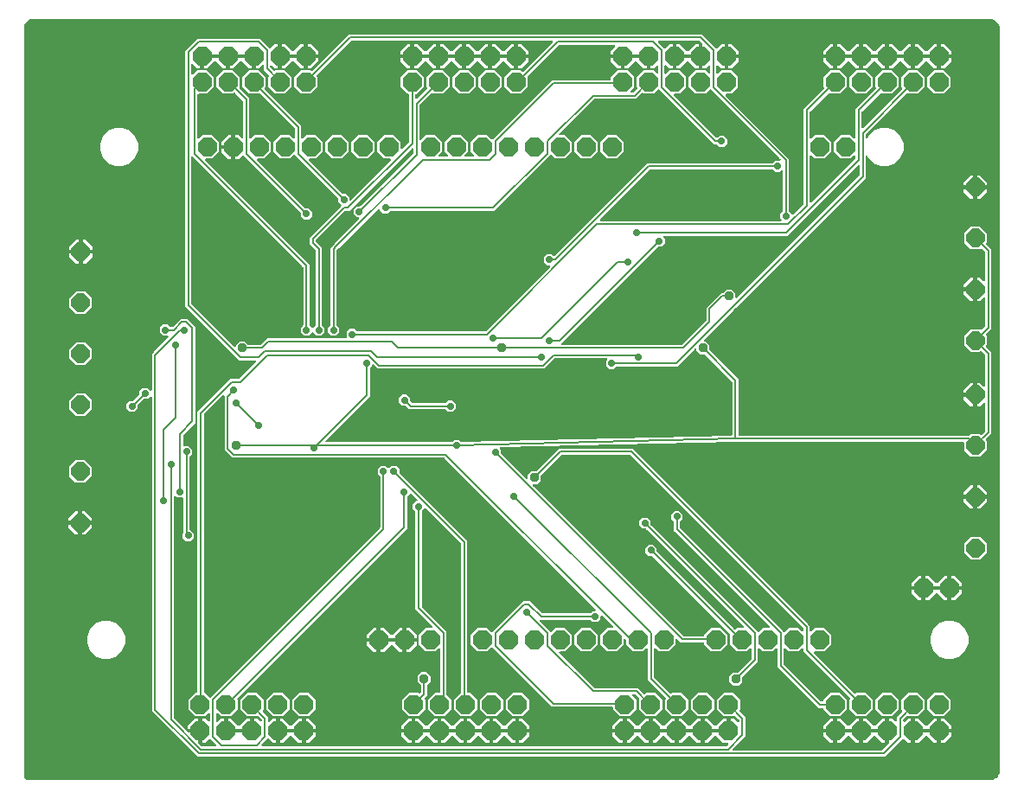
<source format=gbl>
G04 EAGLE Gerber X2 export*
%TF.Part,Single*%
%TF.FileFunction,Other,Bottom Copper*%
%TF.FilePolarity,Positive*%
%TF.GenerationSoftware,Autodesk,EAGLE,8.7.1*%
%TF.CreationDate,2018-03-29T20:03:01Z*%
G75*
%MOMM*%
%FSLAX34Y34*%
%LPD*%
%AMOC8*
5,1,8,0,0,1.08239X$1,22.5*%
G01*
%ADD10P,2.034460X8X112.500000*%
%ADD11P,1.938236X8X202.500000*%
%ADD12P,1.938236X8X22.500000*%
%ADD13P,2.034460X8X22.500000*%
%ADD14P,2.034460X8X202.500000*%
%ADD15C,0.203200*%
%ADD16P,0.742303X8X22.500000*%
%ADD17P,0.934752X8X22.500000*%

G36*
X948734Y2549D02*
X948734Y2549D01*
X948778Y2546D01*
X950293Y2695D01*
X950569Y2762D01*
X950576Y2766D01*
X950582Y2767D01*
X953381Y3927D01*
X953408Y3942D01*
X953437Y3952D01*
X953501Y3998D01*
X953626Y4071D01*
X953670Y4118D01*
X953711Y4147D01*
X955853Y6289D01*
X955872Y6314D01*
X955895Y6334D01*
X955937Y6401D01*
X956024Y6517D01*
X956047Y6577D01*
X956073Y6619D01*
X957233Y9418D01*
X957304Y9693D01*
X957303Y9701D01*
X957305Y9707D01*
X957454Y11222D01*
X957452Y11278D01*
X957459Y11322D01*
X957459Y737773D01*
X957451Y737829D01*
X957454Y737873D01*
X957288Y739564D01*
X957221Y739840D01*
X957217Y739847D01*
X957215Y739853D01*
X955921Y742979D01*
X955905Y743005D01*
X955895Y743035D01*
X955850Y743099D01*
X955776Y743224D01*
X955729Y743268D01*
X955701Y743308D01*
X953308Y745701D01*
X953284Y745719D01*
X953264Y745743D01*
X953197Y745784D01*
X953081Y745871D01*
X953021Y745894D01*
X952979Y745921D01*
X949853Y747215D01*
X949578Y747286D01*
X949570Y747286D01*
X949564Y747288D01*
X947873Y747454D01*
X947816Y747452D01*
X947773Y747459D01*
X10032Y747459D01*
X9976Y747451D01*
X9932Y747454D01*
X8669Y747330D01*
X8393Y747263D01*
X8386Y747259D01*
X8380Y747258D01*
X6045Y746291D01*
X6019Y746275D01*
X5989Y746265D01*
X5926Y746220D01*
X5801Y746146D01*
X5756Y746099D01*
X5716Y746071D01*
X3929Y744284D01*
X3911Y744259D01*
X3887Y744239D01*
X3846Y744172D01*
X3759Y744057D01*
X3736Y743997D01*
X3709Y743955D01*
X2742Y741620D01*
X2672Y741345D01*
X2672Y741337D01*
X2670Y741331D01*
X2546Y740068D01*
X2548Y740012D01*
X2541Y739968D01*
X2541Y6350D01*
X2551Y6274D01*
X2549Y6217D01*
X2645Y5494D01*
X2653Y5465D01*
X2654Y5434D01*
X2682Y5360D01*
X2721Y5220D01*
X2755Y5166D01*
X2772Y5119D01*
X3495Y3867D01*
X3555Y3790D01*
X3608Y3709D01*
X3639Y3683D01*
X3670Y3643D01*
X3810Y3542D01*
X3867Y3495D01*
X5119Y2772D01*
X5148Y2760D01*
X5173Y2743D01*
X5248Y2720D01*
X5383Y2666D01*
X5447Y2659D01*
X5494Y2645D01*
X6217Y2549D01*
X6294Y2550D01*
X6350Y2541D01*
X948678Y2541D01*
X948734Y2549D01*
G37*
%LPC*%
G36*
X171711Y25399D02*
X171711Y25399D01*
X127253Y69857D01*
X127253Y377301D01*
X127249Y377330D01*
X127252Y377359D01*
X127229Y377471D01*
X127213Y377583D01*
X127201Y377609D01*
X127196Y377638D01*
X127143Y377739D01*
X127097Y377842D01*
X127078Y377864D01*
X127065Y377891D01*
X126987Y377973D01*
X126914Y378059D01*
X126889Y378075D01*
X126869Y378097D01*
X126771Y378154D01*
X126677Y378217D01*
X126649Y378226D01*
X126624Y378240D01*
X126514Y378268D01*
X126406Y378302D01*
X126376Y378303D01*
X126348Y378310D01*
X126235Y378307D01*
X126122Y378310D01*
X126093Y378302D01*
X126064Y378301D01*
X125956Y378267D01*
X125847Y378238D01*
X125821Y378223D01*
X125793Y378214D01*
X125730Y378168D01*
X125602Y378093D01*
X125559Y378047D01*
X125520Y378019D01*
X123039Y375538D01*
X119793Y375538D01*
X119707Y375526D01*
X119619Y375523D01*
X119567Y375506D01*
X119512Y375498D01*
X119432Y375463D01*
X119349Y375436D01*
X119310Y375408D01*
X119252Y375382D01*
X119139Y375286D01*
X119075Y375241D01*
X113582Y369748D01*
X113570Y369731D01*
X113558Y369721D01*
X113528Y369677D01*
X113470Y369614D01*
X113444Y369564D01*
X113411Y369520D01*
X113380Y369439D01*
X113340Y369361D01*
X113332Y369313D01*
X113310Y369255D01*
X113298Y369107D01*
X113285Y369030D01*
X113285Y366038D01*
X110085Y362838D01*
X105561Y362838D01*
X102361Y366038D01*
X102361Y370562D01*
X105561Y373762D01*
X108553Y373762D01*
X108639Y373774D01*
X108727Y373777D01*
X108779Y373794D01*
X108834Y373802D01*
X108914Y373837D01*
X108997Y373864D01*
X109036Y373892D01*
X109094Y373918D01*
X109207Y374014D01*
X109271Y374059D01*
X115018Y379806D01*
X115070Y379876D01*
X115130Y379940D01*
X115156Y379990D01*
X115189Y380034D01*
X115220Y380115D01*
X115260Y380193D01*
X115268Y380241D01*
X115290Y380299D01*
X115302Y380447D01*
X115315Y380524D01*
X115315Y383262D01*
X118515Y386462D01*
X123039Y386462D01*
X125520Y383981D01*
X125544Y383963D01*
X125563Y383941D01*
X125657Y383878D01*
X125747Y383810D01*
X125775Y383800D01*
X125799Y383783D01*
X125907Y383749D01*
X126013Y383709D01*
X126042Y383706D01*
X126070Y383698D01*
X126184Y383695D01*
X126296Y383685D01*
X126325Y383691D01*
X126354Y383690D01*
X126464Y383719D01*
X126575Y383741D01*
X126601Y383755D01*
X126629Y383762D01*
X126727Y383820D01*
X126827Y383872D01*
X126849Y383892D01*
X126874Y383907D01*
X126951Y383990D01*
X127033Y384068D01*
X127048Y384093D01*
X127068Y384115D01*
X127120Y384215D01*
X127177Y384313D01*
X127184Y384342D01*
X127198Y384368D01*
X127211Y384445D01*
X127247Y384589D01*
X127245Y384651D01*
X127253Y384699D01*
X127253Y419855D01*
X129336Y421938D01*
X129337Y421938D01*
X143180Y435781D01*
X143197Y435805D01*
X143220Y435824D01*
X143282Y435918D01*
X143350Y436008D01*
X143361Y436036D01*
X143377Y436060D01*
X143411Y436168D01*
X143452Y436274D01*
X143454Y436303D01*
X143463Y436331D01*
X143466Y436445D01*
X143475Y436557D01*
X143470Y436586D01*
X143470Y436615D01*
X143442Y436725D01*
X143419Y436836D01*
X143406Y436862D01*
X143398Y436890D01*
X143341Y436988D01*
X143288Y437088D01*
X143268Y437110D01*
X143253Y437135D01*
X143171Y437212D01*
X143093Y437294D01*
X143067Y437309D01*
X143046Y437329D01*
X142945Y437381D01*
X142847Y437438D01*
X142819Y437445D01*
X142793Y437459D01*
X142715Y437472D01*
X142572Y437508D01*
X142509Y437506D01*
X142462Y437514D01*
X138200Y437514D01*
X135000Y440714D01*
X135000Y445238D01*
X138200Y448438D01*
X142724Y448438D01*
X144840Y446322D01*
X144910Y446270D01*
X144974Y446210D01*
X145023Y446184D01*
X145067Y446151D01*
X145149Y446120D01*
X145227Y446080D01*
X145274Y446072D01*
X145333Y446050D01*
X145481Y446038D01*
X145558Y446025D01*
X146907Y446025D01*
X146993Y446037D01*
X147081Y446040D01*
X147133Y446057D01*
X147188Y446065D01*
X147268Y446100D01*
X147351Y446127D01*
X147390Y446155D01*
X147448Y446181D01*
X147561Y446277D01*
X147625Y446322D01*
X155455Y454153D01*
X162045Y454153D01*
X169927Y446271D01*
X169927Y352305D01*
X158032Y340411D01*
X157980Y340341D01*
X157920Y340277D01*
X157894Y340227D01*
X157861Y340183D01*
X157830Y340102D01*
X157790Y340024D01*
X157782Y339976D01*
X157760Y339918D01*
X157748Y339770D01*
X157735Y339693D01*
X157735Y330454D01*
X157743Y330398D01*
X157741Y330350D01*
X157742Y330349D01*
X157741Y330338D01*
X157763Y330256D01*
X157775Y330172D01*
X157798Y330119D01*
X157813Y330063D01*
X157856Y329990D01*
X157891Y329913D01*
X157929Y329868D01*
X157958Y329818D01*
X158020Y329760D01*
X158074Y329696D01*
X158123Y329664D01*
X158166Y329624D01*
X158241Y329585D01*
X158311Y329538D01*
X158367Y329521D01*
X158419Y329494D01*
X158487Y329483D01*
X158582Y329453D01*
X158682Y329450D01*
X158750Y329439D01*
X163425Y329439D01*
X166625Y326239D01*
X166625Y321715D01*
X164509Y319599D01*
X164457Y319529D01*
X164397Y319465D01*
X164371Y319416D01*
X164338Y319372D01*
X164307Y319290D01*
X164267Y319212D01*
X164259Y319165D01*
X164237Y319106D01*
X164225Y318958D01*
X164212Y318881D01*
X164212Y248285D01*
X164220Y248227D01*
X164218Y248169D01*
X164240Y248087D01*
X164252Y248003D01*
X164275Y247950D01*
X164290Y247894D01*
X164333Y247821D01*
X164368Y247744D01*
X164406Y247699D01*
X164435Y247649D01*
X164497Y247591D01*
X164551Y247527D01*
X164600Y247495D01*
X164643Y247455D01*
X164718Y247416D01*
X164788Y247369D01*
X164844Y247352D01*
X164896Y247325D01*
X164964Y247314D01*
X165059Y247284D01*
X165062Y247284D01*
X168276Y244070D01*
X168276Y239546D01*
X165076Y236346D01*
X160552Y236346D01*
X157352Y239546D01*
X157352Y244070D01*
X157817Y244535D01*
X157869Y244605D01*
X157929Y244669D01*
X157955Y244718D01*
X157988Y244762D01*
X158019Y244844D01*
X158059Y244922D01*
X158067Y244969D01*
X158089Y245028D01*
X158101Y245176D01*
X158114Y245253D01*
X158114Y278003D01*
X158106Y278061D01*
X158108Y278119D01*
X158086Y278201D01*
X158074Y278285D01*
X158051Y278338D01*
X158036Y278394D01*
X157993Y278467D01*
X157958Y278544D01*
X157920Y278589D01*
X157891Y278639D01*
X157829Y278697D01*
X157775Y278761D01*
X157726Y278793D01*
X157683Y278833D01*
X157608Y278872D01*
X157538Y278919D01*
X157482Y278936D01*
X157430Y278963D01*
X157362Y278974D01*
X157267Y279004D01*
X157167Y279007D01*
X157099Y279018D01*
X152424Y279018D01*
X150832Y280610D01*
X150808Y280628D01*
X150789Y280650D01*
X150695Y280713D01*
X150605Y280781D01*
X150577Y280791D01*
X150553Y280808D01*
X150445Y280842D01*
X150339Y280882D01*
X150310Y280885D01*
X150282Y280893D01*
X150168Y280896D01*
X150056Y280906D01*
X150027Y280900D01*
X149998Y280901D01*
X149888Y280872D01*
X149777Y280850D01*
X149751Y280836D01*
X149723Y280829D01*
X149625Y280771D01*
X149525Y280719D01*
X149503Y280699D01*
X149478Y280684D01*
X149401Y280601D01*
X149319Y280523D01*
X149304Y280498D01*
X149284Y280476D01*
X149232Y280376D01*
X149175Y280278D01*
X149168Y280249D01*
X149154Y280223D01*
X149141Y280146D01*
X149105Y280002D01*
X149107Y279940D01*
X149099Y279892D01*
X149099Y63151D01*
X149111Y63065D01*
X149114Y62977D01*
X149131Y62925D01*
X149139Y62870D01*
X149174Y62790D01*
X149201Y62707D01*
X149229Y62668D01*
X149255Y62610D01*
X149351Y62497D01*
X149396Y62433D01*
X162763Y49066D01*
X162833Y49014D01*
X162897Y48954D01*
X162946Y48928D01*
X162991Y48895D01*
X163072Y48864D01*
X163150Y48824D01*
X163198Y48816D01*
X163256Y48794D01*
X163404Y48782D01*
X163481Y48769D01*
X172419Y48769D01*
X172419Y39831D01*
X172431Y39745D01*
X172434Y39657D01*
X172451Y39605D01*
X172459Y39550D01*
X172494Y39470D01*
X172521Y39387D01*
X172549Y39347D01*
X172575Y39290D01*
X172671Y39177D01*
X172716Y39113D01*
X175971Y35858D01*
X176041Y35806D01*
X176105Y35746D01*
X176155Y35720D01*
X176199Y35687D01*
X176280Y35656D01*
X176358Y35616D01*
X176406Y35608D01*
X176464Y35586D01*
X176612Y35574D01*
X176689Y35561D01*
X189579Y35561D01*
X189608Y35565D01*
X189637Y35562D01*
X189748Y35585D01*
X189860Y35601D01*
X189887Y35613D01*
X189916Y35618D01*
X190016Y35670D01*
X190120Y35717D01*
X190142Y35736D01*
X190168Y35749D01*
X190250Y35827D01*
X190337Y35900D01*
X190353Y35925D01*
X190374Y35945D01*
X190431Y36043D01*
X190494Y36137D01*
X190503Y36165D01*
X190518Y36190D01*
X190546Y36300D01*
X190580Y36408D01*
X190581Y36438D01*
X190588Y36466D01*
X190584Y36579D01*
X190587Y36692D01*
X190580Y36721D01*
X190579Y36750D01*
X190544Y36858D01*
X190515Y36967D01*
X190500Y36993D01*
X190491Y37021D01*
X190446Y37084D01*
X190370Y37212D01*
X190325Y37255D01*
X190297Y37294D01*
X184780Y42810D01*
X184733Y42845D01*
X184693Y42888D01*
X184620Y42931D01*
X184553Y42981D01*
X184498Y43002D01*
X184448Y43032D01*
X184366Y43052D01*
X184287Y43083D01*
X184229Y43087D01*
X184172Y43102D01*
X184088Y43099D01*
X184004Y43106D01*
X183947Y43095D01*
X183888Y43093D01*
X183808Y43067D01*
X183725Y43050D01*
X183673Y43023D01*
X183618Y43005D01*
X183561Y42965D01*
X183473Y42919D01*
X183401Y42850D01*
X183344Y42810D01*
X179395Y38861D01*
X176481Y38861D01*
X176481Y49784D01*
X176473Y49842D01*
X176475Y49900D01*
X176453Y49982D01*
X176441Y50065D01*
X176417Y50119D01*
X176403Y50175D01*
X176360Y50248D01*
X176325Y50325D01*
X176287Y50369D01*
X176257Y50420D01*
X176196Y50477D01*
X176141Y50542D01*
X176093Y50574D01*
X176050Y50614D01*
X175975Y50653D01*
X175905Y50699D01*
X175849Y50717D01*
X175797Y50744D01*
X175729Y50755D01*
X175634Y50785D01*
X175534Y50788D01*
X175466Y50799D01*
X174449Y50799D01*
X174449Y50801D01*
X175466Y50801D01*
X175524Y50809D01*
X175582Y50808D01*
X175664Y50829D01*
X175747Y50841D01*
X175801Y50865D01*
X175857Y50879D01*
X175930Y50922D01*
X176007Y50957D01*
X176052Y50995D01*
X176102Y51025D01*
X176160Y51086D01*
X176224Y51141D01*
X176256Y51189D01*
X176296Y51232D01*
X176335Y51307D01*
X176381Y51377D01*
X176399Y51433D01*
X176426Y51485D01*
X176437Y51553D01*
X176467Y51648D01*
X176470Y51748D01*
X176481Y51816D01*
X176481Y62739D01*
X179395Y62739D01*
X182416Y59718D01*
X182440Y59700D01*
X182459Y59678D01*
X182553Y59615D01*
X182643Y59547D01*
X182671Y59536D01*
X182695Y59520D01*
X182803Y59486D01*
X182909Y59446D01*
X182938Y59443D01*
X182966Y59434D01*
X183080Y59431D01*
X183192Y59422D01*
X183221Y59428D01*
X183250Y59427D01*
X183360Y59456D01*
X183471Y59478D01*
X183497Y59491D01*
X183525Y59499D01*
X183623Y59557D01*
X183723Y59609D01*
X183745Y59629D01*
X183770Y59644D01*
X183847Y59727D01*
X183929Y59805D01*
X183944Y59830D01*
X183964Y59851D01*
X184016Y59952D01*
X184073Y60050D01*
X184080Y60078D01*
X184094Y60105D01*
X184107Y60182D01*
X184143Y60326D01*
X184141Y60388D01*
X184149Y60436D01*
X184149Y67283D01*
X184145Y67312D01*
X184148Y67341D01*
X184125Y67452D01*
X184109Y67564D01*
X184097Y67591D01*
X184092Y67620D01*
X184040Y67720D01*
X183993Y67824D01*
X183974Y67846D01*
X183961Y67872D01*
X183883Y67954D01*
X183810Y68041D01*
X183785Y68057D01*
X183765Y68078D01*
X183667Y68135D01*
X183573Y68198D01*
X183545Y68207D01*
X183520Y68222D01*
X183410Y68250D01*
X183302Y68284D01*
X183272Y68285D01*
X183244Y68292D01*
X183131Y68288D01*
X183018Y68291D01*
X182989Y68284D01*
X182960Y68283D01*
X182852Y68248D01*
X182743Y68220D01*
X182717Y68205D01*
X182689Y68196D01*
X182626Y68150D01*
X182498Y68074D01*
X182455Y68029D01*
X182416Y68001D01*
X179185Y64769D01*
X169715Y64769D01*
X163019Y71465D01*
X163019Y80935D01*
X169715Y87631D01*
X170942Y87631D01*
X171000Y87639D01*
X171058Y87637D01*
X171140Y87659D01*
X171224Y87671D01*
X171277Y87694D01*
X171333Y87709D01*
X171406Y87752D01*
X171483Y87787D01*
X171528Y87825D01*
X171578Y87854D01*
X171636Y87916D01*
X171700Y87970D01*
X171732Y88019D01*
X171772Y88062D01*
X171811Y88137D01*
X171858Y88207D01*
X171875Y88263D01*
X171902Y88315D01*
X171913Y88383D01*
X171943Y88478D01*
X171946Y88578D01*
X171957Y88646D01*
X171957Y362959D01*
X174040Y365042D01*
X174041Y365042D01*
X204223Y395225D01*
X211931Y395225D01*
X212017Y395237D01*
X212105Y395240D01*
X212157Y395257D01*
X212212Y395265D01*
X212292Y395300D01*
X212375Y395327D01*
X212414Y395355D01*
X212472Y395381D01*
X212585Y395477D01*
X212649Y395522D01*
X228905Y411778D01*
X228922Y411802D01*
X228945Y411821D01*
X229007Y411915D01*
X229075Y412005D01*
X229086Y412033D01*
X229102Y412057D01*
X229136Y412165D01*
X229177Y412271D01*
X229179Y412300D01*
X229188Y412328D01*
X229191Y412442D01*
X229200Y412554D01*
X229195Y412583D01*
X229195Y412612D01*
X229167Y412722D01*
X229144Y412833D01*
X229131Y412859D01*
X229123Y412887D01*
X229066Y412985D01*
X229013Y413085D01*
X228993Y413107D01*
X228978Y413132D01*
X228896Y413209D01*
X228818Y413291D01*
X228792Y413306D01*
X228771Y413326D01*
X228670Y413378D01*
X228572Y413435D01*
X228544Y413442D01*
X228518Y413456D01*
X228440Y413469D01*
X228297Y413505D01*
X228234Y413503D01*
X228187Y413511D01*
X212351Y413511D01*
X159765Y466097D01*
X159765Y716527D01*
X171711Y728473D01*
X233165Y728473D01*
X240995Y720642D01*
X242384Y719254D01*
X242431Y719218D01*
X242471Y719176D01*
X242544Y719133D01*
X242611Y719083D01*
X242666Y719062D01*
X242716Y719032D01*
X242798Y719012D01*
X242877Y718981D01*
X242935Y718977D01*
X242992Y718962D01*
X243076Y718965D01*
X243160Y718958D01*
X243217Y718969D01*
X243276Y718971D01*
X243356Y718997D01*
X243439Y719014D01*
X243491Y719041D01*
X243546Y719059D01*
X243603Y719099D01*
X243691Y719145D01*
X243764Y719214D01*
X243820Y719254D01*
X247705Y723139D01*
X250619Y723139D01*
X250619Y712216D01*
X250627Y712158D01*
X250625Y712100D01*
X250647Y712018D01*
X250659Y711935D01*
X250683Y711881D01*
X250697Y711825D01*
X250740Y711752D01*
X250775Y711675D01*
X250813Y711631D01*
X250843Y711580D01*
X250904Y711523D01*
X250959Y711458D01*
X251007Y711426D01*
X251050Y711386D01*
X251125Y711347D01*
X251195Y711301D01*
X251251Y711283D01*
X251303Y711256D01*
X251371Y711245D01*
X251466Y711215D01*
X251566Y711212D01*
X251634Y711201D01*
X252651Y711201D01*
X252651Y711199D01*
X251634Y711199D01*
X251576Y711191D01*
X251518Y711192D01*
X251436Y711171D01*
X251353Y711159D01*
X251299Y711135D01*
X251243Y711121D01*
X251170Y711078D01*
X251093Y711043D01*
X251048Y711005D01*
X250998Y710975D01*
X250940Y710914D01*
X250876Y710859D01*
X250844Y710811D01*
X250804Y710768D01*
X250765Y710693D01*
X250719Y710623D01*
X250701Y710567D01*
X250674Y710515D01*
X250663Y710447D01*
X250633Y710352D01*
X250630Y710252D01*
X250619Y710184D01*
X250619Y699261D01*
X247705Y699261D01*
X244812Y702154D01*
X244788Y702172D01*
X244769Y702194D01*
X244675Y702257D01*
X244585Y702325D01*
X244557Y702336D01*
X244533Y702352D01*
X244425Y702386D01*
X244319Y702426D01*
X244290Y702429D01*
X244262Y702438D01*
X244148Y702441D01*
X244036Y702450D01*
X244007Y702444D01*
X243978Y702445D01*
X243868Y702416D01*
X243757Y702394D01*
X243731Y702381D01*
X243703Y702373D01*
X243605Y702315D01*
X243505Y702263D01*
X243483Y702243D01*
X243458Y702228D01*
X243381Y702145D01*
X243299Y702067D01*
X243284Y702042D01*
X243264Y702021D01*
X243212Y701920D01*
X243155Y701822D01*
X243148Y701794D01*
X243134Y701767D01*
X243121Y701690D01*
X243085Y701546D01*
X243087Y701484D01*
X243079Y701436D01*
X243079Y700691D01*
X243091Y700605D01*
X243094Y700517D01*
X243111Y700465D01*
X243119Y700410D01*
X243154Y700330D01*
X243181Y700247D01*
X243209Y700208D01*
X243235Y700150D01*
X243331Y700037D01*
X243376Y699973D01*
X246299Y697050D01*
X246346Y697015D01*
X246386Y696973D01*
X246459Y696930D01*
X246526Y696880D01*
X246581Y696859D01*
X246631Y696829D01*
X246713Y696808D01*
X246792Y696778D01*
X246850Y696773D01*
X246907Y696759D01*
X246991Y696762D01*
X247075Y696755D01*
X247133Y696766D01*
X247191Y696768D01*
X247271Y696794D01*
X247354Y696811D01*
X247406Y696838D01*
X247462Y696856D01*
X247518Y696896D01*
X247606Y696942D01*
X247679Y697010D01*
X247735Y697050D01*
X247915Y697231D01*
X257385Y697231D01*
X264081Y690535D01*
X264081Y681065D01*
X257385Y674369D01*
X247915Y674369D01*
X241219Y681065D01*
X241219Y690535D01*
X241988Y691303D01*
X242023Y691350D01*
X242065Y691390D01*
X242108Y691463D01*
X242158Y691530D01*
X242179Y691585D01*
X242209Y691635D01*
X242230Y691717D01*
X242260Y691796D01*
X242265Y691854D01*
X242279Y691911D01*
X242276Y691995D01*
X242283Y692079D01*
X242272Y692137D01*
X242270Y692195D01*
X242244Y692275D01*
X242227Y692358D01*
X242200Y692410D01*
X242182Y692466D01*
X242142Y692522D01*
X242096Y692610D01*
X242028Y692683D01*
X241988Y692739D01*
X236981Y697745D01*
X236981Y701596D01*
X236977Y701625D01*
X236980Y701655D01*
X236957Y701766D01*
X236941Y701878D01*
X236929Y701905D01*
X236924Y701933D01*
X236871Y702034D01*
X236825Y702137D01*
X236806Y702160D01*
X236793Y702186D01*
X236715Y702268D01*
X236642Y702354D01*
X236617Y702371D01*
X236597Y702392D01*
X236499Y702449D01*
X236405Y702512D01*
X236377Y702521D01*
X236352Y702536D01*
X236242Y702563D01*
X236134Y702598D01*
X236104Y702598D01*
X236076Y702606D01*
X235963Y702602D01*
X235850Y702605D01*
X235821Y702598D01*
X235792Y702597D01*
X235684Y702562D01*
X235575Y702533D01*
X235549Y702518D01*
X235521Y702509D01*
X235458Y702464D01*
X235330Y702388D01*
X235287Y702342D01*
X235248Y702314D01*
X232195Y699261D01*
X229281Y699261D01*
X229281Y710184D01*
X229273Y710240D01*
X229275Y710286D01*
X229274Y710288D01*
X229275Y710300D01*
X229253Y710382D01*
X229241Y710465D01*
X229217Y710519D01*
X229203Y710575D01*
X229160Y710648D01*
X229125Y710725D01*
X229087Y710769D01*
X229057Y710820D01*
X228996Y710877D01*
X228941Y710942D01*
X228893Y710974D01*
X228850Y711014D01*
X228775Y711053D01*
X228705Y711099D01*
X228649Y711117D01*
X228597Y711144D01*
X228529Y711155D01*
X228434Y711185D01*
X228334Y711188D01*
X228266Y711199D01*
X227249Y711199D01*
X227249Y712216D01*
X227241Y712271D01*
X227242Y712317D01*
X227242Y712318D01*
X227242Y712332D01*
X227221Y712414D01*
X227209Y712497D01*
X227185Y712551D01*
X227171Y712607D01*
X227128Y712680D01*
X227093Y712757D01*
X227055Y712802D01*
X227025Y712852D01*
X226964Y712910D01*
X226909Y712974D01*
X226861Y713006D01*
X226818Y713046D01*
X226743Y713085D01*
X226673Y713131D01*
X226617Y713149D01*
X226565Y713176D01*
X226497Y713187D01*
X226402Y713217D01*
X226302Y713220D01*
X226234Y713231D01*
X202866Y713231D01*
X202808Y713223D01*
X202750Y713225D01*
X202668Y713203D01*
X202585Y713191D01*
X202531Y713167D01*
X202475Y713153D01*
X202402Y713110D01*
X202325Y713075D01*
X202281Y713037D01*
X202230Y713007D01*
X202173Y712946D01*
X202108Y712891D01*
X202076Y712843D01*
X202036Y712800D01*
X201997Y712725D01*
X201951Y712655D01*
X201933Y712599D01*
X201906Y712547D01*
X201895Y712479D01*
X201865Y712384D01*
X201862Y712284D01*
X201851Y712216D01*
X201851Y711199D01*
X201849Y711199D01*
X201849Y712216D01*
X201841Y712271D01*
X201842Y712317D01*
X201842Y712318D01*
X201842Y712332D01*
X201821Y712414D01*
X201809Y712497D01*
X201785Y712551D01*
X201771Y712607D01*
X201728Y712680D01*
X201693Y712757D01*
X201655Y712802D01*
X201625Y712852D01*
X201564Y712910D01*
X201509Y712974D01*
X201461Y713006D01*
X201418Y713046D01*
X201343Y713085D01*
X201273Y713131D01*
X201217Y713149D01*
X201165Y713176D01*
X201097Y713187D01*
X201002Y713217D01*
X200902Y713220D01*
X200834Y713231D01*
X177466Y713231D01*
X177408Y713223D01*
X177350Y713225D01*
X177268Y713203D01*
X177185Y713191D01*
X177131Y713167D01*
X177075Y713153D01*
X177002Y713110D01*
X176925Y713075D01*
X176881Y713037D01*
X176830Y713007D01*
X176773Y712946D01*
X176708Y712891D01*
X176676Y712843D01*
X176636Y712800D01*
X176597Y712725D01*
X176551Y712655D01*
X176533Y712599D01*
X176506Y712547D01*
X176495Y712479D01*
X176465Y712384D01*
X176462Y712284D01*
X176451Y712216D01*
X176451Y711199D01*
X175434Y711199D01*
X175376Y711191D01*
X175318Y711192D01*
X175236Y711171D01*
X175153Y711159D01*
X175099Y711135D01*
X175043Y711121D01*
X174970Y711078D01*
X174893Y711043D01*
X174848Y711005D01*
X174798Y710975D01*
X174740Y710914D01*
X174676Y710859D01*
X174644Y710811D01*
X174604Y710768D01*
X174565Y710693D01*
X174519Y710623D01*
X174501Y710567D01*
X174474Y710515D01*
X174463Y710447D01*
X174433Y710352D01*
X174430Y710252D01*
X174419Y710184D01*
X174419Y699261D01*
X171505Y699261D01*
X167596Y703170D01*
X167572Y703188D01*
X167553Y703210D01*
X167459Y703273D01*
X167369Y703341D01*
X167341Y703352D01*
X167317Y703368D01*
X167209Y703402D01*
X167103Y703442D01*
X167074Y703445D01*
X167046Y703454D01*
X166932Y703457D01*
X166820Y703466D01*
X166791Y703460D01*
X166762Y703461D01*
X166652Y703432D01*
X166541Y703410D01*
X166515Y703397D01*
X166487Y703389D01*
X166389Y703331D01*
X166289Y703279D01*
X166267Y703259D01*
X166242Y703244D01*
X166165Y703161D01*
X166083Y703083D01*
X166068Y703058D01*
X166048Y703037D01*
X165996Y702936D01*
X165939Y702838D01*
X165932Y702810D01*
X165918Y702783D01*
X165905Y702706D01*
X165869Y702562D01*
X165871Y702500D01*
X165863Y702452D01*
X165863Y693829D01*
X165867Y693800D01*
X165864Y693771D01*
X165887Y693660D01*
X165903Y693548D01*
X165915Y693521D01*
X165920Y693492D01*
X165972Y693392D01*
X166019Y693288D01*
X166038Y693266D01*
X166051Y693240D01*
X166129Y693158D01*
X166202Y693071D01*
X166227Y693055D01*
X166247Y693034D01*
X166345Y692977D01*
X166439Y692914D01*
X166467Y692905D01*
X166492Y692890D01*
X166602Y692862D01*
X166710Y692828D01*
X166740Y692827D01*
X166768Y692820D01*
X166881Y692824D01*
X166994Y692821D01*
X167023Y692828D01*
X167052Y692829D01*
X167160Y692864D01*
X167269Y692892D01*
X167295Y692907D01*
X167323Y692916D01*
X167386Y692962D01*
X167514Y693038D01*
X167557Y693083D01*
X167596Y693111D01*
X171715Y697231D01*
X181185Y697231D01*
X187881Y690535D01*
X187881Y681065D01*
X181185Y674369D01*
X172974Y674369D01*
X172916Y674361D01*
X172858Y674363D01*
X172776Y674341D01*
X172692Y674329D01*
X172639Y674306D01*
X172583Y674291D01*
X172510Y674248D01*
X172433Y674213D01*
X172388Y674175D01*
X172338Y674146D01*
X172280Y674084D01*
X172216Y674030D01*
X172184Y673981D01*
X172144Y673938D01*
X172105Y673863D01*
X172058Y673793D01*
X172041Y673737D01*
X172014Y673685D01*
X172003Y673617D01*
X171973Y673522D01*
X171970Y673422D01*
X171959Y673354D01*
X171959Y631265D01*
X171963Y631236D01*
X171960Y631207D01*
X171983Y631096D01*
X171999Y630984D01*
X172011Y630957D01*
X172016Y630928D01*
X172068Y630828D01*
X172115Y630724D01*
X172134Y630702D01*
X172147Y630676D01*
X172225Y630594D01*
X172298Y630507D01*
X172323Y630491D01*
X172343Y630470D01*
X172441Y630413D01*
X172535Y630350D01*
X172563Y630341D01*
X172588Y630326D01*
X172698Y630298D01*
X172806Y630264D01*
X172836Y630263D01*
X172864Y630256D01*
X172977Y630260D01*
X173090Y630257D01*
X173119Y630264D01*
X173148Y630265D01*
X173256Y630300D01*
X173365Y630328D01*
X173391Y630343D01*
X173419Y630352D01*
X173482Y630398D01*
X173610Y630474D01*
X173653Y630519D01*
X173692Y630547D01*
X176875Y633731D01*
X186345Y633731D01*
X193041Y627035D01*
X193041Y617565D01*
X186345Y610869D01*
X180499Y610869D01*
X180470Y610865D01*
X180441Y610868D01*
X180330Y610845D01*
X180218Y610829D01*
X180191Y610817D01*
X180162Y610812D01*
X180062Y610760D01*
X179958Y610713D01*
X179936Y610694D01*
X179910Y610681D01*
X179828Y610603D01*
X179741Y610530D01*
X179725Y610505D01*
X179704Y610485D01*
X179647Y610387D01*
X179584Y610293D01*
X179575Y610265D01*
X179560Y610240D01*
X179532Y610130D01*
X179498Y610022D01*
X179497Y609992D01*
X179490Y609964D01*
X179494Y609851D01*
X179491Y609738D01*
X179498Y609709D01*
X179499Y609680D01*
X179534Y609572D01*
X179563Y609463D01*
X179578Y609437D01*
X179587Y609409D01*
X179632Y609346D01*
X179708Y609218D01*
X179753Y609175D01*
X179781Y609136D01*
X281687Y507231D01*
X281687Y448072D01*
X281699Y447985D01*
X281702Y447898D01*
X281719Y447845D01*
X281727Y447790D01*
X281762Y447711D01*
X281789Y447627D01*
X281817Y447588D01*
X281843Y447531D01*
X281939Y447418D01*
X281984Y447354D01*
X284016Y445322D01*
X284063Y445287D01*
X284103Y445244D01*
X284176Y445202D01*
X284243Y445151D01*
X284298Y445130D01*
X284348Y445101D01*
X284430Y445080D01*
X284509Y445050D01*
X284567Y445045D01*
X284624Y445031D01*
X284708Y445033D01*
X284792Y445026D01*
X284850Y445038D01*
X284908Y445040D01*
X284988Y445066D01*
X285071Y445082D01*
X285123Y445109D01*
X285179Y445127D01*
X285235Y445167D01*
X285323Y445213D01*
X285396Y445282D01*
X285452Y445322D01*
X287484Y447354D01*
X287536Y447424D01*
X287596Y447488D01*
X287622Y447537D01*
X287655Y447581D01*
X287686Y447663D01*
X287726Y447741D01*
X287734Y447788D01*
X287756Y447847D01*
X287768Y447994D01*
X287781Y448072D01*
X287781Y520541D01*
X287769Y520627D01*
X287766Y520715D01*
X287749Y520767D01*
X287741Y520822D01*
X287706Y520902D01*
X287679Y520985D01*
X287651Y521024D01*
X287625Y521082D01*
X287529Y521195D01*
X287484Y521259D01*
X283769Y524974D01*
X283768Y524974D01*
X281685Y527057D01*
X281685Y533647D01*
X311868Y563829D01*
X312542Y564504D01*
X312577Y564551D01*
X312620Y564591D01*
X312663Y564664D01*
X312713Y564731D01*
X312734Y564786D01*
X312764Y564836D01*
X312784Y564918D01*
X312814Y564997D01*
X312819Y565055D01*
X312834Y565112D01*
X312831Y565196D01*
X312838Y565280D01*
X312826Y565337D01*
X312825Y565396D01*
X312799Y565476D01*
X312782Y565559D01*
X312755Y565611D01*
X312737Y565666D01*
X312697Y565722D01*
X312651Y565811D01*
X312582Y565884D01*
X312542Y565940D01*
X309752Y568730D01*
X309752Y571722D01*
X309740Y571808D01*
X309737Y571896D01*
X309720Y571948D01*
X309712Y572003D01*
X309677Y572083D01*
X309650Y572166D01*
X309622Y572205D01*
X309596Y572263D01*
X309500Y572376D01*
X309455Y572440D01*
X267503Y614392D01*
X267456Y614427D01*
X267416Y614469D01*
X267343Y614512D01*
X267276Y614562D01*
X267221Y614583D01*
X267171Y614613D01*
X267089Y614634D01*
X267010Y614664D01*
X266952Y614669D01*
X266895Y614683D01*
X266811Y614680D01*
X266727Y614687D01*
X266669Y614676D01*
X266611Y614674D01*
X266531Y614648D01*
X266448Y614631D01*
X266396Y614604D01*
X266340Y614586D01*
X266284Y614546D01*
X266196Y614500D01*
X266123Y614432D01*
X266067Y614392D01*
X262545Y610869D01*
X253075Y610869D01*
X246379Y617565D01*
X246379Y627035D01*
X253075Y633731D01*
X262545Y633731D01*
X265728Y630547D01*
X265752Y630530D01*
X265771Y630507D01*
X265865Y630445D01*
X265955Y630376D01*
X265983Y630366D01*
X266007Y630350D01*
X266115Y630316D01*
X266221Y630275D01*
X266250Y630273D01*
X266278Y630264D01*
X266392Y630261D01*
X266504Y630252D01*
X266533Y630257D01*
X266562Y630257D01*
X266672Y630285D01*
X266783Y630308D01*
X266809Y630321D01*
X266837Y630328D01*
X266935Y630386D01*
X267035Y630439D01*
X267057Y630459D01*
X267082Y630474D01*
X267159Y630556D01*
X267241Y630634D01*
X267256Y630660D01*
X267276Y630681D01*
X267328Y630782D01*
X267385Y630880D01*
X267392Y630908D01*
X267406Y630934D01*
X267419Y631012D01*
X267455Y631155D01*
X267453Y631218D01*
X267461Y631265D01*
X267461Y640429D01*
X267449Y640515D01*
X267446Y640603D01*
X267429Y640655D01*
X267421Y640710D01*
X267386Y640790D01*
X267359Y640873D01*
X267331Y640912D01*
X267305Y640970D01*
X267209Y641083D01*
X267164Y641147D01*
X233681Y674630D01*
X233634Y674665D01*
X233594Y674707D01*
X233521Y674750D01*
X233454Y674800D01*
X233399Y674821D01*
X233349Y674851D01*
X233267Y674872D01*
X233188Y674902D01*
X233130Y674907D01*
X233073Y674921D01*
X232989Y674918D01*
X232905Y674925D01*
X232847Y674914D01*
X232789Y674912D01*
X232709Y674886D01*
X232626Y674869D01*
X232574Y674842D01*
X232518Y674824D01*
X232462Y674784D01*
X232374Y674738D01*
X232301Y674670D01*
X232245Y674630D01*
X231985Y674369D01*
X222515Y674369D01*
X215819Y681065D01*
X215819Y690535D01*
X222515Y697231D01*
X231985Y697231D01*
X238681Y690535D01*
X238681Y681065D01*
X237992Y680377D01*
X237957Y680330D01*
X237915Y680290D01*
X237872Y680217D01*
X237822Y680150D01*
X237801Y680095D01*
X237771Y680045D01*
X237750Y679963D01*
X237720Y679884D01*
X237715Y679826D01*
X237701Y679769D01*
X237704Y679685D01*
X237697Y679601D01*
X237708Y679544D01*
X237710Y679485D01*
X237736Y679405D01*
X237753Y679322D01*
X237780Y679270D01*
X237798Y679215D01*
X237838Y679158D01*
X237884Y679070D01*
X237952Y678997D01*
X237992Y678941D01*
X273559Y643375D01*
X273559Y631265D01*
X273563Y631236D01*
X273560Y631207D01*
X273583Y631096D01*
X273599Y630984D01*
X273611Y630957D01*
X273616Y630928D01*
X273668Y630828D01*
X273715Y630724D01*
X273734Y630702D01*
X273747Y630676D01*
X273825Y630594D01*
X273898Y630507D01*
X273923Y630491D01*
X273943Y630470D01*
X274041Y630413D01*
X274135Y630350D01*
X274163Y630341D01*
X274188Y630326D01*
X274298Y630298D01*
X274406Y630264D01*
X274436Y630263D01*
X274464Y630256D01*
X274577Y630260D01*
X274690Y630257D01*
X274719Y630264D01*
X274748Y630265D01*
X274856Y630300D01*
X274965Y630328D01*
X274991Y630343D01*
X275019Y630352D01*
X275082Y630398D01*
X275210Y630474D01*
X275253Y630519D01*
X275292Y630547D01*
X278475Y633731D01*
X287945Y633731D01*
X294641Y627035D01*
X294641Y617565D01*
X287945Y610869D01*
X282099Y610869D01*
X282070Y610865D01*
X282041Y610868D01*
X281930Y610845D01*
X281818Y610829D01*
X281791Y610817D01*
X281762Y610812D01*
X281662Y610760D01*
X281558Y610713D01*
X281536Y610694D01*
X281510Y610681D01*
X281428Y610603D01*
X281341Y610530D01*
X281325Y610505D01*
X281304Y610485D01*
X281247Y610387D01*
X281184Y610293D01*
X281175Y610265D01*
X281160Y610240D01*
X281132Y610130D01*
X281098Y610022D01*
X281097Y609992D01*
X281090Y609964D01*
X281094Y609851D01*
X281091Y609738D01*
X281098Y609709D01*
X281099Y609680D01*
X281134Y609572D01*
X281163Y609463D01*
X281178Y609437D01*
X281187Y609409D01*
X281232Y609346D01*
X281308Y609218D01*
X281353Y609175D01*
X281381Y609136D01*
X313766Y576751D01*
X313836Y576699D01*
X313900Y576639D01*
X313950Y576613D01*
X313994Y576580D01*
X314075Y576549D01*
X314153Y576509D01*
X314201Y576501D01*
X314259Y576479D01*
X314407Y576467D01*
X314484Y576454D01*
X317476Y576454D01*
X320676Y573254D01*
X320676Y571024D01*
X320680Y570995D01*
X320677Y570966D01*
X320700Y570855D01*
X320716Y570743D01*
X320728Y570716D01*
X320733Y570687D01*
X320785Y570587D01*
X320832Y570483D01*
X320851Y570461D01*
X320864Y570435D01*
X320942Y570353D01*
X321015Y570266D01*
X321040Y570250D01*
X321060Y570229D01*
X321158Y570172D01*
X321252Y570109D01*
X321280Y570100D01*
X321305Y570085D01*
X321415Y570057D01*
X321523Y570023D01*
X321553Y570022D01*
X321581Y570015D01*
X321694Y570019D01*
X321807Y570016D01*
X321836Y570023D01*
X321865Y570024D01*
X321973Y570059D01*
X322082Y570088D01*
X322108Y570103D01*
X322136Y570112D01*
X322199Y570157D01*
X322327Y570233D01*
X322370Y570278D01*
X322409Y570306D01*
X361239Y609136D01*
X361256Y609160D01*
X361279Y609179D01*
X361342Y609273D01*
X361409Y609363D01*
X361420Y609391D01*
X361436Y609415D01*
X361470Y609523D01*
X361511Y609629D01*
X361513Y609658D01*
X361522Y609686D01*
X361525Y609800D01*
X361534Y609912D01*
X361529Y609941D01*
X361529Y609970D01*
X361501Y610080D01*
X361478Y610191D01*
X361465Y610217D01*
X361457Y610245D01*
X361400Y610343D01*
X361347Y610443D01*
X361327Y610465D01*
X361312Y610490D01*
X361230Y610567D01*
X361152Y610649D01*
X361126Y610664D01*
X361105Y610684D01*
X361004Y610736D01*
X360906Y610793D01*
X360878Y610800D01*
X360852Y610814D01*
X360774Y610827D01*
X360631Y610863D01*
X360568Y610861D01*
X360521Y610869D01*
X354675Y610869D01*
X347979Y617565D01*
X347979Y627035D01*
X354675Y633731D01*
X364145Y633731D01*
X370841Y627035D01*
X370841Y621189D01*
X370845Y621160D01*
X370842Y621131D01*
X370865Y621020D01*
X370881Y620908D01*
X370893Y620881D01*
X370898Y620852D01*
X370950Y620752D01*
X370997Y620648D01*
X371016Y620626D01*
X371029Y620600D01*
X371107Y620518D01*
X371180Y620431D01*
X371205Y620415D01*
X371225Y620394D01*
X371323Y620337D01*
X371417Y620274D01*
X371445Y620265D01*
X371470Y620250D01*
X371580Y620222D01*
X371688Y620188D01*
X371718Y620187D01*
X371746Y620180D01*
X371859Y620184D01*
X371972Y620181D01*
X372001Y620188D01*
X372030Y620189D01*
X372138Y620224D01*
X372247Y620253D01*
X372273Y620268D01*
X372301Y620277D01*
X372364Y620322D01*
X372492Y620398D01*
X372535Y620443D01*
X372574Y620471D01*
X378924Y626821D01*
X378976Y626891D01*
X379036Y626955D01*
X379062Y627005D01*
X379095Y627049D01*
X379126Y627130D01*
X379166Y627208D01*
X379174Y627256D01*
X379196Y627314D01*
X379208Y627462D01*
X379221Y627539D01*
X379221Y673354D01*
X379213Y673412D01*
X379215Y673470D01*
X379193Y673552D01*
X379181Y673636D01*
X379158Y673689D01*
X379143Y673745D01*
X379100Y673818D01*
X379065Y673895D01*
X379027Y673940D01*
X378998Y673990D01*
X378936Y674048D01*
X378882Y674112D01*
X378833Y674144D01*
X378790Y674184D01*
X378715Y674223D01*
X378645Y674270D01*
X378589Y674287D01*
X378537Y674314D01*
X378469Y674325D01*
X378374Y674355D01*
X378274Y674358D01*
X378206Y674369D01*
X377615Y674369D01*
X370919Y681065D01*
X370919Y690535D01*
X377615Y697231D01*
X387085Y697231D01*
X393781Y690535D01*
X393781Y681065D01*
X387085Y674369D01*
X386334Y674369D01*
X386276Y674361D01*
X386218Y674363D01*
X386136Y674341D01*
X386052Y674329D01*
X385999Y674306D01*
X385943Y674291D01*
X385870Y674248D01*
X385793Y674213D01*
X385748Y674175D01*
X385698Y674146D01*
X385640Y674084D01*
X385576Y674030D01*
X385544Y673981D01*
X385504Y673938D01*
X385465Y673863D01*
X385418Y673793D01*
X385401Y673737D01*
X385374Y673685D01*
X385363Y673617D01*
X385333Y673522D01*
X385330Y673422D01*
X385319Y673354D01*
X385319Y670211D01*
X385323Y670182D01*
X385320Y670153D01*
X385343Y670042D01*
X385359Y669930D01*
X385371Y669903D01*
X385376Y669874D01*
X385428Y669774D01*
X385475Y669670D01*
X385494Y669648D01*
X385507Y669622D01*
X385585Y669540D01*
X385658Y669453D01*
X385683Y669437D01*
X385703Y669416D01*
X385801Y669359D01*
X385895Y669296D01*
X385923Y669287D01*
X385948Y669272D01*
X386058Y669244D01*
X386166Y669210D01*
X386196Y669209D01*
X386224Y669202D01*
X386337Y669206D01*
X386450Y669203D01*
X386479Y669210D01*
X386508Y669211D01*
X386616Y669246D01*
X386725Y669275D01*
X386751Y669290D01*
X386779Y669299D01*
X386842Y669344D01*
X386970Y669420D01*
X387013Y669465D01*
X387052Y669493D01*
X396754Y679195D01*
X396789Y679242D01*
X396831Y679282D01*
X396874Y679355D01*
X396924Y679422D01*
X396945Y679477D01*
X396975Y679527D01*
X396996Y679609D01*
X397026Y679688D01*
X397031Y679746D01*
X397045Y679803D01*
X397042Y679887D01*
X397049Y679971D01*
X397038Y680029D01*
X397036Y680087D01*
X397010Y680167D01*
X396993Y680250D01*
X396966Y680302D01*
X396948Y680358D01*
X396908Y680414D01*
X396862Y680502D01*
X396794Y680575D01*
X396754Y680631D01*
X396319Y681065D01*
X396319Y690535D01*
X403015Y697231D01*
X412485Y697231D01*
X419181Y690535D01*
X419181Y681065D01*
X412485Y674369D01*
X403015Y674369D01*
X402501Y674884D01*
X402454Y674919D01*
X402414Y674961D01*
X402341Y675004D01*
X402274Y675054D01*
X402219Y675075D01*
X402169Y675105D01*
X402087Y675126D01*
X402008Y675156D01*
X401950Y675161D01*
X401893Y675175D01*
X401809Y675172D01*
X401725Y675179D01*
X401667Y675168D01*
X401609Y675166D01*
X401529Y675140D01*
X401446Y675123D01*
X401394Y675096D01*
X401338Y675078D01*
X401282Y675038D01*
X401194Y674992D01*
X401121Y674924D01*
X401065Y674884D01*
X389680Y663499D01*
X389628Y663429D01*
X389568Y663365D01*
X389542Y663315D01*
X389509Y663271D01*
X389478Y663190D01*
X389438Y663112D01*
X389430Y663064D01*
X389408Y663006D01*
X389396Y662858D01*
X389383Y662781D01*
X389383Y630249D01*
X389387Y630220D01*
X389384Y630191D01*
X389407Y630080D01*
X389423Y629968D01*
X389435Y629941D01*
X389440Y629912D01*
X389492Y629812D01*
X389539Y629708D01*
X389558Y629686D01*
X389571Y629660D01*
X389649Y629578D01*
X389722Y629491D01*
X389747Y629475D01*
X389767Y629454D01*
X389865Y629397D01*
X389959Y629334D01*
X389987Y629325D01*
X390012Y629310D01*
X390122Y629282D01*
X390230Y629248D01*
X390260Y629247D01*
X390288Y629240D01*
X390401Y629244D01*
X390514Y629241D01*
X390543Y629248D01*
X390572Y629249D01*
X390680Y629284D01*
X390789Y629312D01*
X390815Y629327D01*
X390843Y629336D01*
X390906Y629382D01*
X391034Y629458D01*
X391077Y629503D01*
X391116Y629531D01*
X395315Y633731D01*
X404785Y633731D01*
X411481Y627035D01*
X411481Y617565D01*
X408297Y614382D01*
X408280Y614358D01*
X408257Y614339D01*
X408195Y614245D01*
X408126Y614155D01*
X408116Y614127D01*
X408100Y614103D01*
X408066Y613995D01*
X408025Y613889D01*
X408023Y613860D01*
X408014Y613832D01*
X408011Y613718D01*
X408002Y613606D01*
X408007Y613577D01*
X408007Y613548D01*
X408035Y613438D01*
X408058Y613327D01*
X408071Y613301D01*
X408078Y613273D01*
X408136Y613175D01*
X408189Y613075D01*
X408209Y613053D01*
X408224Y613028D01*
X408306Y612951D01*
X408384Y612869D01*
X408410Y612854D01*
X408431Y612834D01*
X408532Y612782D01*
X408630Y612725D01*
X408658Y612718D01*
X408684Y612704D01*
X408762Y612691D01*
X408905Y612655D01*
X408968Y612657D01*
X409015Y612649D01*
X416485Y612649D01*
X416514Y612653D01*
X416543Y612650D01*
X416654Y612673D01*
X416766Y612689D01*
X416793Y612701D01*
X416822Y612706D01*
X416922Y612758D01*
X417026Y612805D01*
X417048Y612824D01*
X417074Y612837D01*
X417156Y612915D01*
X417243Y612988D01*
X417259Y613013D01*
X417280Y613033D01*
X417337Y613131D01*
X417400Y613225D01*
X417409Y613253D01*
X417424Y613278D01*
X417452Y613388D01*
X417486Y613496D01*
X417487Y613526D01*
X417494Y613554D01*
X417490Y613667D01*
X417493Y613780D01*
X417486Y613809D01*
X417485Y613838D01*
X417450Y613946D01*
X417422Y614055D01*
X417407Y614081D01*
X417398Y614109D01*
X417352Y614172D01*
X417276Y614300D01*
X417231Y614343D01*
X417203Y614382D01*
X414019Y617565D01*
X414019Y627035D01*
X420715Y633731D01*
X430185Y633731D01*
X436881Y627035D01*
X436881Y617565D01*
X433697Y614382D01*
X433680Y614358D01*
X433657Y614339D01*
X433595Y614245D01*
X433526Y614155D01*
X433516Y614127D01*
X433500Y614103D01*
X433466Y613995D01*
X433425Y613889D01*
X433423Y613860D01*
X433414Y613832D01*
X433411Y613718D01*
X433402Y613606D01*
X433407Y613577D01*
X433407Y613548D01*
X433435Y613438D01*
X433458Y613327D01*
X433471Y613301D01*
X433478Y613273D01*
X433536Y613175D01*
X433589Y613075D01*
X433609Y613053D01*
X433624Y613028D01*
X433706Y612951D01*
X433784Y612869D01*
X433810Y612854D01*
X433831Y612834D01*
X433932Y612782D01*
X434030Y612725D01*
X434058Y612718D01*
X434084Y612704D01*
X434162Y612691D01*
X434305Y612655D01*
X434368Y612657D01*
X434415Y612649D01*
X441885Y612649D01*
X441914Y612653D01*
X441943Y612650D01*
X442054Y612673D01*
X442166Y612689D01*
X442193Y612701D01*
X442222Y612706D01*
X442322Y612758D01*
X442426Y612805D01*
X442448Y612824D01*
X442474Y612837D01*
X442556Y612915D01*
X442643Y612988D01*
X442659Y613013D01*
X442680Y613033D01*
X442737Y613131D01*
X442800Y613225D01*
X442809Y613253D01*
X442824Y613278D01*
X442852Y613388D01*
X442886Y613496D01*
X442887Y613526D01*
X442894Y613554D01*
X442890Y613667D01*
X442893Y613780D01*
X442886Y613809D01*
X442885Y613838D01*
X442850Y613946D01*
X442822Y614055D01*
X442807Y614081D01*
X442798Y614109D01*
X442752Y614172D01*
X442676Y614300D01*
X442631Y614343D01*
X442603Y614382D01*
X439419Y617565D01*
X439419Y627035D01*
X446115Y633731D01*
X455585Y633731D01*
X459615Y629700D01*
X459662Y629665D01*
X459702Y629623D01*
X459775Y629580D01*
X459842Y629530D01*
X459897Y629509D01*
X459947Y629479D01*
X460029Y629458D01*
X460108Y629428D01*
X460166Y629423D01*
X460223Y629409D01*
X460307Y629412D01*
X460391Y629405D01*
X460449Y629416D01*
X460507Y629418D01*
X460587Y629444D01*
X460670Y629461D01*
X460722Y629488D01*
X460777Y629506D01*
X460834Y629546D01*
X460922Y629592D01*
X460995Y629660D01*
X461051Y629700D01*
X519183Y687833D01*
X575804Y687833D01*
X575862Y687841D01*
X575920Y687839D01*
X576002Y687861D01*
X576086Y687873D01*
X576139Y687896D01*
X576195Y687911D01*
X576268Y687954D01*
X576345Y687989D01*
X576390Y688027D01*
X576440Y688056D01*
X576498Y688118D01*
X576562Y688172D01*
X576594Y688221D01*
X576634Y688264D01*
X576673Y688339D01*
X576720Y688409D01*
X576737Y688465D01*
X576764Y688517D01*
X576775Y688585D01*
X576805Y688680D01*
X576808Y688780D01*
X576819Y688848D01*
X576819Y690535D01*
X583515Y697231D01*
X592985Y697231D01*
X599681Y690535D01*
X599681Y681065D01*
X595989Y677374D01*
X595975Y677355D01*
X595960Y677342D01*
X595958Y677338D01*
X595949Y677331D01*
X595887Y677237D01*
X595818Y677147D01*
X595808Y677119D01*
X595792Y677095D01*
X595758Y676987D01*
X595717Y676881D01*
X595715Y676852D01*
X595706Y676824D01*
X595703Y676710D01*
X595694Y676598D01*
X595699Y676569D01*
X595699Y676540D01*
X595727Y676430D01*
X595750Y676319D01*
X595763Y676293D01*
X595770Y676265D01*
X595828Y676167D01*
X595881Y676067D01*
X595901Y676045D01*
X595916Y676020D01*
X595998Y675943D01*
X596076Y675861D01*
X596102Y675846D01*
X596123Y675826D01*
X596224Y675774D01*
X596322Y675717D01*
X596350Y675710D01*
X596376Y675696D01*
X596454Y675683D01*
X596597Y675647D01*
X596660Y675649D01*
X596707Y675641D01*
X598011Y675641D01*
X598097Y675653D01*
X598185Y675656D01*
X598237Y675673D01*
X598292Y675681D01*
X598372Y675716D01*
X598455Y675743D01*
X598494Y675771D01*
X598552Y675797D01*
X598665Y675893D01*
X598729Y675938D01*
X602320Y679529D01*
X602355Y679576D01*
X602397Y679616D01*
X602440Y679689D01*
X602490Y679756D01*
X602511Y679811D01*
X602541Y679861D01*
X602562Y679943D01*
X602592Y680022D01*
X602597Y680080D01*
X602611Y680137D01*
X602608Y680221D01*
X602615Y680305D01*
X602604Y680363D01*
X602602Y680421D01*
X602576Y680501D01*
X602559Y680584D01*
X602532Y680636D01*
X602514Y680692D01*
X602474Y680748D01*
X602428Y680836D01*
X602360Y680909D01*
X602320Y680965D01*
X602219Y681065D01*
X602219Y690535D01*
X608915Y697231D01*
X618385Y697231D01*
X621328Y694287D01*
X621352Y694270D01*
X621371Y694247D01*
X621465Y694185D01*
X621555Y694116D01*
X621583Y694106D01*
X621607Y694090D01*
X621715Y694056D01*
X621821Y694015D01*
X621850Y694013D01*
X621878Y694004D01*
X621992Y694001D01*
X622104Y693992D01*
X622133Y693997D01*
X622162Y693997D01*
X622272Y694025D01*
X622383Y694048D01*
X622409Y694061D01*
X622437Y694068D01*
X622535Y694126D01*
X622635Y694179D01*
X622657Y694199D01*
X622682Y694214D01*
X622759Y694296D01*
X622841Y694374D01*
X622856Y694400D01*
X622876Y694421D01*
X622928Y694522D01*
X622985Y694620D01*
X622992Y694648D01*
X623006Y694674D01*
X623019Y694752D01*
X623055Y694895D01*
X623053Y694958D01*
X623061Y695005D01*
X623061Y701276D01*
X623057Y701305D01*
X623060Y701335D01*
X623037Y701446D01*
X623021Y701558D01*
X623009Y701585D01*
X623004Y701613D01*
X622951Y701714D01*
X622905Y701817D01*
X622886Y701840D01*
X622873Y701866D01*
X622795Y701948D01*
X622722Y702034D01*
X622697Y702051D01*
X622677Y702072D01*
X622579Y702129D01*
X622485Y702192D01*
X622457Y702201D01*
X622432Y702216D01*
X622322Y702243D01*
X622214Y702278D01*
X622184Y702278D01*
X622156Y702286D01*
X622043Y702282D01*
X621930Y702285D01*
X621901Y702278D01*
X621872Y702277D01*
X621764Y702242D01*
X621655Y702213D01*
X621629Y702198D01*
X621601Y702189D01*
X621538Y702144D01*
X621410Y702068D01*
X621367Y702022D01*
X621328Y701994D01*
X618595Y699261D01*
X615681Y699261D01*
X615681Y710184D01*
X615673Y710240D01*
X615675Y710286D01*
X615674Y710288D01*
X615675Y710300D01*
X615653Y710382D01*
X615641Y710465D01*
X615617Y710519D01*
X615603Y710575D01*
X615560Y710648D01*
X615525Y710725D01*
X615487Y710769D01*
X615457Y710820D01*
X615396Y710877D01*
X615341Y710942D01*
X615293Y710974D01*
X615250Y711014D01*
X615175Y711053D01*
X615105Y711099D01*
X615049Y711117D01*
X614997Y711144D01*
X614929Y711155D01*
X614834Y711185D01*
X614734Y711188D01*
X614666Y711199D01*
X613649Y711199D01*
X613649Y712216D01*
X613641Y712271D01*
X613642Y712317D01*
X613642Y712318D01*
X613642Y712332D01*
X613621Y712414D01*
X613609Y712497D01*
X613585Y712551D01*
X613571Y712607D01*
X613528Y712680D01*
X613493Y712757D01*
X613455Y712802D01*
X613425Y712852D01*
X613364Y712910D01*
X613309Y712974D01*
X613261Y713006D01*
X613218Y713046D01*
X613143Y713085D01*
X613073Y713131D01*
X613017Y713149D01*
X612965Y713176D01*
X612897Y713187D01*
X612802Y713217D01*
X612702Y713220D01*
X612634Y713231D01*
X589266Y713231D01*
X589208Y713223D01*
X589150Y713225D01*
X589068Y713203D01*
X588985Y713191D01*
X588931Y713167D01*
X588875Y713153D01*
X588802Y713110D01*
X588725Y713075D01*
X588681Y713037D01*
X588630Y713007D01*
X588573Y712946D01*
X588508Y712891D01*
X588476Y712843D01*
X588436Y712800D01*
X588397Y712725D01*
X588351Y712655D01*
X588333Y712599D01*
X588306Y712547D01*
X588295Y712479D01*
X588265Y712384D01*
X588262Y712284D01*
X588251Y712216D01*
X588251Y711199D01*
X588249Y711199D01*
X588249Y712216D01*
X588241Y712271D01*
X588242Y712317D01*
X588242Y712318D01*
X588242Y712332D01*
X588221Y712414D01*
X588209Y712497D01*
X588185Y712551D01*
X588171Y712607D01*
X588128Y712680D01*
X588093Y712757D01*
X588055Y712802D01*
X588025Y712852D01*
X587964Y712910D01*
X587909Y712974D01*
X587861Y713006D01*
X587818Y713046D01*
X587743Y713085D01*
X587673Y713131D01*
X587617Y713149D01*
X587565Y713176D01*
X587497Y713187D01*
X587402Y713217D01*
X587302Y713220D01*
X587234Y713231D01*
X576311Y713231D01*
X576311Y716145D01*
X580808Y720642D01*
X580819Y720656D01*
X580826Y720662D01*
X580831Y720670D01*
X580848Y720685D01*
X580911Y720779D01*
X580979Y720869D01*
X580990Y720897D01*
X581006Y720921D01*
X581040Y721029D01*
X581080Y721135D01*
X581083Y721164D01*
X581092Y721192D01*
X581095Y721306D01*
X581104Y721418D01*
X581098Y721447D01*
X581099Y721476D01*
X581070Y721586D01*
X581048Y721697D01*
X581035Y721723D01*
X581027Y721751D01*
X580969Y721849D01*
X580917Y721949D01*
X580897Y721971D01*
X580882Y721996D01*
X580799Y722073D01*
X580721Y722155D01*
X580696Y722170D01*
X580675Y722190D01*
X580574Y722242D01*
X580476Y722299D01*
X580448Y722306D01*
X580421Y722320D01*
X580344Y722333D01*
X580200Y722369D01*
X580138Y722367D01*
X580090Y722375D01*
X526193Y722375D01*
X526107Y722363D01*
X526019Y722360D01*
X525967Y722343D01*
X525912Y722335D01*
X525832Y722300D01*
X525749Y722273D01*
X525710Y722245D01*
X525652Y722219D01*
X525539Y722123D01*
X525475Y722078D01*
X495374Y691977D01*
X495339Y691930D01*
X495297Y691890D01*
X495254Y691817D01*
X495204Y691750D01*
X495183Y691695D01*
X495153Y691645D01*
X495132Y691563D01*
X495102Y691484D01*
X495097Y691426D01*
X495083Y691369D01*
X495086Y691285D01*
X495079Y691201D01*
X495090Y691143D01*
X495092Y691085D01*
X495118Y691005D01*
X495135Y690922D01*
X495162Y690870D01*
X495180Y690814D01*
X495220Y690758D01*
X495266Y690670D01*
X495334Y690597D01*
X495374Y690541D01*
X495381Y690535D01*
X495381Y681065D01*
X488685Y674369D01*
X479215Y674369D01*
X472519Y681065D01*
X472519Y690535D01*
X479215Y697231D01*
X488685Y697231D01*
X489627Y696288D01*
X489674Y696253D01*
X489714Y696211D01*
X489787Y696168D01*
X489854Y696118D01*
X489909Y696097D01*
X489959Y696067D01*
X490041Y696046D01*
X490120Y696016D01*
X490178Y696011D01*
X490235Y695997D01*
X490319Y696000D01*
X490403Y695993D01*
X490461Y696004D01*
X490519Y696006D01*
X490599Y696032D01*
X490682Y696049D01*
X490734Y696076D01*
X490790Y696094D01*
X490846Y696134D01*
X490934Y696180D01*
X491007Y696248D01*
X491063Y696288D01*
X519481Y724706D01*
X519490Y724719D01*
X519495Y724723D01*
X519501Y724732D01*
X519521Y724749D01*
X519584Y724843D01*
X519651Y724933D01*
X519662Y724961D01*
X519678Y724985D01*
X519712Y725093D01*
X519753Y725199D01*
X519755Y725228D01*
X519764Y725256D01*
X519767Y725370D01*
X519776Y725482D01*
X519771Y725511D01*
X519771Y725540D01*
X519743Y725650D01*
X519720Y725761D01*
X519707Y725787D01*
X519699Y725815D01*
X519642Y725913D01*
X519589Y726013D01*
X519569Y726035D01*
X519554Y726060D01*
X519472Y726137D01*
X519394Y726219D01*
X519368Y726234D01*
X519347Y726254D01*
X519246Y726306D01*
X519148Y726363D01*
X519120Y726370D01*
X519094Y726384D01*
X519016Y726397D01*
X518873Y726433D01*
X518810Y726431D01*
X518763Y726439D01*
X322993Y726439D01*
X322907Y726427D01*
X322819Y726424D01*
X322767Y726407D01*
X322712Y726399D01*
X322632Y726364D01*
X322549Y726337D01*
X322510Y726309D01*
X322452Y726283D01*
X322339Y726187D01*
X322275Y726142D01*
X288792Y692659D01*
X288757Y692612D01*
X288715Y692572D01*
X288672Y692499D01*
X288622Y692432D01*
X288601Y692377D01*
X288571Y692327D01*
X288550Y692245D01*
X288520Y692166D01*
X288515Y692108D01*
X288501Y692051D01*
X288504Y691967D01*
X288497Y691883D01*
X288508Y691825D01*
X288510Y691767D01*
X288536Y691687D01*
X288553Y691604D01*
X288580Y691552D01*
X288598Y691496D01*
X288638Y691440D01*
X288684Y691352D01*
X288752Y691279D01*
X288754Y691277D01*
X288764Y691260D01*
X288770Y691254D01*
X288792Y691223D01*
X289481Y690535D01*
X289481Y681065D01*
X282785Y674369D01*
X273315Y674369D01*
X266619Y681065D01*
X266619Y690535D01*
X273315Y697231D01*
X282785Y697231D01*
X283045Y696970D01*
X283092Y696935D01*
X283132Y696893D01*
X283205Y696850D01*
X283272Y696800D01*
X283327Y696779D01*
X283377Y696749D01*
X283459Y696728D01*
X283538Y696698D01*
X283596Y696693D01*
X283653Y696679D01*
X283737Y696682D01*
X283821Y696675D01*
X283878Y696686D01*
X283937Y696688D01*
X284017Y696714D01*
X284100Y696731D01*
X284152Y696758D01*
X284207Y696776D01*
X284264Y696816D01*
X284352Y696862D01*
X284425Y696930D01*
X284481Y696970D01*
X320047Y732537D01*
X665981Y732537D01*
X668064Y730454D01*
X668064Y730453D01*
X679424Y719094D01*
X679471Y719058D01*
X679511Y719016D01*
X679584Y718973D01*
X679651Y718923D01*
X679706Y718902D01*
X679756Y718872D01*
X679838Y718852D01*
X679917Y718821D01*
X679975Y718817D01*
X680032Y718802D01*
X680116Y718805D01*
X680200Y718798D01*
X680257Y718809D01*
X680316Y718811D01*
X680396Y718837D01*
X680479Y718854D01*
X680531Y718881D01*
X680586Y718899D01*
X680643Y718939D01*
X680731Y718985D01*
X680803Y719054D01*
X680860Y719094D01*
X684905Y723139D01*
X687819Y723139D01*
X687819Y712216D01*
X687827Y712158D01*
X687825Y712100D01*
X687847Y712018D01*
X687859Y711935D01*
X687883Y711881D01*
X687897Y711825D01*
X687940Y711752D01*
X687975Y711675D01*
X688013Y711631D01*
X688043Y711580D01*
X688104Y711523D01*
X688159Y711458D01*
X688207Y711426D01*
X688250Y711386D01*
X688325Y711347D01*
X688395Y711301D01*
X688451Y711283D01*
X688503Y711256D01*
X688571Y711245D01*
X688666Y711215D01*
X688766Y711212D01*
X688834Y711201D01*
X689851Y711201D01*
X689851Y711199D01*
X688834Y711199D01*
X688776Y711191D01*
X688718Y711192D01*
X688636Y711171D01*
X688553Y711159D01*
X688499Y711135D01*
X688443Y711121D01*
X688370Y711078D01*
X688293Y711043D01*
X688248Y711005D01*
X688198Y710975D01*
X688140Y710914D01*
X688076Y710859D01*
X688044Y710811D01*
X688004Y710768D01*
X687965Y710693D01*
X687919Y710623D01*
X687901Y710567D01*
X687874Y710515D01*
X687863Y710447D01*
X687833Y710352D01*
X687830Y710252D01*
X687819Y710184D01*
X687819Y699261D01*
X684905Y699261D01*
X681692Y702474D01*
X681668Y702492D01*
X681649Y702514D01*
X681555Y702577D01*
X681465Y702645D01*
X681437Y702656D01*
X681413Y702672D01*
X681305Y702706D01*
X681199Y702746D01*
X681170Y702749D01*
X681142Y702758D01*
X681028Y702761D01*
X680916Y702770D01*
X680887Y702764D01*
X680858Y702765D01*
X680748Y702736D01*
X680637Y702714D01*
X680611Y702701D01*
X680583Y702693D01*
X680485Y702635D01*
X680385Y702583D01*
X680363Y702563D01*
X680338Y702548D01*
X680261Y702465D01*
X680179Y702387D01*
X680164Y702362D01*
X680144Y702341D01*
X680092Y702240D01*
X680035Y702142D01*
X680028Y702114D01*
X680014Y702087D01*
X680001Y702010D01*
X679965Y701866D01*
X679967Y701804D01*
X679959Y701756D01*
X679959Y694525D01*
X679963Y694496D01*
X679960Y694467D01*
X679983Y694356D01*
X679999Y694244D01*
X680011Y694217D01*
X680016Y694188D01*
X680068Y694088D01*
X680115Y693984D01*
X680134Y693962D01*
X680147Y693936D01*
X680225Y693854D01*
X680298Y693767D01*
X680323Y693751D01*
X680343Y693730D01*
X680441Y693673D01*
X680535Y693610D01*
X680563Y693601D01*
X680588Y693586D01*
X680698Y693558D01*
X680806Y693524D01*
X680836Y693523D01*
X680864Y693516D01*
X680977Y693520D01*
X681090Y693517D01*
X681119Y693524D01*
X681148Y693525D01*
X681256Y693560D01*
X681365Y693588D01*
X681391Y693603D01*
X681419Y693612D01*
X681482Y693658D01*
X681610Y693734D01*
X681653Y693779D01*
X681692Y693807D01*
X685115Y697231D01*
X694585Y697231D01*
X701281Y690535D01*
X701281Y681065D01*
X694585Y674369D01*
X690023Y674369D01*
X689994Y674365D01*
X689965Y674368D01*
X689854Y674345D01*
X689742Y674329D01*
X689715Y674317D01*
X689686Y674312D01*
X689586Y674260D01*
X689482Y674213D01*
X689460Y674194D01*
X689434Y674181D01*
X689352Y674103D01*
X689265Y674030D01*
X689249Y674005D01*
X689228Y673985D01*
X689171Y673887D01*
X689108Y673793D01*
X689099Y673765D01*
X689084Y673740D01*
X689056Y673630D01*
X689022Y673522D01*
X689021Y673492D01*
X689014Y673464D01*
X689018Y673351D01*
X689015Y673238D01*
X689022Y673209D01*
X689023Y673180D01*
X689058Y673072D01*
X689087Y672963D01*
X689102Y672937D01*
X689111Y672909D01*
X689156Y672846D01*
X689232Y672718D01*
X689277Y672675D01*
X689305Y672636D01*
X751079Y610863D01*
X751079Y559832D01*
X751091Y559745D01*
X751094Y559658D01*
X751111Y559605D01*
X751119Y559550D01*
X751154Y559471D01*
X751181Y559387D01*
X751209Y559348D01*
X751235Y559291D01*
X751331Y559178D01*
X751376Y559114D01*
X753492Y556998D01*
X753492Y556800D01*
X753496Y556771D01*
X753493Y556742D01*
X753516Y556631D01*
X753532Y556519D01*
X753544Y556492D01*
X753549Y556463D01*
X753601Y556363D01*
X753648Y556259D01*
X753667Y556237D01*
X753680Y556211D01*
X753758Y556129D01*
X753831Y556042D01*
X753856Y556026D01*
X753876Y556005D01*
X753974Y555948D01*
X754068Y555885D01*
X754096Y555876D01*
X754121Y555861D01*
X754231Y555833D01*
X754339Y555799D01*
X754369Y555798D01*
X754397Y555791D01*
X754510Y555795D01*
X754623Y555792D01*
X754652Y555799D01*
X754681Y555800D01*
X754789Y555835D01*
X754898Y555864D01*
X754924Y555879D01*
X754952Y555888D01*
X755015Y555933D01*
X755143Y556009D01*
X755186Y556054D01*
X755225Y556082D01*
X765004Y565861D01*
X765056Y565931D01*
X765116Y565995D01*
X765142Y566045D01*
X765175Y566089D01*
X765206Y566170D01*
X765246Y566248D01*
X765254Y566296D01*
X765276Y566354D01*
X765288Y566502D01*
X765301Y566579D01*
X765301Y659631D01*
X785160Y679489D01*
X785195Y679536D01*
X785237Y679576D01*
X785280Y679649D01*
X785330Y679716D01*
X785351Y679771D01*
X785381Y679821D01*
X785402Y679903D01*
X785432Y679982D01*
X785437Y680040D01*
X785451Y680097D01*
X785448Y680181D01*
X785455Y680265D01*
X785444Y680323D01*
X785442Y680381D01*
X785416Y680461D01*
X785399Y680544D01*
X785372Y680596D01*
X785354Y680652D01*
X785314Y680708D01*
X785268Y680796D01*
X785200Y680869D01*
X785160Y680925D01*
X785019Y681065D01*
X785019Y690535D01*
X791715Y697231D01*
X801185Y697231D01*
X807881Y690535D01*
X807881Y681065D01*
X801185Y674369D01*
X791715Y674369D01*
X790907Y675178D01*
X790860Y675213D01*
X790820Y675255D01*
X790747Y675298D01*
X790680Y675348D01*
X790625Y675369D01*
X790575Y675399D01*
X790493Y675420D01*
X790414Y675450D01*
X790356Y675455D01*
X790299Y675469D01*
X790215Y675466D01*
X790131Y675473D01*
X790073Y675462D01*
X790015Y675460D01*
X789935Y675434D01*
X789852Y675417D01*
X789800Y675390D01*
X789744Y675372D01*
X789688Y675332D01*
X789600Y675286D01*
X789527Y675218D01*
X789471Y675178D01*
X771696Y657403D01*
X771644Y657333D01*
X771584Y657269D01*
X771558Y657219D01*
X771525Y657175D01*
X771494Y657094D01*
X771454Y657016D01*
X771446Y656968D01*
X771424Y656910D01*
X771412Y656762D01*
X771399Y656685D01*
X771399Y631265D01*
X771403Y631236D01*
X771400Y631207D01*
X771423Y631096D01*
X771439Y630984D01*
X771451Y630957D01*
X771456Y630928D01*
X771508Y630828D01*
X771555Y630724D01*
X771574Y630702D01*
X771587Y630676D01*
X771665Y630594D01*
X771738Y630507D01*
X771763Y630491D01*
X771783Y630470D01*
X771881Y630413D01*
X771975Y630350D01*
X772003Y630341D01*
X772028Y630326D01*
X772138Y630298D01*
X772246Y630264D01*
X772276Y630263D01*
X772304Y630256D01*
X772417Y630260D01*
X772530Y630257D01*
X772559Y630264D01*
X772588Y630265D01*
X772696Y630300D01*
X772805Y630328D01*
X772831Y630343D01*
X772859Y630352D01*
X772922Y630398D01*
X773050Y630474D01*
X773093Y630519D01*
X773132Y630547D01*
X776315Y633731D01*
X785785Y633731D01*
X792481Y627035D01*
X792481Y617565D01*
X785785Y610869D01*
X776315Y610869D01*
X773132Y614053D01*
X773108Y614070D01*
X773089Y614093D01*
X772995Y614155D01*
X772905Y614224D01*
X772877Y614234D01*
X772853Y614250D01*
X772745Y614284D01*
X772639Y614325D01*
X772610Y614327D01*
X772582Y614336D01*
X772468Y614339D01*
X772356Y614348D01*
X772327Y614343D01*
X772298Y614343D01*
X772188Y614315D01*
X772077Y614292D01*
X772051Y614279D01*
X772023Y614272D01*
X771925Y614214D01*
X771825Y614161D01*
X771803Y614141D01*
X771778Y614126D01*
X771701Y614044D01*
X771619Y613966D01*
X771604Y613940D01*
X771584Y613919D01*
X771532Y613818D01*
X771475Y613720D01*
X771468Y613692D01*
X771454Y613666D01*
X771441Y613588D01*
X771405Y613445D01*
X771407Y613382D01*
X771399Y613335D01*
X771399Y568611D01*
X771403Y568582D01*
X771400Y568553D01*
X771423Y568442D01*
X771439Y568330D01*
X771451Y568303D01*
X771456Y568274D01*
X771508Y568174D01*
X771555Y568070D01*
X771574Y568048D01*
X771587Y568022D01*
X771665Y567940D01*
X771738Y567853D01*
X771763Y567837D01*
X771783Y567816D01*
X771881Y567759D01*
X771975Y567696D01*
X772003Y567687D01*
X772028Y567672D01*
X772138Y567644D01*
X772246Y567610D01*
X772276Y567609D01*
X772304Y567602D01*
X772417Y567606D01*
X772530Y567603D01*
X772559Y567610D01*
X772588Y567611D01*
X772696Y567646D01*
X772805Y567675D01*
X772831Y567690D01*
X772859Y567699D01*
X772922Y567744D01*
X773050Y567820D01*
X773093Y567865D01*
X773132Y567893D01*
X815804Y610565D01*
X815856Y610635D01*
X815916Y610699D01*
X815942Y610749D01*
X815975Y610793D01*
X816006Y610874D01*
X816046Y610952D01*
X816054Y611000D01*
X816076Y611058D01*
X816088Y611206D01*
X816101Y611283D01*
X816101Y613335D01*
X816097Y613364D01*
X816100Y613393D01*
X816077Y613504D01*
X816061Y613616D01*
X816049Y613643D01*
X816044Y613672D01*
X815992Y613772D01*
X815945Y613876D01*
X815926Y613898D01*
X815913Y613924D01*
X815835Y614006D01*
X815762Y614093D01*
X815737Y614109D01*
X815717Y614130D01*
X815619Y614187D01*
X815525Y614250D01*
X815497Y614259D01*
X815472Y614274D01*
X815362Y614302D01*
X815254Y614336D01*
X815224Y614337D01*
X815196Y614344D01*
X815083Y614340D01*
X814970Y614343D01*
X814941Y614336D01*
X814912Y614335D01*
X814804Y614300D01*
X814695Y614272D01*
X814669Y614257D01*
X814641Y614248D01*
X814578Y614202D01*
X814450Y614126D01*
X814407Y614081D01*
X814368Y614053D01*
X811185Y610869D01*
X801715Y610869D01*
X795019Y617565D01*
X795019Y627035D01*
X801715Y633731D01*
X811185Y633731D01*
X814368Y630547D01*
X814392Y630530D01*
X814411Y630507D01*
X814505Y630445D01*
X814595Y630376D01*
X814623Y630366D01*
X814647Y630350D01*
X814755Y630316D01*
X814861Y630275D01*
X814890Y630273D01*
X814918Y630264D01*
X815032Y630261D01*
X815144Y630252D01*
X815173Y630257D01*
X815202Y630257D01*
X815312Y630285D01*
X815423Y630308D01*
X815449Y630321D01*
X815477Y630328D01*
X815575Y630386D01*
X815675Y630439D01*
X815697Y630459D01*
X815722Y630474D01*
X815799Y630556D01*
X815881Y630634D01*
X815896Y630660D01*
X815916Y630681D01*
X815968Y630782D01*
X816025Y630880D01*
X816032Y630908D01*
X816046Y630934D01*
X816059Y631012D01*
X816095Y631155D01*
X816093Y631218D01*
X816101Y631265D01*
X816101Y659631D01*
X835960Y679489D01*
X835995Y679536D01*
X836037Y679576D01*
X836080Y679649D01*
X836130Y679716D01*
X836151Y679771D01*
X836181Y679821D01*
X836202Y679903D01*
X836232Y679982D01*
X836237Y680040D01*
X836251Y680097D01*
X836248Y680181D01*
X836255Y680265D01*
X836244Y680323D01*
X836242Y680381D01*
X836216Y680461D01*
X836199Y680544D01*
X836172Y680596D01*
X836154Y680652D01*
X836114Y680708D01*
X836068Y680796D01*
X836000Y680869D01*
X835960Y680925D01*
X835819Y681065D01*
X835819Y690535D01*
X842515Y697231D01*
X851985Y697231D01*
X858681Y690535D01*
X858681Y681065D01*
X851985Y674369D01*
X842515Y674369D01*
X841707Y675178D01*
X841660Y675213D01*
X841620Y675255D01*
X841547Y675298D01*
X841480Y675348D01*
X841425Y675369D01*
X841375Y675399D01*
X841293Y675420D01*
X841214Y675450D01*
X841156Y675455D01*
X841099Y675469D01*
X841015Y675466D01*
X840931Y675473D01*
X840873Y675462D01*
X840815Y675460D01*
X840735Y675434D01*
X840652Y675417D01*
X840600Y675390D01*
X840544Y675372D01*
X840488Y675332D01*
X840400Y675286D01*
X840327Y675218D01*
X840271Y675178D01*
X822496Y657403D01*
X822444Y657333D01*
X822384Y657269D01*
X822358Y657219D01*
X822325Y657175D01*
X822294Y657094D01*
X822254Y657016D01*
X822246Y656968D01*
X822224Y656910D01*
X822212Y656762D01*
X822199Y656685D01*
X822199Y641763D01*
X822203Y641734D01*
X822200Y641705D01*
X822223Y641594D01*
X822239Y641482D01*
X822251Y641455D01*
X822256Y641426D01*
X822308Y641326D01*
X822355Y641222D01*
X822374Y641200D01*
X822387Y641174D01*
X822465Y641092D01*
X822538Y641005D01*
X822563Y640989D01*
X822583Y640968D01*
X822681Y640911D01*
X822775Y640848D01*
X822803Y640839D01*
X822828Y640824D01*
X822938Y640796D01*
X823046Y640762D01*
X823076Y640761D01*
X823104Y640754D01*
X823217Y640758D01*
X823330Y640755D01*
X823359Y640762D01*
X823388Y640763D01*
X823496Y640798D01*
X823605Y640827D01*
X823631Y640842D01*
X823659Y640851D01*
X823722Y640896D01*
X823850Y640972D01*
X823893Y641017D01*
X823932Y641045D01*
X861868Y678981D01*
X861903Y679028D01*
X861945Y679068D01*
X861988Y679141D01*
X862038Y679208D01*
X862059Y679263D01*
X862089Y679313D01*
X862110Y679395D01*
X862140Y679474D01*
X862145Y679532D01*
X862159Y679589D01*
X862156Y679673D01*
X862163Y679757D01*
X862152Y679815D01*
X862150Y679873D01*
X862124Y679953D01*
X862107Y680036D01*
X862080Y680088D01*
X862062Y680144D01*
X862022Y680200D01*
X861976Y680288D01*
X861942Y680325D01*
X861928Y680348D01*
X861894Y680380D01*
X861868Y680417D01*
X861219Y681065D01*
X861219Y690535D01*
X867915Y697231D01*
X877385Y697231D01*
X884081Y690535D01*
X884081Y681065D01*
X877385Y674369D01*
X867915Y674369D01*
X867615Y674670D01*
X867568Y674705D01*
X867528Y674747D01*
X867455Y674790D01*
X867388Y674840D01*
X867333Y674861D01*
X867283Y674891D01*
X867201Y674912D01*
X867122Y674942D01*
X867064Y674947D01*
X867007Y674961D01*
X866923Y674958D01*
X866839Y674965D01*
X866781Y674954D01*
X866723Y674952D01*
X866643Y674926D01*
X866560Y674909D01*
X866508Y674882D01*
X866452Y674864D01*
X866396Y674824D01*
X866308Y674778D01*
X866235Y674710D01*
X866179Y674670D01*
X826560Y635051D01*
X826508Y634981D01*
X826448Y634917D01*
X826422Y634867D01*
X826389Y634823D01*
X826358Y634742D01*
X826318Y634664D01*
X826310Y634616D01*
X826288Y634558D01*
X826276Y634410D01*
X826263Y634333D01*
X826263Y631704D01*
X826275Y631619D01*
X826277Y631533D01*
X826295Y631479D01*
X826303Y631422D01*
X826338Y631344D01*
X826364Y631262D01*
X826396Y631215D01*
X826419Y631163D01*
X826474Y631097D01*
X826522Y631026D01*
X826566Y630989D01*
X826602Y630946D01*
X826674Y630898D01*
X826740Y630843D01*
X826792Y630820D01*
X826839Y630788D01*
X826921Y630762D01*
X827000Y630728D01*
X827056Y630720D01*
X827110Y630703D01*
X827196Y630700D01*
X827281Y630689D01*
X827337Y630697D01*
X827394Y630695D01*
X827477Y630717D01*
X827562Y630729D01*
X827614Y630753D01*
X827669Y630767D01*
X827743Y630811D01*
X827822Y630846D01*
X827865Y630883D01*
X827914Y630912D01*
X827973Y630975D01*
X828038Y631031D01*
X828064Y631073D01*
X828108Y631120D01*
X828174Y631249D01*
X828216Y631315D01*
X828832Y632803D01*
X834047Y638018D01*
X840862Y640841D01*
X848238Y640841D01*
X855053Y638018D01*
X860268Y632803D01*
X863091Y625988D01*
X863091Y618612D01*
X860268Y611797D01*
X855053Y606582D01*
X848238Y603759D01*
X840862Y603759D01*
X834047Y606582D01*
X828832Y611797D01*
X828216Y613285D01*
X828172Y613359D01*
X828137Y613437D01*
X828100Y613480D01*
X828071Y613529D01*
X828009Y613588D01*
X827953Y613654D01*
X827906Y613686D01*
X827865Y613725D01*
X827788Y613764D01*
X827717Y613812D01*
X827663Y613829D01*
X827612Y613855D01*
X827528Y613871D01*
X827446Y613897D01*
X827389Y613899D01*
X827333Y613910D01*
X827248Y613902D01*
X827162Y613905D01*
X827107Y613890D01*
X827050Y613885D01*
X826970Y613855D01*
X826887Y613833D01*
X826838Y613804D01*
X826785Y613783D01*
X826716Y613731D01*
X826642Y613688D01*
X826603Y613646D01*
X826558Y613612D01*
X826506Y613543D01*
X826448Y613480D01*
X826422Y613430D01*
X826388Y613384D01*
X826357Y613304D01*
X826318Y613227D01*
X826310Y613178D01*
X826287Y613118D01*
X826276Y612973D01*
X826263Y612896D01*
X826263Y592081D01*
X824179Y589998D01*
X667715Y433534D01*
X667698Y433510D01*
X667675Y433491D01*
X667612Y433397D01*
X667545Y433307D01*
X667534Y433279D01*
X667518Y433255D01*
X667484Y433147D01*
X667443Y433041D01*
X667441Y433012D01*
X667432Y432984D01*
X667429Y432870D01*
X667420Y432758D01*
X667425Y432729D01*
X667425Y432700D01*
X667453Y432590D01*
X667476Y432479D01*
X667489Y432453D01*
X667497Y432425D01*
X667554Y432327D01*
X667607Y432227D01*
X667627Y432205D01*
X667642Y432180D01*
X667724Y432103D01*
X667802Y432021D01*
X667828Y432006D01*
X667849Y431986D01*
X667950Y431934D01*
X668048Y431877D01*
X668076Y431870D01*
X668102Y431856D01*
X668180Y431843D01*
X668323Y431807D01*
X668386Y431809D01*
X668433Y431801D01*
X669381Y431801D01*
X673101Y428081D01*
X673101Y423831D01*
X673108Y423779D01*
X673107Y423753D01*
X673113Y423730D01*
X673116Y423657D01*
X673133Y423605D01*
X673141Y423550D01*
X673176Y423470D01*
X673203Y423387D01*
X673231Y423348D01*
X673257Y423290D01*
X673353Y423177D01*
X673398Y423113D01*
X701549Y394963D01*
X701549Y340614D01*
X701557Y340557D01*
X701555Y340503D01*
X701556Y340502D01*
X701555Y340498D01*
X701577Y340416D01*
X701589Y340332D01*
X701612Y340279D01*
X701627Y340223D01*
X701670Y340150D01*
X701705Y340073D01*
X701743Y340028D01*
X701772Y339978D01*
X701834Y339920D01*
X701888Y339856D01*
X701937Y339824D01*
X701980Y339784D01*
X702055Y339745D01*
X702125Y339698D01*
X702181Y339681D01*
X702233Y339654D01*
X702301Y339643D01*
X702396Y339613D01*
X702496Y339610D01*
X702564Y339599D01*
X927291Y339599D01*
X927378Y339611D01*
X927465Y339614D01*
X927518Y339631D01*
X927573Y339639D01*
X927653Y339674D01*
X927736Y339701D01*
X927775Y339729D01*
X927832Y339755D01*
X927945Y339851D01*
X928009Y339896D01*
X928899Y340786D01*
X938001Y340786D01*
X938145Y340642D01*
X938191Y340607D01*
X938232Y340565D01*
X938305Y340522D01*
X938372Y340471D01*
X938427Y340450D01*
X938477Y340421D01*
X938559Y340400D01*
X938638Y340370D01*
X938696Y340365D01*
X938753Y340351D01*
X938837Y340353D01*
X938921Y340346D01*
X938978Y340358D01*
X939037Y340360D01*
X939117Y340386D01*
X939200Y340402D01*
X939252Y340429D01*
X939307Y340447D01*
X939363Y340487D01*
X939452Y340533D01*
X939524Y340602D01*
X939581Y340642D01*
X942804Y343865D01*
X942856Y343935D01*
X942916Y343999D01*
X942942Y344049D01*
X942975Y344093D01*
X943006Y344174D01*
X943046Y344252D01*
X943054Y344300D01*
X943076Y344358D01*
X943088Y344506D01*
X943101Y344583D01*
X943101Y370745D01*
X943097Y370774D01*
X943100Y370803D01*
X943077Y370914D01*
X943061Y371026D01*
X943049Y371053D01*
X943044Y371082D01*
X942992Y371182D01*
X942945Y371286D01*
X942926Y371308D01*
X942913Y371334D01*
X942835Y371416D01*
X942762Y371503D01*
X942737Y371519D01*
X942717Y371540D01*
X942619Y371598D01*
X942525Y371660D01*
X942497Y371669D01*
X942472Y371684D01*
X942362Y371712D01*
X942254Y371746D01*
X942224Y371747D01*
X942196Y371754D01*
X942083Y371751D01*
X941970Y371754D01*
X941941Y371746D01*
X941912Y371745D01*
X941804Y371710D01*
X941695Y371682D01*
X941669Y371667D01*
X941641Y371658D01*
X941578Y371612D01*
X941450Y371536D01*
X941407Y371491D01*
X941368Y371463D01*
X938211Y368306D01*
X935481Y368306D01*
X935481Y378784D01*
X935473Y378842D01*
X935475Y378900D01*
X935453Y378982D01*
X935441Y379065D01*
X935417Y379119D01*
X935403Y379175D01*
X935360Y379248D01*
X935325Y379325D01*
X935287Y379369D01*
X935257Y379420D01*
X935196Y379477D01*
X935141Y379542D01*
X935093Y379574D01*
X935050Y379614D01*
X934975Y379653D01*
X934905Y379699D01*
X934849Y379717D01*
X934797Y379744D01*
X934729Y379755D01*
X934634Y379785D01*
X934534Y379788D01*
X934466Y379799D01*
X933449Y379799D01*
X933449Y379801D01*
X934466Y379801D01*
X934524Y379809D01*
X934582Y379808D01*
X934664Y379829D01*
X934747Y379841D01*
X934801Y379865D01*
X934857Y379879D01*
X934930Y379922D01*
X935007Y379957D01*
X935052Y379995D01*
X935102Y380025D01*
X935160Y380086D01*
X935224Y380141D01*
X935256Y380189D01*
X935296Y380232D01*
X935335Y380307D01*
X935381Y380377D01*
X935399Y380433D01*
X935426Y380485D01*
X935437Y380553D01*
X935467Y380648D01*
X935470Y380748D01*
X935481Y380816D01*
X935481Y391294D01*
X938211Y391294D01*
X941368Y388137D01*
X941392Y388119D01*
X941411Y388097D01*
X941505Y388034D01*
X941595Y387966D01*
X941623Y387956D01*
X941647Y387940D01*
X941755Y387905D01*
X941861Y387865D01*
X941890Y387863D01*
X941918Y387854D01*
X942032Y387851D01*
X942144Y387841D01*
X942173Y387847D01*
X942202Y387846D01*
X942312Y387875D01*
X942423Y387897D01*
X942449Y387911D01*
X942477Y387918D01*
X942575Y387976D01*
X942675Y388028D01*
X942697Y388049D01*
X942722Y388064D01*
X942799Y388146D01*
X942881Y388224D01*
X942896Y388249D01*
X942916Y388271D01*
X942968Y388372D01*
X943025Y388469D01*
X943032Y388498D01*
X943046Y388524D01*
X943059Y388601D01*
X943095Y388745D01*
X943093Y388807D01*
X943101Y388855D01*
X943101Y418617D01*
X943089Y418703D01*
X943086Y418791D01*
X943069Y418843D01*
X943061Y418898D01*
X943026Y418978D01*
X942999Y419061D01*
X942971Y419100D01*
X942945Y419158D01*
X942849Y419271D01*
X942804Y419335D01*
X939781Y422358D01*
X939734Y422393D01*
X939694Y422435D01*
X939621Y422478D01*
X939553Y422529D01*
X939499Y422550D01*
X939448Y422579D01*
X939367Y422600D01*
X939288Y422630D01*
X939229Y422635D01*
X939173Y422649D01*
X939088Y422647D01*
X939004Y422654D01*
X938947Y422642D01*
X938889Y422640D01*
X938808Y422614D01*
X938726Y422598D01*
X938674Y422571D01*
X938618Y422553D01*
X938562Y422513D01*
X938473Y422467D01*
X938401Y422398D01*
X938345Y422358D01*
X938001Y422014D01*
X928899Y422014D01*
X922464Y428449D01*
X922464Y437551D01*
X928899Y443986D01*
X938001Y443986D01*
X938345Y443642D01*
X938391Y443607D01*
X938432Y443565D01*
X938505Y443522D01*
X938572Y443471D01*
X938627Y443450D01*
X938677Y443421D01*
X938759Y443400D01*
X938838Y443370D01*
X938896Y443365D01*
X938953Y443351D01*
X939037Y443353D01*
X939121Y443346D01*
X939178Y443358D01*
X939237Y443360D01*
X939317Y443386D01*
X939400Y443402D01*
X939452Y443429D01*
X939507Y443447D01*
X939563Y443487D01*
X939652Y443533D01*
X939724Y443602D01*
X939781Y443642D01*
X942804Y446665D01*
X942856Y446735D01*
X942916Y446799D01*
X942942Y446849D01*
X942975Y446893D01*
X943006Y446974D01*
X943046Y447052D01*
X943054Y447100D01*
X943076Y447158D01*
X943088Y447306D01*
X943101Y447383D01*
X943101Y473945D01*
X943097Y473974D01*
X943100Y474003D01*
X943077Y474114D01*
X943061Y474226D01*
X943049Y474253D01*
X943044Y474282D01*
X942992Y474382D01*
X942945Y474486D01*
X942926Y474508D01*
X942913Y474534D01*
X942835Y474616D01*
X942762Y474703D01*
X942737Y474719D01*
X942717Y474740D01*
X942619Y474798D01*
X942525Y474860D01*
X942497Y474869D01*
X942472Y474884D01*
X942362Y474912D01*
X942254Y474946D01*
X942224Y474947D01*
X942196Y474954D01*
X942083Y474951D01*
X941970Y474954D01*
X941941Y474946D01*
X941912Y474945D01*
X941804Y474910D01*
X941695Y474882D01*
X941669Y474867D01*
X941641Y474858D01*
X941578Y474812D01*
X941450Y474736D01*
X941407Y474691D01*
X941368Y474663D01*
X938211Y471506D01*
X935481Y471506D01*
X935481Y481984D01*
X935473Y482042D01*
X935475Y482100D01*
X935453Y482182D01*
X935441Y482265D01*
X935417Y482319D01*
X935403Y482375D01*
X935360Y482448D01*
X935325Y482525D01*
X935287Y482569D01*
X935257Y482620D01*
X935196Y482677D01*
X935141Y482742D01*
X935093Y482774D01*
X935050Y482814D01*
X934975Y482853D01*
X934905Y482899D01*
X934849Y482917D01*
X934797Y482944D01*
X934729Y482955D01*
X934634Y482985D01*
X934534Y482988D01*
X934466Y482999D01*
X933449Y482999D01*
X933449Y483001D01*
X934466Y483001D01*
X934524Y483009D01*
X934582Y483008D01*
X934664Y483029D01*
X934747Y483041D01*
X934801Y483065D01*
X934857Y483079D01*
X934930Y483122D01*
X935007Y483157D01*
X935052Y483195D01*
X935102Y483225D01*
X935160Y483286D01*
X935224Y483341D01*
X935256Y483389D01*
X935296Y483432D01*
X935335Y483507D01*
X935381Y483577D01*
X935399Y483633D01*
X935426Y483685D01*
X935437Y483753D01*
X935467Y483848D01*
X935470Y483948D01*
X935481Y484016D01*
X935481Y494494D01*
X938211Y494494D01*
X941368Y491337D01*
X941392Y491319D01*
X941411Y491297D01*
X941505Y491234D01*
X941595Y491166D01*
X941623Y491156D01*
X941647Y491140D01*
X941755Y491105D01*
X941861Y491065D01*
X941890Y491063D01*
X941918Y491054D01*
X942032Y491051D01*
X942144Y491041D01*
X942173Y491047D01*
X942202Y491046D01*
X942312Y491075D01*
X942423Y491097D01*
X942449Y491111D01*
X942477Y491118D01*
X942575Y491176D01*
X942675Y491228D01*
X942697Y491249D01*
X942722Y491264D01*
X942799Y491346D01*
X942881Y491424D01*
X942896Y491449D01*
X942916Y491471D01*
X942968Y491572D01*
X943025Y491669D01*
X943032Y491698D01*
X943046Y491724D01*
X943059Y491801D01*
X943095Y491945D01*
X943093Y492007D01*
X943101Y492055D01*
X943101Y519017D01*
X943089Y519103D01*
X943086Y519191D01*
X943069Y519243D01*
X943061Y519298D01*
X943026Y519378D01*
X942999Y519461D01*
X942971Y519500D01*
X942945Y519558D01*
X942849Y519671D01*
X942804Y519735D01*
X939981Y522558D01*
X939934Y522593D01*
X939894Y522635D01*
X939821Y522678D01*
X939753Y522729D01*
X939699Y522750D01*
X939648Y522779D01*
X939567Y522800D01*
X939488Y522830D01*
X939429Y522835D01*
X939373Y522849D01*
X939288Y522847D01*
X939204Y522854D01*
X939147Y522842D01*
X939089Y522840D01*
X939008Y522814D01*
X938926Y522798D01*
X938874Y522771D01*
X938818Y522753D01*
X938762Y522713D01*
X938673Y522667D01*
X938601Y522598D01*
X938545Y522558D01*
X938001Y522014D01*
X928899Y522014D01*
X922464Y528449D01*
X922464Y537551D01*
X928899Y543986D01*
X938001Y543986D01*
X944436Y537551D01*
X944436Y528449D01*
X944292Y528305D01*
X944257Y528259D01*
X944215Y528218D01*
X944172Y528145D01*
X944121Y528078D01*
X944100Y528023D01*
X944071Y527973D01*
X944050Y527891D01*
X944020Y527812D01*
X944015Y527754D01*
X944001Y527697D01*
X944003Y527613D01*
X943996Y527529D01*
X944008Y527472D01*
X944010Y527413D01*
X944036Y527333D01*
X944052Y527250D01*
X944079Y527198D01*
X944097Y527143D01*
X944137Y527087D01*
X944183Y526998D01*
X944252Y526926D01*
X944292Y526869D01*
X947115Y524046D01*
X947116Y524046D01*
X949199Y521963D01*
X949199Y444437D01*
X947116Y442354D01*
X947115Y442354D01*
X944092Y439331D01*
X944057Y439284D01*
X944015Y439244D01*
X943972Y439171D01*
X943921Y439103D01*
X943900Y439049D01*
X943871Y438998D01*
X943850Y438917D01*
X943820Y438838D01*
X943815Y438779D01*
X943801Y438723D01*
X943803Y438638D01*
X943796Y438554D01*
X943808Y438497D01*
X943810Y438439D01*
X943836Y438358D01*
X943852Y438276D01*
X943879Y438224D01*
X943897Y438168D01*
X943937Y438112D01*
X943983Y438023D01*
X944052Y437951D01*
X944092Y437895D01*
X944436Y437551D01*
X944436Y428449D01*
X944092Y428105D01*
X944057Y428059D01*
X944015Y428018D01*
X943972Y427945D01*
X943921Y427878D01*
X943900Y427823D01*
X943871Y427773D01*
X943850Y427691D01*
X943820Y427612D01*
X943815Y427554D01*
X943801Y427497D01*
X943803Y427413D01*
X943796Y427329D01*
X943808Y427272D01*
X943810Y427213D01*
X943836Y427133D01*
X943852Y427050D01*
X943879Y426998D01*
X943897Y426943D01*
X943937Y426887D01*
X943983Y426798D01*
X944052Y426726D01*
X944092Y426669D01*
X947115Y423646D01*
X947116Y423646D01*
X949199Y421563D01*
X949199Y341637D01*
X943892Y336331D01*
X943857Y336284D01*
X943815Y336244D01*
X943772Y336171D01*
X943721Y336103D01*
X943700Y336049D01*
X943671Y335998D01*
X943650Y335916D01*
X943620Y335838D01*
X943615Y335779D01*
X943601Y335723D01*
X943603Y335638D01*
X943596Y335554D01*
X943608Y335497D01*
X943610Y335439D01*
X943636Y335358D01*
X943652Y335276D01*
X943679Y335224D01*
X943697Y335168D01*
X943737Y335112D01*
X943783Y335023D01*
X943852Y334951D01*
X943892Y334895D01*
X944436Y334351D01*
X944436Y325249D01*
X938001Y318814D01*
X928899Y318814D01*
X922464Y325249D01*
X922464Y332486D01*
X922456Y332544D01*
X922457Y332602D01*
X922436Y332684D01*
X922424Y332768D01*
X922400Y332821D01*
X922385Y332877D01*
X922342Y332950D01*
X922308Y333027D01*
X922270Y333072D01*
X922240Y333122D01*
X922178Y333180D01*
X922124Y333244D01*
X922075Y333276D01*
X922033Y333316D01*
X921958Y333355D01*
X921887Y333402D01*
X921832Y333419D01*
X921780Y333446D01*
X921712Y333457D01*
X921616Y333487D01*
X921517Y333490D01*
X921449Y333501D01*
X698547Y333501D01*
X698534Y333499D01*
X698523Y333501D01*
X468634Y328155D01*
X468617Y328152D01*
X468600Y328153D01*
X468477Y328129D01*
X468354Y328108D01*
X468338Y328101D01*
X468321Y328097D01*
X468210Y328040D01*
X468097Y327986D01*
X468084Y327975D01*
X468069Y327966D01*
X467978Y327880D01*
X467885Y327797D01*
X467875Y327783D01*
X467863Y327771D01*
X467799Y327663D01*
X467733Y327557D01*
X467728Y327540D01*
X467719Y327525D01*
X467688Y327405D01*
X467653Y327284D01*
X467653Y327267D01*
X467649Y327250D01*
X467653Y327125D01*
X467652Y327000D01*
X467657Y326983D01*
X467658Y326966D01*
X467696Y326847D01*
X467731Y326727D01*
X467740Y326712D01*
X467745Y326695D01*
X467787Y326637D01*
X467882Y326486D01*
X467918Y326453D01*
X467940Y326422D01*
X469012Y325350D01*
X469012Y322358D01*
X469024Y322272D01*
X469027Y322184D01*
X469044Y322132D01*
X469052Y322077D01*
X469087Y321997D01*
X469114Y321914D01*
X469142Y321875D01*
X469168Y321817D01*
X469225Y321750D01*
X469249Y321709D01*
X469283Y321677D01*
X469309Y321640D01*
X493566Y297383D01*
X493590Y297366D01*
X493609Y297343D01*
X493703Y297281D01*
X493793Y297213D01*
X493821Y297202D01*
X493845Y297186D01*
X493953Y297152D01*
X494059Y297111D01*
X494088Y297109D01*
X494116Y297100D01*
X494230Y297097D01*
X494342Y297088D01*
X494371Y297093D01*
X494400Y297093D01*
X494510Y297121D01*
X494621Y297144D01*
X494647Y297157D01*
X494675Y297165D01*
X494773Y297222D01*
X494873Y297275D01*
X494895Y297295D01*
X494920Y297310D01*
X494997Y297392D01*
X495079Y297470D01*
X495094Y297496D01*
X495114Y297517D01*
X495166Y297618D01*
X495223Y297716D01*
X495230Y297744D01*
X495244Y297770D01*
X495257Y297848D01*
X495293Y297991D01*
X495291Y298054D01*
X495299Y298101D01*
X495299Y301081D01*
X499019Y304801D01*
X503269Y304801D01*
X503355Y304813D01*
X503443Y304816D01*
X503495Y304833D01*
X503550Y304841D01*
X503630Y304876D01*
X503713Y304903D01*
X503752Y304931D01*
X503810Y304957D01*
X503923Y305053D01*
X503987Y305098D01*
X525787Y326899D01*
X598163Y326899D01*
X771399Y153663D01*
X771399Y148665D01*
X771403Y148636D01*
X771400Y148607D01*
X771423Y148496D01*
X771439Y148384D01*
X771451Y148357D01*
X771456Y148328D01*
X771508Y148228D01*
X771555Y148124D01*
X771574Y148102D01*
X771587Y148076D01*
X771665Y147994D01*
X771738Y147907D01*
X771763Y147891D01*
X771783Y147870D01*
X771881Y147813D01*
X771975Y147750D01*
X772003Y147741D01*
X772028Y147726D01*
X772138Y147698D01*
X772246Y147664D01*
X772276Y147663D01*
X772304Y147656D01*
X772417Y147660D01*
X772530Y147657D01*
X772559Y147664D01*
X772588Y147665D01*
X772696Y147700D01*
X772805Y147728D01*
X772831Y147743D01*
X772859Y147752D01*
X772922Y147798D01*
X773050Y147874D01*
X773093Y147919D01*
X773132Y147947D01*
X776315Y151131D01*
X785785Y151131D01*
X792481Y144435D01*
X792481Y134965D01*
X785785Y128269D01*
X776543Y128269D01*
X776514Y128265D01*
X776485Y128268D01*
X776374Y128245D01*
X776262Y128229D01*
X776235Y128217D01*
X776206Y128212D01*
X776106Y128160D01*
X776002Y128113D01*
X775980Y128094D01*
X775954Y128081D01*
X775872Y128003D01*
X775785Y127930D01*
X775769Y127905D01*
X775748Y127885D01*
X775691Y127787D01*
X775628Y127693D01*
X775619Y127665D01*
X775604Y127640D01*
X775576Y127530D01*
X775542Y127422D01*
X775541Y127392D01*
X775534Y127364D01*
X775538Y127251D01*
X775535Y127138D01*
X775542Y127109D01*
X775543Y127080D01*
X775578Y126972D01*
X775607Y126863D01*
X775622Y126837D01*
X775631Y126809D01*
X775676Y126746D01*
X775752Y126618D01*
X775797Y126575D01*
X775825Y126536D01*
X815205Y87156D01*
X815252Y87121D01*
X815292Y87079D01*
X815365Y87036D01*
X815432Y86986D01*
X815487Y86965D01*
X815537Y86935D01*
X815619Y86914D01*
X815698Y86884D01*
X815756Y86879D01*
X815813Y86865D01*
X815897Y86868D01*
X815981Y86861D01*
X816039Y86872D01*
X816097Y86874D01*
X816177Y86900D01*
X816260Y86917D01*
X816312Y86944D01*
X816368Y86962D01*
X816424Y87002D01*
X816512Y87048D01*
X816585Y87116D01*
X816641Y87156D01*
X817115Y87631D01*
X826585Y87631D01*
X833281Y80935D01*
X833281Y71465D01*
X826585Y64769D01*
X817115Y64769D01*
X810419Y71465D01*
X810419Y80935D01*
X810894Y81409D01*
X810929Y81456D01*
X810971Y81496D01*
X811014Y81569D01*
X811064Y81636D01*
X811085Y81691D01*
X811115Y81741D01*
X811136Y81823D01*
X811166Y81902D01*
X811171Y81960D01*
X811185Y82017D01*
X811182Y82101D01*
X811189Y82185D01*
X811178Y82243D01*
X811176Y82301D01*
X811150Y82381D01*
X811133Y82464D01*
X811106Y82516D01*
X811088Y82572D01*
X811048Y82628D01*
X811002Y82716D01*
X810934Y82789D01*
X810894Y82845D01*
X767385Y126354D01*
X765301Y128437D01*
X765301Y130735D01*
X765297Y130764D01*
X765300Y130793D01*
X765277Y130904D01*
X765261Y131016D01*
X765249Y131043D01*
X765244Y131072D01*
X765192Y131172D01*
X765145Y131276D01*
X765126Y131298D01*
X765113Y131324D01*
X765035Y131406D01*
X764962Y131493D01*
X764937Y131509D01*
X764917Y131530D01*
X764819Y131587D01*
X764725Y131650D01*
X764697Y131659D01*
X764672Y131674D01*
X764562Y131702D01*
X764454Y131736D01*
X764424Y131737D01*
X764396Y131744D01*
X764283Y131740D01*
X764170Y131743D01*
X764141Y131736D01*
X764112Y131735D01*
X764004Y131700D01*
X763895Y131672D01*
X763869Y131657D01*
X763841Y131648D01*
X763778Y131602D01*
X763650Y131526D01*
X763607Y131481D01*
X763568Y131453D01*
X760385Y128269D01*
X750915Y128269D01*
X747732Y131453D01*
X747708Y131470D01*
X747689Y131493D01*
X747595Y131555D01*
X747505Y131624D01*
X747477Y131634D01*
X747453Y131650D01*
X747345Y131684D01*
X747239Y131725D01*
X747210Y131727D01*
X747182Y131736D01*
X747068Y131739D01*
X746956Y131748D01*
X746927Y131743D01*
X746898Y131743D01*
X746788Y131715D01*
X746677Y131692D01*
X746651Y131679D01*
X746623Y131672D01*
X746525Y131614D01*
X746425Y131561D01*
X746403Y131541D01*
X746378Y131526D01*
X746301Y131444D01*
X746219Y131366D01*
X746204Y131340D01*
X746184Y131319D01*
X746132Y131218D01*
X746075Y131120D01*
X746068Y131092D01*
X746054Y131066D01*
X746041Y130988D01*
X746005Y130845D01*
X746007Y130782D01*
X745999Y130735D01*
X745999Y115983D01*
X746011Y115897D01*
X746014Y115809D01*
X746031Y115757D01*
X746039Y115702D01*
X746074Y115622D01*
X746101Y115539D01*
X746129Y115500D01*
X746155Y115442D01*
X746251Y115329D01*
X746296Y115265D01*
X782015Y79546D01*
X782085Y79494D01*
X782149Y79434D01*
X782199Y79408D01*
X782243Y79375D01*
X782324Y79344D01*
X782402Y79304D01*
X782450Y79296D01*
X782508Y79274D01*
X782656Y79262D01*
X782733Y79249D01*
X784004Y79249D01*
X784062Y79257D01*
X784120Y79255D01*
X784202Y79277D01*
X784286Y79289D01*
X784339Y79312D01*
X784395Y79327D01*
X784468Y79370D01*
X784545Y79405D01*
X784590Y79443D01*
X784640Y79472D01*
X784698Y79534D01*
X784762Y79588D01*
X784794Y79637D01*
X784834Y79680D01*
X784873Y79755D01*
X784920Y79825D01*
X784937Y79881D01*
X784964Y79933D01*
X784975Y80001D01*
X785005Y80096D01*
X785008Y80196D01*
X785019Y80264D01*
X785019Y80935D01*
X791715Y87631D01*
X801185Y87631D01*
X807881Y80935D01*
X807881Y71465D01*
X801185Y64769D01*
X791715Y64769D01*
X785019Y71465D01*
X785019Y72136D01*
X785011Y72194D01*
X785013Y72252D01*
X784991Y72334D01*
X784979Y72418D01*
X784956Y72471D01*
X784941Y72527D01*
X784898Y72600D01*
X784863Y72677D01*
X784825Y72722D01*
X784796Y72772D01*
X784734Y72830D01*
X784680Y72894D01*
X784631Y72926D01*
X784588Y72966D01*
X784513Y73005D01*
X784443Y73052D01*
X784387Y73069D01*
X784335Y73096D01*
X784267Y73107D01*
X784172Y73137D01*
X784072Y73140D01*
X784004Y73151D01*
X779787Y73151D01*
X739901Y113037D01*
X739901Y130735D01*
X739897Y130764D01*
X739900Y130793D01*
X739877Y130904D01*
X739861Y131016D01*
X739849Y131043D01*
X739844Y131072D01*
X739792Y131172D01*
X739745Y131276D01*
X739726Y131298D01*
X739713Y131324D01*
X739635Y131406D01*
X739562Y131493D01*
X739537Y131509D01*
X739517Y131530D01*
X739419Y131587D01*
X739325Y131650D01*
X739297Y131659D01*
X739272Y131674D01*
X739162Y131702D01*
X739054Y131736D01*
X739024Y131737D01*
X738996Y131744D01*
X738883Y131740D01*
X738770Y131743D01*
X738741Y131736D01*
X738712Y131735D01*
X738604Y131700D01*
X738495Y131672D01*
X738469Y131657D01*
X738441Y131648D01*
X738378Y131602D01*
X738250Y131526D01*
X738207Y131481D01*
X738168Y131453D01*
X734985Y128269D01*
X725515Y128269D01*
X722332Y131453D01*
X722308Y131470D01*
X722289Y131493D01*
X722195Y131555D01*
X722105Y131624D01*
X722077Y131634D01*
X722053Y131650D01*
X721945Y131684D01*
X721839Y131725D01*
X721810Y131727D01*
X721782Y131736D01*
X721668Y131739D01*
X721556Y131748D01*
X721527Y131743D01*
X721498Y131743D01*
X721388Y131715D01*
X721277Y131692D01*
X721251Y131679D01*
X721223Y131672D01*
X721125Y131614D01*
X721025Y131561D01*
X721003Y131541D01*
X720978Y131526D01*
X720901Y131444D01*
X720819Y131366D01*
X720804Y131340D01*
X720784Y131319D01*
X720732Y131218D01*
X720675Y131120D01*
X720668Y131092D01*
X720654Y131066D01*
X720641Y130988D01*
X720605Y130845D01*
X720607Y130782D01*
X720599Y130735D01*
X720599Y118625D01*
X705529Y103556D01*
X705477Y103486D01*
X705417Y103422D01*
X705391Y103372D01*
X705358Y103328D01*
X705327Y103247D01*
X705287Y103169D01*
X705279Y103121D01*
X705257Y103063D01*
X705245Y102915D01*
X705232Y102838D01*
X705232Y98588D01*
X701512Y94868D01*
X696250Y94868D01*
X692530Y98588D01*
X692530Y103850D01*
X696250Y107570D01*
X700500Y107570D01*
X700586Y107582D01*
X700674Y107585D01*
X700726Y107602D01*
X700781Y107610D01*
X700861Y107645D01*
X700944Y107672D01*
X700983Y107700D01*
X701041Y107726D01*
X701154Y107822D01*
X701218Y107867D01*
X714204Y120853D01*
X714256Y120923D01*
X714316Y120987D01*
X714342Y121037D01*
X714375Y121081D01*
X714406Y121162D01*
X714446Y121240D01*
X714454Y121288D01*
X714476Y121346D01*
X714488Y121494D01*
X714501Y121571D01*
X714501Y130735D01*
X714497Y130764D01*
X714500Y130793D01*
X714477Y130904D01*
X714461Y131016D01*
X714449Y131043D01*
X714444Y131072D01*
X714392Y131172D01*
X714345Y131276D01*
X714326Y131298D01*
X714313Y131324D01*
X714235Y131406D01*
X714162Y131493D01*
X714137Y131509D01*
X714117Y131530D01*
X714019Y131587D01*
X713925Y131650D01*
X713897Y131659D01*
X713872Y131674D01*
X713762Y131702D01*
X713654Y131736D01*
X713624Y131737D01*
X713596Y131744D01*
X713483Y131740D01*
X713370Y131743D01*
X713341Y131736D01*
X713312Y131735D01*
X713204Y131700D01*
X713095Y131672D01*
X713069Y131657D01*
X713041Y131648D01*
X712978Y131602D01*
X712850Y131526D01*
X712807Y131481D01*
X712768Y131453D01*
X709585Y128269D01*
X700115Y128269D01*
X693419Y134965D01*
X693419Y144446D01*
X693421Y144448D01*
X693463Y144488D01*
X693506Y144561D01*
X693556Y144628D01*
X693577Y144683D01*
X693607Y144733D01*
X693628Y144815D01*
X693658Y144894D01*
X693663Y144952D01*
X693677Y145009D01*
X693674Y145093D01*
X693681Y145177D01*
X693670Y145235D01*
X693668Y145293D01*
X693642Y145373D01*
X693625Y145456D01*
X693598Y145508D01*
X693580Y145564D01*
X693540Y145620D01*
X693494Y145708D01*
X693426Y145781D01*
X693386Y145837D01*
X617398Y221825D01*
X617328Y221877D01*
X617264Y221937D01*
X617214Y221963D01*
X617170Y221996D01*
X617089Y222027D01*
X617011Y222067D01*
X616963Y222075D01*
X616905Y222097D01*
X616757Y222109D01*
X616680Y222122D01*
X613688Y222122D01*
X610488Y225322D01*
X610488Y229846D01*
X613688Y233046D01*
X618212Y233046D01*
X621412Y229846D01*
X621412Y226854D01*
X621419Y226805D01*
X621418Y226795D01*
X621422Y226780D01*
X621424Y226768D01*
X621427Y226680D01*
X621444Y226628D01*
X621452Y226573D01*
X621487Y226493D01*
X621514Y226410D01*
X621542Y226371D01*
X621568Y226313D01*
X621664Y226200D01*
X621709Y226136D01*
X697697Y150148D01*
X697744Y150113D01*
X697784Y150071D01*
X697857Y150028D01*
X697924Y149978D01*
X697979Y149957D01*
X698029Y149927D01*
X698111Y149906D01*
X698190Y149876D01*
X698248Y149871D01*
X698305Y149857D01*
X698389Y149860D01*
X698473Y149853D01*
X698531Y149864D01*
X698589Y149866D01*
X698669Y149892D01*
X698752Y149909D01*
X698804Y149936D01*
X698860Y149954D01*
X698916Y149994D01*
X699004Y150040D01*
X699077Y150108D01*
X699133Y150148D01*
X700115Y151131D01*
X705961Y151131D01*
X705990Y151135D01*
X706019Y151132D01*
X706130Y151155D01*
X706242Y151171D01*
X706269Y151183D01*
X706298Y151188D01*
X706398Y151240D01*
X706502Y151287D01*
X706524Y151306D01*
X706550Y151319D01*
X706632Y151397D01*
X706719Y151470D01*
X706735Y151495D01*
X706756Y151515D01*
X706813Y151613D01*
X706876Y151707D01*
X706885Y151735D01*
X706900Y151760D01*
X706928Y151870D01*
X706962Y151978D01*
X706963Y152008D01*
X706970Y152036D01*
X706966Y152149D01*
X706969Y152262D01*
X706962Y152291D01*
X706961Y152320D01*
X706926Y152428D01*
X706897Y152537D01*
X706882Y152563D01*
X706873Y152591D01*
X706828Y152654D01*
X706752Y152782D01*
X706707Y152825D01*
X706679Y152864D01*
X611302Y248241D01*
X611232Y248293D01*
X611168Y248353D01*
X611118Y248379D01*
X611074Y248412D01*
X610993Y248443D01*
X610915Y248483D01*
X610867Y248491D01*
X610809Y248513D01*
X610661Y248525D01*
X610584Y248538D01*
X607592Y248538D01*
X604392Y251738D01*
X604392Y256262D01*
X607592Y259462D01*
X612116Y259462D01*
X615316Y256262D01*
X615316Y253270D01*
X615323Y253218D01*
X615322Y253191D01*
X615328Y253168D01*
X615331Y253096D01*
X615348Y253044D01*
X615356Y252989D01*
X615391Y252909D01*
X615418Y252826D01*
X615446Y252787D01*
X615472Y252729D01*
X615568Y252616D01*
X615613Y252552D01*
X718515Y149650D01*
X720557Y147608D01*
X720604Y147573D01*
X720644Y147531D01*
X720717Y147488D01*
X720784Y147438D01*
X720839Y147417D01*
X720889Y147387D01*
X720971Y147366D01*
X721050Y147336D01*
X721108Y147331D01*
X721165Y147317D01*
X721249Y147320D01*
X721333Y147313D01*
X721391Y147324D01*
X721449Y147326D01*
X721529Y147352D01*
X721612Y147369D01*
X721664Y147396D01*
X721720Y147414D01*
X721776Y147454D01*
X721864Y147500D01*
X721937Y147568D01*
X721993Y147608D01*
X725515Y151131D01*
X731107Y151131D01*
X731136Y151135D01*
X731165Y151132D01*
X731276Y151155D01*
X731388Y151171D01*
X731415Y151183D01*
X731444Y151188D01*
X731544Y151240D01*
X731648Y151287D01*
X731670Y151306D01*
X731696Y151319D01*
X731778Y151397D01*
X731865Y151470D01*
X731881Y151495D01*
X731902Y151515D01*
X731959Y151613D01*
X732022Y151707D01*
X732031Y151735D01*
X732046Y151760D01*
X732074Y151870D01*
X732108Y151978D01*
X732109Y152008D01*
X732116Y152036D01*
X732112Y152149D01*
X732115Y152262D01*
X732108Y152291D01*
X732107Y152320D01*
X732072Y152428D01*
X732043Y152537D01*
X732028Y152563D01*
X732019Y152591D01*
X731974Y152654D01*
X731898Y152782D01*
X731853Y152825D01*
X731825Y152864D01*
X638301Y246387D01*
X638301Y255254D01*
X638289Y255341D01*
X638286Y255428D01*
X638269Y255481D01*
X638261Y255536D01*
X638226Y255615D01*
X638199Y255699D01*
X638171Y255738D01*
X638145Y255795D01*
X638049Y255908D01*
X638004Y255972D01*
X635888Y258088D01*
X635888Y262612D01*
X639088Y265812D01*
X643612Y265812D01*
X646812Y262612D01*
X646812Y258088D01*
X644696Y255972D01*
X644644Y255902D01*
X644584Y255838D01*
X644558Y255789D01*
X644525Y255745D01*
X644494Y255663D01*
X644454Y255585D01*
X644446Y255538D01*
X644424Y255479D01*
X644412Y255331D01*
X644399Y255254D01*
X644399Y249333D01*
X644411Y249247D01*
X644414Y249159D01*
X644431Y249107D01*
X644439Y249052D01*
X644474Y248972D01*
X644501Y248889D01*
X644529Y248850D01*
X644555Y248792D01*
X644651Y248679D01*
X644696Y248615D01*
X745830Y147481D01*
X745877Y147446D01*
X745917Y147404D01*
X745990Y147361D01*
X746057Y147311D01*
X746112Y147290D01*
X746162Y147260D01*
X746244Y147239D01*
X746323Y147209D01*
X746381Y147204D01*
X746438Y147190D01*
X746522Y147193D01*
X746606Y147186D01*
X746664Y147197D01*
X746722Y147199D01*
X746802Y147225D01*
X746885Y147242D01*
X746937Y147269D01*
X746993Y147287D01*
X747049Y147327D01*
X747137Y147373D01*
X747210Y147441D01*
X747266Y147481D01*
X750915Y151131D01*
X760385Y151131D01*
X763568Y147947D01*
X763592Y147930D01*
X763611Y147907D01*
X763705Y147845D01*
X763795Y147776D01*
X763823Y147766D01*
X763847Y147750D01*
X763955Y147716D01*
X764061Y147675D01*
X764090Y147673D01*
X764118Y147664D01*
X764232Y147661D01*
X764344Y147652D01*
X764373Y147657D01*
X764402Y147657D01*
X764512Y147685D01*
X764623Y147708D01*
X764649Y147721D01*
X764677Y147728D01*
X764775Y147786D01*
X764875Y147839D01*
X764897Y147859D01*
X764922Y147874D01*
X764999Y147956D01*
X765081Y148034D01*
X765096Y148060D01*
X765116Y148081D01*
X765168Y148182D01*
X765225Y148280D01*
X765232Y148308D01*
X765246Y148334D01*
X765259Y148412D01*
X765295Y148555D01*
X765293Y148618D01*
X765301Y148665D01*
X765301Y150717D01*
X765289Y150803D01*
X765286Y150891D01*
X765269Y150943D01*
X765261Y150998D01*
X765226Y151078D01*
X765199Y151161D01*
X765171Y151200D01*
X765145Y151258D01*
X765049Y151371D01*
X765030Y151398D01*
X765027Y151403D01*
X765025Y151405D01*
X765004Y151435D01*
X595935Y320504D01*
X595865Y320556D01*
X595801Y320616D01*
X595751Y320642D01*
X595707Y320675D01*
X595626Y320706D01*
X595548Y320746D01*
X595500Y320754D01*
X595442Y320776D01*
X595294Y320788D01*
X595217Y320801D01*
X528733Y320801D01*
X528647Y320789D01*
X528559Y320786D01*
X528507Y320769D01*
X528452Y320761D01*
X528372Y320726D01*
X528289Y320699D01*
X528250Y320671D01*
X528192Y320645D01*
X528079Y320549D01*
X528015Y320504D01*
X508298Y300787D01*
X508246Y300717D01*
X508186Y300653D01*
X508160Y300603D01*
X508127Y300559D01*
X508096Y300478D01*
X508056Y300400D01*
X508048Y300352D01*
X508026Y300294D01*
X508017Y300184D01*
X508015Y300177D01*
X508014Y300150D01*
X508014Y300146D01*
X508001Y300069D01*
X508001Y295819D01*
X504281Y292099D01*
X501301Y292099D01*
X501272Y292095D01*
X501243Y292098D01*
X501132Y292075D01*
X501020Y292059D01*
X500993Y292047D01*
X500964Y292042D01*
X500864Y291990D01*
X500760Y291943D01*
X500738Y291924D01*
X500712Y291911D01*
X500630Y291833D01*
X500543Y291760D01*
X500527Y291735D01*
X500506Y291715D01*
X500449Y291617D01*
X500386Y291523D01*
X500377Y291495D01*
X500362Y291470D01*
X500334Y291360D01*
X500300Y291252D01*
X500299Y291222D01*
X500292Y291194D01*
X500296Y291081D01*
X500293Y290968D01*
X500300Y290939D01*
X500301Y290910D01*
X500336Y290802D01*
X500365Y290693D01*
X500380Y290667D01*
X500389Y290639D01*
X500434Y290576D01*
X500510Y290448D01*
X500555Y290405D01*
X500583Y290366D01*
X647395Y143554D01*
X647465Y143502D01*
X647529Y143442D01*
X647579Y143416D01*
X647623Y143383D01*
X647704Y143352D01*
X647782Y143312D01*
X647830Y143304D01*
X647888Y143282D01*
X648036Y143270D01*
X648113Y143257D01*
X667004Y143257D01*
X667062Y143265D01*
X667120Y143263D01*
X667202Y143285D01*
X667286Y143297D01*
X667339Y143320D01*
X667395Y143335D01*
X667468Y143378D01*
X667545Y143413D01*
X667590Y143451D01*
X667640Y143480D01*
X667698Y143542D01*
X667762Y143596D01*
X667794Y143645D01*
X667834Y143688D01*
X667873Y143763D01*
X667920Y143833D01*
X667937Y143889D01*
X667964Y143941D01*
X667975Y144009D01*
X668005Y144104D01*
X668008Y144204D01*
X668019Y144272D01*
X668019Y144435D01*
X674715Y151131D01*
X684185Y151131D01*
X690881Y144435D01*
X690881Y134965D01*
X684185Y128269D01*
X674715Y128269D01*
X668019Y134965D01*
X668019Y136144D01*
X668011Y136202D01*
X668013Y136260D01*
X667991Y136342D01*
X667979Y136426D01*
X667956Y136479D01*
X667941Y136535D01*
X667898Y136608D01*
X667863Y136685D01*
X667825Y136730D01*
X667796Y136780D01*
X667734Y136838D01*
X667680Y136902D01*
X667631Y136934D01*
X667588Y136974D01*
X667513Y137013D01*
X667443Y137060D01*
X667387Y137077D01*
X667335Y137104D01*
X667267Y137115D01*
X667172Y137145D01*
X667072Y137148D01*
X667004Y137159D01*
X645167Y137159D01*
X641814Y140513D01*
X641790Y140530D01*
X641771Y140553D01*
X641677Y140615D01*
X641587Y140683D01*
X641559Y140694D01*
X641535Y140710D01*
X641427Y140744D01*
X641321Y140785D01*
X641292Y140787D01*
X641264Y140796D01*
X641150Y140799D01*
X641038Y140808D01*
X641009Y140803D01*
X640980Y140803D01*
X640870Y140775D01*
X640759Y140752D01*
X640733Y140739D01*
X640705Y140731D01*
X640607Y140674D01*
X640507Y140621D01*
X640485Y140601D01*
X640460Y140586D01*
X640383Y140504D01*
X640301Y140426D01*
X640286Y140400D01*
X640266Y140379D01*
X640214Y140278D01*
X640157Y140180D01*
X640150Y140152D01*
X640136Y140126D01*
X640123Y140048D01*
X640087Y139905D01*
X640089Y139842D01*
X640081Y139795D01*
X640081Y134965D01*
X633385Y128269D01*
X623915Y128269D01*
X620732Y131453D01*
X620708Y131470D01*
X620689Y131493D01*
X620595Y131555D01*
X620505Y131624D01*
X620477Y131634D01*
X620453Y131650D01*
X620345Y131684D01*
X620239Y131725D01*
X620210Y131727D01*
X620182Y131736D01*
X620068Y131739D01*
X619956Y131748D01*
X619927Y131743D01*
X619898Y131743D01*
X619788Y131715D01*
X619677Y131692D01*
X619651Y131679D01*
X619623Y131672D01*
X619525Y131614D01*
X619425Y131561D01*
X619403Y131541D01*
X619378Y131526D01*
X619301Y131444D01*
X619219Y131366D01*
X619204Y131340D01*
X619184Y131319D01*
X619132Y131218D01*
X619075Y131120D01*
X619068Y131092D01*
X619054Y131066D01*
X619041Y130988D01*
X619005Y130845D01*
X619007Y130782D01*
X618999Y130735D01*
X618999Y103283D01*
X619011Y103197D01*
X619014Y103109D01*
X619031Y103057D01*
X619039Y103002D01*
X619074Y102922D01*
X619101Y102839D01*
X619129Y102800D01*
X619155Y102742D01*
X619251Y102629D01*
X619296Y102565D01*
X634505Y87356D01*
X634552Y87321D01*
X634592Y87279D01*
X634665Y87236D01*
X634732Y87186D01*
X634787Y87165D01*
X634837Y87135D01*
X634919Y87114D01*
X634998Y87084D01*
X635056Y87079D01*
X635113Y87065D01*
X635197Y87068D01*
X635281Y87061D01*
X635339Y87072D01*
X635397Y87074D01*
X635477Y87100D01*
X635560Y87117D01*
X635612Y87144D01*
X635668Y87162D01*
X635724Y87202D01*
X635812Y87248D01*
X635885Y87316D01*
X635941Y87356D01*
X636215Y87631D01*
X645685Y87631D01*
X652381Y80935D01*
X652381Y71465D01*
X645685Y64769D01*
X636215Y64769D01*
X629519Y71465D01*
X629519Y80935D01*
X630194Y81609D01*
X630229Y81656D01*
X630271Y81696D01*
X630314Y81769D01*
X630364Y81836D01*
X630385Y81891D01*
X630415Y81941D01*
X630436Y82023D01*
X630466Y82102D01*
X630471Y82160D01*
X630485Y82217D01*
X630482Y82301D01*
X630489Y82385D01*
X630478Y82442D01*
X630476Y82501D01*
X630450Y82581D01*
X630433Y82664D01*
X630406Y82716D01*
X630388Y82771D01*
X630348Y82828D01*
X630302Y82916D01*
X630234Y82989D01*
X630194Y83045D01*
X612901Y100337D01*
X612901Y130735D01*
X612897Y130764D01*
X612900Y130793D01*
X612877Y130904D01*
X612861Y131016D01*
X612849Y131043D01*
X612844Y131072D01*
X612792Y131172D01*
X612745Y131276D01*
X612726Y131298D01*
X612713Y131324D01*
X612635Y131406D01*
X612562Y131493D01*
X612537Y131509D01*
X612517Y131530D01*
X612419Y131587D01*
X612325Y131650D01*
X612297Y131659D01*
X612272Y131674D01*
X612162Y131702D01*
X612054Y131736D01*
X612024Y131737D01*
X611996Y131744D01*
X611883Y131740D01*
X611770Y131743D01*
X611741Y131736D01*
X611712Y131735D01*
X611604Y131700D01*
X611495Y131672D01*
X611469Y131657D01*
X611441Y131648D01*
X611378Y131602D01*
X611250Y131526D01*
X611207Y131481D01*
X611168Y131453D01*
X607985Y128269D01*
X598515Y128269D01*
X591819Y134965D01*
X591819Y139287D01*
X591807Y139373D01*
X591804Y139461D01*
X591787Y139513D01*
X591779Y139568D01*
X591744Y139648D01*
X591717Y139731D01*
X591689Y139770D01*
X591663Y139828D01*
X591567Y139941D01*
X591522Y140005D01*
X591014Y140513D01*
X590990Y140530D01*
X590971Y140553D01*
X590877Y140615D01*
X590787Y140683D01*
X590759Y140694D01*
X590735Y140710D01*
X590627Y140744D01*
X590521Y140785D01*
X590492Y140787D01*
X590464Y140796D01*
X590351Y140799D01*
X590238Y140808D01*
X590209Y140803D01*
X590180Y140803D01*
X590070Y140775D01*
X589959Y140752D01*
X589933Y140739D01*
X589905Y140731D01*
X589807Y140674D01*
X589707Y140621D01*
X589685Y140601D01*
X589660Y140586D01*
X589583Y140504D01*
X589501Y140426D01*
X589486Y140400D01*
X589466Y140379D01*
X589414Y140278D01*
X589357Y140180D01*
X589350Y140152D01*
X589336Y140126D01*
X589323Y140048D01*
X589287Y139905D01*
X589289Y139842D01*
X589281Y139795D01*
X589281Y134965D01*
X582585Y128269D01*
X573115Y128269D01*
X566419Y134965D01*
X566419Y144435D01*
X573115Y151131D01*
X577945Y151131D01*
X577974Y151135D01*
X578003Y151132D01*
X578114Y151155D01*
X578226Y151171D01*
X578253Y151183D01*
X578282Y151188D01*
X578382Y151240D01*
X578486Y151287D01*
X578508Y151306D01*
X578534Y151319D01*
X578616Y151397D01*
X578703Y151470D01*
X578719Y151495D01*
X578740Y151515D01*
X578797Y151613D01*
X578860Y151707D01*
X578869Y151735D01*
X578884Y151760D01*
X578912Y151870D01*
X578946Y151978D01*
X578947Y152008D01*
X578954Y152036D01*
X578950Y152149D01*
X578953Y152262D01*
X578946Y152291D01*
X578945Y152320D01*
X578910Y152428D01*
X578881Y152537D01*
X578866Y152563D01*
X578857Y152591D01*
X578812Y152654D01*
X578736Y152782D01*
X578691Y152825D01*
X578663Y152864D01*
X568281Y163246D01*
X568257Y163263D01*
X568238Y163286D01*
X568144Y163349D01*
X568054Y163416D01*
X568026Y163427D01*
X568002Y163443D01*
X567894Y163477D01*
X567788Y163518D01*
X567759Y163520D01*
X567731Y163529D01*
X567617Y163532D01*
X567505Y163541D01*
X567476Y163536D01*
X567447Y163536D01*
X567337Y163508D01*
X567226Y163485D01*
X567200Y163472D01*
X567172Y163464D01*
X567074Y163407D01*
X566974Y163354D01*
X566952Y163334D01*
X566927Y163319D01*
X566850Y163237D01*
X566768Y163159D01*
X566753Y163133D01*
X566733Y163112D01*
X566681Y163011D01*
X566624Y162913D01*
X566617Y162885D01*
X566603Y162859D01*
X566590Y162781D01*
X566554Y162638D01*
X566556Y162575D01*
X566548Y162528D01*
X566548Y160298D01*
X563348Y157098D01*
X558824Y157098D01*
X556708Y159214D01*
X556638Y159266D01*
X556574Y159326D01*
X556525Y159352D01*
X556481Y159385D01*
X556399Y159416D01*
X556321Y159456D01*
X556274Y159464D01*
X556215Y159486D01*
X556068Y159498D01*
X555990Y159511D01*
X507905Y159511D01*
X507876Y159507D01*
X507847Y159510D01*
X507736Y159487D01*
X507624Y159471D01*
X507597Y159459D01*
X507568Y159454D01*
X507468Y159402D01*
X507364Y159355D01*
X507342Y159336D01*
X507316Y159323D01*
X507234Y159245D01*
X507147Y159172D01*
X507131Y159147D01*
X507110Y159127D01*
X507053Y159029D01*
X506990Y158935D01*
X506981Y158907D01*
X506966Y158882D01*
X506938Y158772D01*
X506904Y158664D01*
X506903Y158634D01*
X506896Y158606D01*
X506900Y158493D01*
X506897Y158380D01*
X506904Y158351D01*
X506905Y158322D01*
X506940Y158214D01*
X506969Y158105D01*
X506984Y158079D01*
X506993Y158051D01*
X507038Y157988D01*
X507114Y157860D01*
X507159Y157817D01*
X507187Y157778D01*
X515315Y149650D01*
X515316Y149650D01*
X517357Y147608D01*
X517404Y147573D01*
X517444Y147531D01*
X517517Y147488D01*
X517584Y147438D01*
X517639Y147417D01*
X517689Y147387D01*
X517771Y147366D01*
X517850Y147336D01*
X517908Y147331D01*
X517965Y147317D01*
X518049Y147320D01*
X518133Y147313D01*
X518191Y147324D01*
X518249Y147326D01*
X518329Y147352D01*
X518412Y147369D01*
X518464Y147396D01*
X518520Y147414D01*
X518576Y147454D01*
X518664Y147500D01*
X518737Y147568D01*
X518793Y147608D01*
X522315Y151131D01*
X531785Y151131D01*
X538481Y144435D01*
X538481Y134965D01*
X531785Y128269D01*
X526955Y128269D01*
X526926Y128265D01*
X526897Y128268D01*
X526786Y128245D01*
X526674Y128229D01*
X526647Y128217D01*
X526618Y128212D01*
X526518Y128160D01*
X526414Y128113D01*
X526392Y128094D01*
X526366Y128081D01*
X526284Y128003D01*
X526197Y127930D01*
X526181Y127905D01*
X526160Y127885D01*
X526103Y127787D01*
X526040Y127693D01*
X526031Y127665D01*
X526016Y127640D01*
X525988Y127530D01*
X525954Y127422D01*
X525953Y127392D01*
X525946Y127364D01*
X525950Y127251D01*
X525947Y127138D01*
X525954Y127109D01*
X525955Y127080D01*
X525990Y126972D01*
X526019Y126863D01*
X526034Y126837D01*
X526043Y126809D01*
X526088Y126746D01*
X526164Y126618D01*
X526209Y126575D01*
X526237Y126536D01*
X560019Y92754D01*
X560089Y92702D01*
X560153Y92642D01*
X560203Y92616D01*
X560247Y92583D01*
X560328Y92552D01*
X560406Y92512D01*
X560454Y92504D01*
X560512Y92482D01*
X560660Y92470D01*
X560737Y92457D01*
X602989Y92457D01*
X608597Y86848D01*
X608644Y86813D01*
X608684Y86771D01*
X608757Y86728D01*
X608824Y86678D01*
X608879Y86657D01*
X608929Y86627D01*
X609011Y86606D01*
X609090Y86576D01*
X609148Y86571D01*
X609205Y86557D01*
X609289Y86560D01*
X609373Y86553D01*
X609431Y86564D01*
X609489Y86566D01*
X609569Y86592D01*
X609652Y86609D01*
X609704Y86636D01*
X609760Y86654D01*
X609816Y86694D01*
X609904Y86740D01*
X609977Y86808D01*
X610033Y86848D01*
X610815Y87631D01*
X620285Y87631D01*
X626981Y80935D01*
X626981Y71465D01*
X620285Y64769D01*
X610815Y64769D01*
X604119Y71465D01*
X604119Y80935D01*
X604286Y81101D01*
X604321Y81148D01*
X604363Y81188D01*
X604406Y81261D01*
X604456Y81328D01*
X604477Y81383D01*
X604507Y81433D01*
X604528Y81515D01*
X604558Y81594D01*
X604563Y81652D01*
X604577Y81709D01*
X604574Y81793D01*
X604581Y81877D01*
X604570Y81935D01*
X604568Y81993D01*
X604542Y82073D01*
X604525Y82156D01*
X604498Y82208D01*
X604480Y82263D01*
X604440Y82320D01*
X604394Y82408D01*
X604326Y82481D01*
X604286Y82537D01*
X600761Y86062D01*
X600691Y86114D01*
X600627Y86174D01*
X600577Y86200D01*
X600533Y86233D01*
X600452Y86264D01*
X600374Y86304D01*
X600326Y86312D01*
X600268Y86334D01*
X600120Y86346D01*
X600043Y86359D01*
X598607Y86359D01*
X598578Y86355D01*
X598549Y86358D01*
X598438Y86335D01*
X598326Y86319D01*
X598299Y86307D01*
X598270Y86302D01*
X598170Y86250D01*
X598066Y86203D01*
X598044Y86184D01*
X598018Y86171D01*
X597936Y86093D01*
X597849Y86020D01*
X597833Y85995D01*
X597812Y85975D01*
X597755Y85877D01*
X597692Y85783D01*
X597683Y85755D01*
X597668Y85730D01*
X597640Y85620D01*
X597606Y85512D01*
X597605Y85482D01*
X597598Y85454D01*
X597602Y85341D01*
X597599Y85228D01*
X597606Y85199D01*
X597607Y85170D01*
X597642Y85062D01*
X597670Y84953D01*
X597685Y84927D01*
X597694Y84899D01*
X597740Y84836D01*
X597816Y84708D01*
X597861Y84665D01*
X597889Y84626D01*
X601581Y80935D01*
X601581Y71465D01*
X594885Y64769D01*
X585415Y64769D01*
X578719Y71465D01*
X578719Y73152D01*
X578711Y73210D01*
X578713Y73268D01*
X578691Y73350D01*
X578679Y73434D01*
X578656Y73487D01*
X578641Y73543D01*
X578598Y73616D01*
X578563Y73693D01*
X578525Y73738D01*
X578496Y73788D01*
X578434Y73846D01*
X578380Y73910D01*
X578331Y73942D01*
X578288Y73982D01*
X578213Y74021D01*
X578143Y74068D01*
X578087Y74085D01*
X578035Y74112D01*
X577967Y74123D01*
X577872Y74153D01*
X577772Y74156D01*
X577704Y74167D01*
X519183Y74167D01*
X517100Y76250D01*
X517100Y76251D01*
X462585Y130766D01*
X462584Y130766D01*
X461051Y132300D01*
X461004Y132335D01*
X460964Y132377D01*
X460891Y132420D01*
X460824Y132470D01*
X460769Y132491D01*
X460719Y132521D01*
X460637Y132542D01*
X460558Y132572D01*
X460500Y132577D01*
X460443Y132591D01*
X460359Y132588D01*
X460275Y132595D01*
X460217Y132584D01*
X460159Y132582D01*
X460079Y132556D01*
X459996Y132539D01*
X459944Y132512D01*
X459888Y132494D01*
X459832Y132454D01*
X459744Y132408D01*
X459671Y132340D01*
X459615Y132300D01*
X455585Y128269D01*
X446115Y128269D01*
X439419Y134965D01*
X439419Y144435D01*
X446115Y151131D01*
X455585Y151131D01*
X459107Y147608D01*
X459154Y147573D01*
X459194Y147531D01*
X459267Y147488D01*
X459334Y147438D01*
X459389Y147417D01*
X459439Y147387D01*
X459521Y147366D01*
X459600Y147336D01*
X459658Y147331D01*
X459715Y147317D01*
X459799Y147320D01*
X459883Y147313D01*
X459940Y147324D01*
X459999Y147326D01*
X460079Y147352D01*
X460162Y147369D01*
X460214Y147396D01*
X460269Y147414D01*
X460326Y147454D01*
X460414Y147500D01*
X460487Y147568D01*
X460543Y147608D01*
X490735Y177801D01*
X497325Y177801D01*
X509219Y165906D01*
X509289Y165854D01*
X509353Y165794D01*
X509403Y165768D01*
X509447Y165735D01*
X509528Y165704D01*
X509606Y165664D01*
X509654Y165656D01*
X509712Y165634D01*
X509860Y165622D01*
X509937Y165609D01*
X555990Y165609D01*
X556077Y165621D01*
X556164Y165624D01*
X556217Y165641D01*
X556272Y165649D01*
X556351Y165684D01*
X556435Y165711D01*
X556474Y165739D01*
X556531Y165765D01*
X556644Y165861D01*
X556708Y165906D01*
X558824Y168022D01*
X561054Y168022D01*
X561083Y168026D01*
X561112Y168023D01*
X561223Y168046D01*
X561335Y168062D01*
X561362Y168074D01*
X561391Y168079D01*
X561491Y168131D01*
X561595Y168178D01*
X561617Y168197D01*
X561643Y168210D01*
X561725Y168288D01*
X561812Y168361D01*
X561828Y168386D01*
X561849Y168406D01*
X561906Y168504D01*
X561969Y168598D01*
X561978Y168626D01*
X561993Y168651D01*
X562021Y168761D01*
X562055Y168869D01*
X562056Y168899D01*
X562063Y168927D01*
X562059Y169040D01*
X562062Y169153D01*
X562055Y169182D01*
X562054Y169211D01*
X562019Y169319D01*
X561990Y169428D01*
X561975Y169454D01*
X561966Y169482D01*
X561921Y169545D01*
X561845Y169673D01*
X561841Y169677D01*
X561840Y169678D01*
X561799Y169716D01*
X561772Y169755D01*
X413817Y317710D01*
X413747Y317762D01*
X413683Y317822D01*
X413633Y317848D01*
X413589Y317881D01*
X413508Y317912D01*
X413430Y317952D01*
X413382Y317960D01*
X413324Y317982D01*
X413176Y317994D01*
X413099Y318007D01*
X206255Y318007D01*
X198373Y325889D01*
X198373Y378301D01*
X198369Y378330D01*
X198372Y378359D01*
X198349Y378470D01*
X198333Y378582D01*
X198321Y378609D01*
X198316Y378638D01*
X198264Y378738D01*
X198217Y378842D01*
X198198Y378864D01*
X198185Y378890D01*
X198107Y378972D01*
X198034Y379059D01*
X198009Y379075D01*
X197989Y379096D01*
X197891Y379153D01*
X197797Y379216D01*
X197769Y379225D01*
X197744Y379240D01*
X197634Y379268D01*
X197526Y379302D01*
X197496Y379303D01*
X197468Y379310D01*
X197355Y379306D01*
X197242Y379309D01*
X197213Y379302D01*
X197184Y379301D01*
X197076Y379266D01*
X196967Y379237D01*
X196941Y379222D01*
X196913Y379213D01*
X196850Y379168D01*
X196722Y379092D01*
X196679Y379047D01*
X196640Y379019D01*
X178352Y360731D01*
X178300Y360661D01*
X178240Y360597D01*
X178214Y360547D01*
X178181Y360503D01*
X178150Y360422D01*
X178110Y360344D01*
X178102Y360296D01*
X178080Y360238D01*
X178068Y360090D01*
X178055Y360013D01*
X178055Y88646D01*
X178063Y88588D01*
X178061Y88530D01*
X178083Y88448D01*
X178095Y88364D01*
X178118Y88311D01*
X178133Y88255D01*
X178176Y88182D01*
X178211Y88105D01*
X178249Y88060D01*
X178278Y88010D01*
X178340Y87952D01*
X178394Y87888D01*
X178443Y87856D01*
X178486Y87816D01*
X178561Y87777D01*
X178631Y87730D01*
X178687Y87713D01*
X178739Y87686D01*
X178807Y87675D01*
X178902Y87645D01*
X179002Y87642D01*
X179070Y87631D01*
X179185Y87631D01*
X183493Y83322D01*
X183540Y83287D01*
X183580Y83245D01*
X183653Y83202D01*
X183720Y83152D01*
X183775Y83131D01*
X183825Y83101D01*
X183907Y83080D01*
X183986Y83050D01*
X184044Y83045D01*
X184101Y83031D01*
X184185Y83034D01*
X184269Y83027D01*
X184327Y83038D01*
X184385Y83040D01*
X184465Y83066D01*
X184548Y83083D01*
X184600Y83110D01*
X184656Y83128D01*
X184712Y83168D01*
X184800Y83214D01*
X184873Y83282D01*
X184929Y83322D01*
X186233Y84626D01*
X350476Y248869D01*
X350528Y248939D01*
X350588Y249003D01*
X350614Y249053D01*
X350647Y249097D01*
X350678Y249178D01*
X350718Y249256D01*
X350726Y249304D01*
X350748Y249362D01*
X350760Y249510D01*
X350773Y249587D01*
X350773Y299704D01*
X350761Y299791D01*
X350758Y299878D01*
X350741Y299931D01*
X350733Y299986D01*
X350698Y300065D01*
X350671Y300149D01*
X350643Y300188D01*
X350617Y300245D01*
X350521Y300358D01*
X350476Y300422D01*
X348360Y302538D01*
X348360Y307062D01*
X351560Y310262D01*
X356084Y310262D01*
X358184Y308162D01*
X358231Y308127D01*
X358271Y308084D01*
X358344Y308042D01*
X358411Y307991D01*
X358466Y307970D01*
X358516Y307941D01*
X358598Y307920D01*
X358677Y307890D01*
X358735Y307885D01*
X358792Y307871D01*
X358876Y307873D01*
X358960Y307866D01*
X359018Y307878D01*
X359076Y307880D01*
X359156Y307906D01*
X359239Y307922D01*
X359291Y307949D01*
X359347Y307967D01*
X359403Y308007D01*
X359491Y308053D01*
X359564Y308122D01*
X359620Y308162D01*
X361720Y310262D01*
X366244Y310262D01*
X369444Y307062D01*
X369444Y304070D01*
X369452Y304010D01*
X369451Y303954D01*
X369458Y303927D01*
X369459Y303896D01*
X369476Y303844D01*
X369484Y303789D01*
X369508Y303734D01*
X369523Y303679D01*
X369537Y303654D01*
X369546Y303626D01*
X369574Y303587D01*
X369600Y303529D01*
X369638Y303484D01*
X369668Y303434D01*
X369713Y303392D01*
X369741Y303352D01*
X436119Y236975D01*
X436119Y88646D01*
X436127Y88588D01*
X436125Y88530D01*
X436147Y88448D01*
X436159Y88364D01*
X436182Y88311D01*
X436197Y88255D01*
X436240Y88182D01*
X436275Y88105D01*
X436313Y88060D01*
X436342Y88010D01*
X436404Y87952D01*
X436458Y87888D01*
X436507Y87856D01*
X436550Y87816D01*
X436625Y87777D01*
X436695Y87730D01*
X436751Y87713D01*
X436803Y87686D01*
X436871Y87675D01*
X436966Y87645D01*
X437066Y87642D01*
X437134Y87631D01*
X438985Y87631D01*
X445681Y80935D01*
X445681Y71465D01*
X438985Y64769D01*
X429515Y64769D01*
X422819Y71465D01*
X422819Y80935D01*
X429724Y87839D01*
X429776Y87909D01*
X429836Y87973D01*
X429862Y88022D01*
X429895Y88067D01*
X429926Y88148D01*
X429966Y88226D01*
X429974Y88274D01*
X429996Y88332D01*
X430008Y88480D01*
X430021Y88557D01*
X430021Y234029D01*
X430013Y234085D01*
X430015Y234134D01*
X430008Y234161D01*
X430006Y234203D01*
X429989Y234255D01*
X429981Y234310D01*
X429951Y234379D01*
X429943Y234409D01*
X429936Y234421D01*
X429919Y234473D01*
X429891Y234512D01*
X429865Y234570D01*
X429806Y234640D01*
X429798Y234654D01*
X429781Y234669D01*
X429769Y234683D01*
X429724Y234747D01*
X395561Y268910D01*
X395537Y268927D01*
X395518Y268950D01*
X395424Y269012D01*
X395334Y269080D01*
X395306Y269091D01*
X395282Y269107D01*
X395174Y269141D01*
X395068Y269182D01*
X395039Y269184D01*
X395011Y269193D01*
X394897Y269196D01*
X394785Y269205D01*
X394756Y269200D01*
X394727Y269200D01*
X394617Y269172D01*
X394506Y269149D01*
X394480Y269136D01*
X394452Y269128D01*
X394354Y269071D01*
X394254Y269018D01*
X394232Y268998D01*
X394207Y268983D01*
X394130Y268901D01*
X394048Y268823D01*
X394033Y268797D01*
X394013Y268776D01*
X393961Y268675D01*
X393904Y268577D01*
X393897Y268549D01*
X393883Y268523D01*
X393870Y268445D01*
X393834Y268302D01*
X393836Y268239D01*
X393828Y268192D01*
X393828Y267994D01*
X391712Y265878D01*
X391660Y265808D01*
X391600Y265744D01*
X391574Y265695D01*
X391541Y265651D01*
X391510Y265569D01*
X391470Y265491D01*
X391462Y265444D01*
X391440Y265385D01*
X391428Y265237D01*
X391415Y265160D01*
X391415Y172371D01*
X391427Y172285D01*
X391430Y172197D01*
X391447Y172145D01*
X391455Y172090D01*
X391490Y172010D01*
X391517Y171927D01*
X391545Y171888D01*
X391571Y171830D01*
X391667Y171717D01*
X391712Y171653D01*
X415799Y147567D01*
X415799Y85837D01*
X415811Y85751D01*
X415814Y85663D01*
X415831Y85611D01*
X415839Y85556D01*
X415874Y85476D01*
X415901Y85393D01*
X415929Y85353D01*
X415955Y85296D01*
X416051Y85183D01*
X416059Y85171D01*
X416069Y85155D01*
X416074Y85150D01*
X416096Y85119D01*
X420281Y80935D01*
X420281Y71465D01*
X413585Y64769D01*
X404115Y64769D01*
X397419Y71465D01*
X397419Y80935D01*
X404115Y87631D01*
X408686Y87631D01*
X408744Y87639D01*
X408802Y87637D01*
X408884Y87659D01*
X408968Y87671D01*
X409021Y87694D01*
X409077Y87709D01*
X409150Y87752D01*
X409227Y87787D01*
X409272Y87825D01*
X409322Y87854D01*
X409380Y87916D01*
X409444Y87970D01*
X409476Y88019D01*
X409516Y88062D01*
X409555Y88137D01*
X409602Y88207D01*
X409619Y88263D01*
X409646Y88315D01*
X409657Y88383D01*
X409687Y88478D01*
X409690Y88578D01*
X409701Y88646D01*
X409701Y130735D01*
X409697Y130764D01*
X409700Y130793D01*
X409677Y130904D01*
X409661Y131016D01*
X409649Y131043D01*
X409644Y131072D01*
X409592Y131172D01*
X409545Y131276D01*
X409526Y131298D01*
X409513Y131324D01*
X409435Y131406D01*
X409362Y131493D01*
X409337Y131509D01*
X409317Y131530D01*
X409219Y131587D01*
X409125Y131650D01*
X409097Y131659D01*
X409072Y131674D01*
X408962Y131702D01*
X408854Y131736D01*
X408824Y131737D01*
X408796Y131744D01*
X408683Y131740D01*
X408570Y131743D01*
X408541Y131736D01*
X408512Y131735D01*
X408404Y131700D01*
X408295Y131672D01*
X408269Y131657D01*
X408241Y131648D01*
X408178Y131602D01*
X408050Y131526D01*
X408007Y131481D01*
X407968Y131453D01*
X404785Y128269D01*
X395315Y128269D01*
X388619Y134965D01*
X388619Y144435D01*
X395315Y151131D01*
X401161Y151131D01*
X401190Y151135D01*
X401219Y151132D01*
X401330Y151155D01*
X401442Y151171D01*
X401469Y151183D01*
X401498Y151188D01*
X401598Y151240D01*
X401702Y151287D01*
X401724Y151306D01*
X401750Y151319D01*
X401832Y151397D01*
X401919Y151470D01*
X401935Y151495D01*
X401956Y151515D01*
X402013Y151613D01*
X402076Y151707D01*
X402085Y151735D01*
X402100Y151760D01*
X402128Y151870D01*
X402162Y151978D01*
X402163Y152008D01*
X402170Y152036D01*
X402166Y152149D01*
X402169Y152262D01*
X402162Y152291D01*
X402161Y152320D01*
X402126Y152428D01*
X402097Y152537D01*
X402082Y152563D01*
X402073Y152591D01*
X402028Y152654D01*
X401952Y152782D01*
X401907Y152825D01*
X401879Y152864D01*
X385317Y169425D01*
X385317Y265160D01*
X385305Y265247D01*
X385302Y265334D01*
X385285Y265387D01*
X385277Y265442D01*
X385242Y265521D01*
X385215Y265605D01*
X385187Y265644D01*
X385161Y265701D01*
X385065Y265814D01*
X385020Y265878D01*
X382904Y267994D01*
X382904Y272518D01*
X386104Y275718D01*
X386302Y275718D01*
X386331Y275722D01*
X386360Y275719D01*
X386471Y275742D01*
X386583Y275758D01*
X386610Y275770D01*
X386639Y275775D01*
X386739Y275827D01*
X386843Y275874D01*
X386865Y275893D01*
X386891Y275906D01*
X386973Y275984D01*
X387060Y276057D01*
X387076Y276082D01*
X387097Y276102D01*
X387154Y276200D01*
X387217Y276294D01*
X387226Y276322D01*
X387241Y276347D01*
X387269Y276457D01*
X387303Y276565D01*
X387304Y276595D01*
X387311Y276623D01*
X387307Y276736D01*
X387310Y276849D01*
X387303Y276878D01*
X387302Y276907D01*
X387267Y277015D01*
X387238Y277124D01*
X387223Y277150D01*
X387214Y277178D01*
X387169Y277241D01*
X387093Y277369D01*
X387048Y277412D01*
X387020Y277451D01*
X381337Y283134D01*
X381313Y283151D01*
X381294Y283174D01*
X381200Y283237D01*
X381110Y283304D01*
X381082Y283315D01*
X381058Y283331D01*
X380950Y283365D01*
X380844Y283406D01*
X380815Y283408D01*
X380787Y283417D01*
X380673Y283420D01*
X380561Y283429D01*
X380532Y283424D01*
X380503Y283424D01*
X380393Y283396D01*
X380282Y283373D01*
X380256Y283360D01*
X380228Y283352D01*
X380130Y283295D01*
X380030Y283242D01*
X380008Y283222D01*
X379983Y283207D01*
X379906Y283125D01*
X379824Y283047D01*
X379809Y283021D01*
X379789Y283000D01*
X379737Y282899D01*
X379680Y282801D01*
X379673Y282773D01*
X379659Y282747D01*
X379646Y282669D01*
X379610Y282526D01*
X379612Y282463D01*
X379604Y282416D01*
X379604Y282218D01*
X377488Y280102D01*
X377436Y280032D01*
X377376Y279968D01*
X377350Y279919D01*
X377317Y279875D01*
X377286Y279793D01*
X377246Y279715D01*
X377238Y279668D01*
X377216Y279609D01*
X377204Y279461D01*
X377191Y279384D01*
X377191Y248673D01*
X211084Y82567D01*
X211049Y82520D01*
X211007Y82480D01*
X210964Y82407D01*
X210914Y82340D01*
X210893Y82285D01*
X210863Y82235D01*
X210842Y82153D01*
X210812Y82074D01*
X210807Y82016D01*
X210793Y81959D01*
X210796Y81875D01*
X210789Y81791D01*
X210800Y81733D01*
X210802Y81675D01*
X210828Y81595D01*
X210845Y81512D01*
X210872Y81460D01*
X210890Y81404D01*
X210930Y81348D01*
X210976Y81260D01*
X211044Y81187D01*
X211084Y81131D01*
X211281Y80935D01*
X211281Y71465D01*
X204585Y64769D01*
X195115Y64769D01*
X191980Y67905D01*
X191956Y67922D01*
X191937Y67945D01*
X191843Y68007D01*
X191753Y68076D01*
X191725Y68086D01*
X191701Y68102D01*
X191593Y68136D01*
X191487Y68177D01*
X191458Y68179D01*
X191430Y68188D01*
X191316Y68191D01*
X191204Y68200D01*
X191175Y68195D01*
X191146Y68195D01*
X191036Y68167D01*
X190925Y68144D01*
X190899Y68131D01*
X190871Y68124D01*
X190773Y68066D01*
X190673Y68013D01*
X190651Y67993D01*
X190626Y67978D01*
X190549Y67896D01*
X190467Y67818D01*
X190452Y67792D01*
X190432Y67771D01*
X190380Y67670D01*
X190323Y67572D01*
X190316Y67544D01*
X190302Y67518D01*
X190289Y67440D01*
X190253Y67297D01*
X190255Y67234D01*
X190247Y67187D01*
X190247Y60532D01*
X190251Y60503D01*
X190248Y60473D01*
X190271Y60362D01*
X190287Y60250D01*
X190299Y60223D01*
X190304Y60195D01*
X190357Y60094D01*
X190403Y59991D01*
X190422Y59968D01*
X190435Y59942D01*
X190513Y59860D01*
X190586Y59774D01*
X190611Y59757D01*
X190631Y59736D01*
X190729Y59679D01*
X190823Y59616D01*
X190851Y59607D01*
X190876Y59592D01*
X190986Y59565D01*
X191094Y59530D01*
X191124Y59530D01*
X191152Y59522D01*
X191265Y59526D01*
X191378Y59523D01*
X191407Y59530D01*
X191436Y59531D01*
X191544Y59566D01*
X191653Y59595D01*
X191679Y59610D01*
X191707Y59619D01*
X191770Y59664D01*
X191898Y59740D01*
X191941Y59786D01*
X191980Y59814D01*
X194905Y62739D01*
X197819Y62739D01*
X197819Y51816D01*
X197827Y51758D01*
X197825Y51700D01*
X197847Y51618D01*
X197859Y51535D01*
X197883Y51481D01*
X197897Y51425D01*
X197940Y51352D01*
X197975Y51275D01*
X198013Y51231D01*
X198043Y51180D01*
X198104Y51123D01*
X198159Y51058D01*
X198207Y51026D01*
X198250Y50986D01*
X198325Y50947D01*
X198395Y50901D01*
X198451Y50883D01*
X198503Y50856D01*
X198571Y50845D01*
X198666Y50815D01*
X198766Y50812D01*
X198834Y50801D01*
X199851Y50801D01*
X199851Y49784D01*
X199859Y49726D01*
X199858Y49668D01*
X199879Y49586D01*
X199891Y49503D01*
X199915Y49449D01*
X199929Y49393D01*
X199972Y49320D01*
X200007Y49243D01*
X200045Y49198D01*
X200075Y49148D01*
X200136Y49090D01*
X200191Y49026D01*
X200239Y48994D01*
X200282Y48954D01*
X200357Y48915D01*
X200427Y48869D01*
X200483Y48851D01*
X200535Y48824D01*
X200603Y48813D01*
X200698Y48783D01*
X200798Y48780D01*
X200866Y48769D01*
X224234Y48769D01*
X224292Y48777D01*
X224350Y48775D01*
X224432Y48797D01*
X224515Y48809D01*
X224569Y48833D01*
X224625Y48847D01*
X224698Y48890D01*
X224775Y48925D01*
X224819Y48963D01*
X224870Y48993D01*
X224927Y49054D01*
X224992Y49109D01*
X225024Y49157D01*
X225064Y49200D01*
X225103Y49275D01*
X225149Y49345D01*
X225167Y49401D01*
X225194Y49453D01*
X225205Y49521D01*
X225235Y49616D01*
X225238Y49716D01*
X225249Y49784D01*
X225249Y50801D01*
X226266Y50801D01*
X226324Y50809D01*
X226382Y50808D01*
X226464Y50829D01*
X226547Y50841D01*
X226601Y50865D01*
X226657Y50879D01*
X226730Y50922D01*
X226807Y50957D01*
X226852Y50995D01*
X226902Y51025D01*
X226960Y51086D01*
X227024Y51141D01*
X227056Y51189D01*
X227096Y51232D01*
X227135Y51307D01*
X227181Y51377D01*
X227199Y51433D01*
X227226Y51485D01*
X227237Y51553D01*
X227267Y51648D01*
X227270Y51748D01*
X227281Y51816D01*
X227281Y62739D01*
X230195Y62739D01*
X233216Y59718D01*
X233240Y59700D01*
X233259Y59678D01*
X233353Y59615D01*
X233443Y59547D01*
X233471Y59536D01*
X233495Y59520D01*
X233603Y59486D01*
X233709Y59446D01*
X233738Y59443D01*
X233766Y59434D01*
X233880Y59431D01*
X233992Y59422D01*
X234021Y59428D01*
X234050Y59427D01*
X234160Y59456D01*
X234271Y59478D01*
X234297Y59491D01*
X234325Y59499D01*
X234423Y59557D01*
X234523Y59609D01*
X234545Y59629D01*
X234570Y59644D01*
X234647Y59727D01*
X234729Y59805D01*
X234744Y59830D01*
X234764Y59851D01*
X234816Y59952D01*
X234873Y60050D01*
X234880Y60078D01*
X234894Y60105D01*
X234907Y60182D01*
X234943Y60326D01*
X234941Y60388D01*
X234949Y60436D01*
X234949Y61309D01*
X234937Y61395D01*
X234934Y61483D01*
X234917Y61535D01*
X234909Y61590D01*
X234874Y61670D01*
X234847Y61753D01*
X234819Y61792D01*
X234793Y61850D01*
X234697Y61963D01*
X234652Y62027D01*
X231665Y65014D01*
X231618Y65049D01*
X231578Y65091D01*
X231505Y65134D01*
X231438Y65184D01*
X231383Y65205D01*
X231333Y65235D01*
X231251Y65256D01*
X231172Y65286D01*
X231114Y65291D01*
X231057Y65305D01*
X230973Y65302D01*
X230889Y65309D01*
X230831Y65298D01*
X230773Y65296D01*
X230693Y65270D01*
X230610Y65253D01*
X230558Y65226D01*
X230502Y65208D01*
X230446Y65168D01*
X230358Y65122D01*
X230285Y65054D01*
X230229Y65014D01*
X229985Y64769D01*
X220515Y64769D01*
X213819Y71465D01*
X213819Y80935D01*
X220515Y87631D01*
X229985Y87631D01*
X236681Y80935D01*
X236681Y71465D01*
X235976Y70761D01*
X235941Y70714D01*
X235899Y70674D01*
X235856Y70601D01*
X235806Y70534D01*
X235785Y70479D01*
X235755Y70429D01*
X235734Y70347D01*
X235704Y70268D01*
X235699Y70210D01*
X235685Y70153D01*
X235688Y70069D01*
X235681Y69985D01*
X235692Y69928D01*
X235694Y69869D01*
X235720Y69789D01*
X235737Y69706D01*
X235764Y69654D01*
X235782Y69599D01*
X235822Y69542D01*
X235868Y69454D01*
X235936Y69381D01*
X235976Y69325D01*
X241047Y64255D01*
X241047Y60532D01*
X241051Y60503D01*
X241048Y60473D01*
X241071Y60362D01*
X241087Y60250D01*
X241099Y60223D01*
X241104Y60195D01*
X241157Y60094D01*
X241203Y59991D01*
X241222Y59968D01*
X241235Y59942D01*
X241313Y59860D01*
X241386Y59774D01*
X241411Y59757D01*
X241431Y59736D01*
X241529Y59679D01*
X241623Y59616D01*
X241651Y59607D01*
X241676Y59592D01*
X241786Y59565D01*
X241894Y59530D01*
X241924Y59530D01*
X241952Y59522D01*
X242065Y59526D01*
X242178Y59523D01*
X242207Y59530D01*
X242236Y59531D01*
X242344Y59566D01*
X242453Y59595D01*
X242479Y59610D01*
X242507Y59619D01*
X242570Y59664D01*
X242698Y59740D01*
X242741Y59786D01*
X242780Y59814D01*
X245705Y62739D01*
X248619Y62739D01*
X248619Y51816D01*
X248627Y51758D01*
X248625Y51700D01*
X248647Y51618D01*
X248659Y51535D01*
X248683Y51481D01*
X248697Y51425D01*
X248740Y51352D01*
X248775Y51275D01*
X248813Y51231D01*
X248843Y51180D01*
X248904Y51123D01*
X248959Y51058D01*
X249007Y51026D01*
X249050Y50986D01*
X249125Y50947D01*
X249195Y50901D01*
X249251Y50883D01*
X249303Y50856D01*
X249371Y50845D01*
X249466Y50815D01*
X249566Y50812D01*
X249634Y50801D01*
X250651Y50801D01*
X250651Y50799D01*
X249634Y50799D01*
X249576Y50791D01*
X249518Y50792D01*
X249436Y50771D01*
X249353Y50759D01*
X249299Y50735D01*
X249243Y50721D01*
X249170Y50678D01*
X249093Y50643D01*
X249048Y50605D01*
X248998Y50575D01*
X248940Y50514D01*
X248876Y50459D01*
X248844Y50411D01*
X248804Y50368D01*
X248765Y50293D01*
X248719Y50223D01*
X248701Y50167D01*
X248674Y50115D01*
X248663Y50047D01*
X248633Y49952D01*
X248630Y49852D01*
X248619Y49784D01*
X248619Y38861D01*
X245705Y38861D01*
X241804Y42762D01*
X241757Y42798D01*
X241717Y42840D01*
X241644Y42883D01*
X241577Y42933D01*
X241522Y42954D01*
X241471Y42984D01*
X241390Y43004D01*
X241311Y43035D01*
X241253Y43039D01*
X241196Y43054D01*
X241112Y43051D01*
X241028Y43058D01*
X240970Y43047D01*
X240912Y43045D01*
X240831Y43019D01*
X240749Y43002D01*
X240697Y42975D01*
X240641Y42957D01*
X240585Y42917D01*
X240497Y42871D01*
X240424Y42803D01*
X240368Y42762D01*
X238963Y41358D01*
X234899Y37294D01*
X234882Y37270D01*
X234859Y37251D01*
X234797Y37157D01*
X234729Y37067D01*
X234718Y37039D01*
X234702Y37015D01*
X234668Y36907D01*
X234627Y36801D01*
X234625Y36772D01*
X234616Y36744D01*
X234613Y36630D01*
X234604Y36518D01*
X234609Y36489D01*
X234609Y36460D01*
X234637Y36350D01*
X234660Y36239D01*
X234673Y36213D01*
X234681Y36185D01*
X234738Y36087D01*
X234791Y35987D01*
X234811Y35965D01*
X234826Y35940D01*
X234908Y35863D01*
X234986Y35781D01*
X235012Y35766D01*
X235033Y35746D01*
X235134Y35694D01*
X235232Y35637D01*
X235260Y35630D01*
X235286Y35616D01*
X235364Y35603D01*
X235507Y35567D01*
X235570Y35569D01*
X235617Y35561D01*
X689451Y35561D01*
X689537Y35573D01*
X689625Y35576D01*
X689677Y35593D01*
X689732Y35601D01*
X689812Y35636D01*
X689895Y35663D01*
X689934Y35691D01*
X689992Y35717D01*
X690105Y35813D01*
X690169Y35858D01*
X691439Y37128D01*
X691456Y37152D01*
X691479Y37171D01*
X691541Y37265D01*
X691609Y37355D01*
X691620Y37383D01*
X691636Y37407D01*
X691670Y37515D01*
X691711Y37621D01*
X691713Y37650D01*
X691722Y37678D01*
X691725Y37792D01*
X691734Y37904D01*
X691729Y37933D01*
X691729Y37962D01*
X691701Y38072D01*
X691678Y38183D01*
X691665Y38209D01*
X691657Y38237D01*
X691600Y38335D01*
X691547Y38435D01*
X691527Y38457D01*
X691512Y38482D01*
X691430Y38559D01*
X691352Y38641D01*
X691326Y38656D01*
X691305Y38676D01*
X691204Y38728D01*
X691106Y38785D01*
X691078Y38792D01*
X691052Y38806D01*
X690974Y38819D01*
X690831Y38855D01*
X690768Y38853D01*
X690721Y38861D01*
X686805Y38861D01*
X679768Y45898D01*
X679721Y45933D01*
X679681Y45976D01*
X679608Y46018D01*
X679541Y46069D01*
X679486Y46090D01*
X679436Y46119D01*
X679354Y46140D01*
X679275Y46170D01*
X679217Y46175D01*
X679160Y46190D01*
X679076Y46187D01*
X678992Y46194D01*
X678934Y46182D01*
X678876Y46181D01*
X678796Y46155D01*
X678713Y46138D01*
X678661Y46111D01*
X678605Y46093D01*
X678549Y46053D01*
X678461Y46007D01*
X678388Y45938D01*
X678332Y45898D01*
X671295Y38861D01*
X668381Y38861D01*
X668381Y48769D01*
X690734Y48769D01*
X690792Y48777D01*
X690850Y48775D01*
X690932Y48797D01*
X691015Y48809D01*
X691069Y48833D01*
X691125Y48847D01*
X691198Y48890D01*
X691275Y48925D01*
X691319Y48963D01*
X691370Y48993D01*
X691427Y49054D01*
X691492Y49109D01*
X691524Y49157D01*
X691564Y49200D01*
X691603Y49275D01*
X691649Y49345D01*
X691667Y49401D01*
X691694Y49453D01*
X691705Y49521D01*
X691735Y49616D01*
X691738Y49716D01*
X691749Y49784D01*
X691749Y50801D01*
X692766Y50801D01*
X692824Y50809D01*
X692882Y50808D01*
X692964Y50829D01*
X693047Y50841D01*
X693101Y50865D01*
X693157Y50879D01*
X693230Y50922D01*
X693307Y50957D01*
X693352Y50995D01*
X693402Y51025D01*
X693460Y51086D01*
X693524Y51141D01*
X693556Y51189D01*
X693596Y51232D01*
X693635Y51307D01*
X693681Y51377D01*
X693699Y51433D01*
X693726Y51485D01*
X693737Y51553D01*
X693767Y51648D01*
X693770Y51748D01*
X693781Y51816D01*
X693781Y62739D01*
X696695Y62739D01*
X700576Y58858D01*
X700600Y58840D01*
X700619Y58818D01*
X700713Y58755D01*
X700803Y58687D01*
X700831Y58676D01*
X700855Y58660D01*
X700963Y58626D01*
X701069Y58586D01*
X701098Y58583D01*
X701126Y58574D01*
X701240Y58571D01*
X701352Y58562D01*
X701381Y58568D01*
X701410Y58567D01*
X701520Y58596D01*
X701631Y58618D01*
X701657Y58631D01*
X701685Y58639D01*
X701783Y58697D01*
X701883Y58749D01*
X701905Y58769D01*
X701930Y58784D01*
X702007Y58867D01*
X702089Y58945D01*
X702104Y58970D01*
X702124Y58991D01*
X702176Y59092D01*
X702233Y59190D01*
X702240Y59218D01*
X702254Y59245D01*
X702267Y59322D01*
X702303Y59466D01*
X702301Y59528D01*
X702309Y59576D01*
X702309Y61309D01*
X702297Y61395D01*
X702294Y61483D01*
X702277Y61535D01*
X702269Y61590D01*
X702234Y61670D01*
X702207Y61753D01*
X702179Y61792D01*
X702153Y61850D01*
X702057Y61963D01*
X702012Y62027D01*
X698595Y65444D01*
X698548Y65479D01*
X698508Y65521D01*
X698435Y65564D01*
X698368Y65614D01*
X698313Y65635D01*
X698263Y65665D01*
X698181Y65686D01*
X698102Y65716D01*
X698044Y65721D01*
X697987Y65735D01*
X697903Y65732D01*
X697819Y65739D01*
X697761Y65728D01*
X697703Y65726D01*
X697623Y65700D01*
X697540Y65683D01*
X697488Y65656D01*
X697432Y65638D01*
X697376Y65598D01*
X697288Y65552D01*
X697215Y65484D01*
X697159Y65444D01*
X696485Y64769D01*
X687015Y64769D01*
X680319Y71465D01*
X680319Y80935D01*
X687015Y87631D01*
X696485Y87631D01*
X703181Y80935D01*
X703181Y71465D01*
X702906Y71191D01*
X702871Y71144D01*
X702829Y71104D01*
X702786Y71031D01*
X702736Y70964D01*
X702715Y70909D01*
X702685Y70859D01*
X702664Y70777D01*
X702634Y70698D01*
X702629Y70640D01*
X702615Y70583D01*
X702618Y70499D01*
X702611Y70415D01*
X702622Y70357D01*
X702624Y70299D01*
X702650Y70219D01*
X702667Y70136D01*
X702694Y70084D01*
X702712Y70028D01*
X702752Y69972D01*
X702798Y69884D01*
X702866Y69811D01*
X702906Y69755D01*
X708407Y64255D01*
X708407Y45473D01*
X706324Y43390D01*
X706323Y43390D01*
X696163Y33230D01*
X696146Y33206D01*
X696123Y33187D01*
X696061Y33093D01*
X695993Y33003D01*
X695982Y32975D01*
X695966Y32951D01*
X695932Y32843D01*
X695891Y32737D01*
X695889Y32708D01*
X695880Y32680D01*
X695877Y32566D01*
X695868Y32454D01*
X695873Y32425D01*
X695873Y32396D01*
X695901Y32286D01*
X695924Y32175D01*
X695937Y32149D01*
X695945Y32121D01*
X696002Y32023D01*
X696055Y31923D01*
X696075Y31901D01*
X696090Y31876D01*
X696172Y31799D01*
X696250Y31717D01*
X696276Y31702D01*
X696297Y31682D01*
X696398Y31630D01*
X696496Y31573D01*
X696524Y31566D01*
X696550Y31552D01*
X696628Y31539D01*
X696771Y31503D01*
X696834Y31505D01*
X696881Y31497D01*
X841851Y31497D01*
X841937Y31509D01*
X842025Y31512D01*
X842077Y31529D01*
X842132Y31537D01*
X842212Y31572D01*
X842295Y31599D01*
X842334Y31627D01*
X842392Y31653D01*
X842505Y31749D01*
X842569Y31794D01*
X848984Y38209D01*
X849036Y38279D01*
X849096Y38343D01*
X849122Y38392D01*
X849155Y38437D01*
X849186Y38518D01*
X849226Y38596D01*
X849234Y38644D01*
X849256Y38702D01*
X849268Y38850D01*
X849281Y38927D01*
X849281Y49784D01*
X849273Y49842D01*
X849275Y49900D01*
X849253Y49982D01*
X849241Y50065D01*
X849217Y50119D01*
X849203Y50175D01*
X849160Y50248D01*
X849125Y50325D01*
X849087Y50369D01*
X849057Y50420D01*
X848996Y50477D01*
X848941Y50542D01*
X848893Y50574D01*
X848850Y50614D01*
X848775Y50653D01*
X848705Y50699D01*
X848649Y50717D01*
X848597Y50744D01*
X848529Y50755D01*
X848434Y50785D01*
X848334Y50788D01*
X848266Y50799D01*
X847249Y50799D01*
X847249Y50801D01*
X848266Y50801D01*
X848324Y50809D01*
X848382Y50808D01*
X848464Y50829D01*
X848547Y50841D01*
X848601Y50865D01*
X848657Y50879D01*
X848730Y50922D01*
X848807Y50957D01*
X848852Y50995D01*
X848902Y51025D01*
X848960Y51086D01*
X849024Y51141D01*
X849056Y51189D01*
X849096Y51232D01*
X849135Y51307D01*
X849181Y51377D01*
X849199Y51433D01*
X849226Y51485D01*
X849237Y51553D01*
X849267Y51648D01*
X849270Y51748D01*
X849281Y51816D01*
X849281Y62739D01*
X852195Y62739D01*
X855008Y59926D01*
X855032Y59908D01*
X855051Y59886D01*
X855145Y59823D01*
X855235Y59755D01*
X855263Y59744D01*
X855287Y59728D01*
X855395Y59694D01*
X855501Y59654D01*
X855530Y59651D01*
X855558Y59642D01*
X855672Y59639D01*
X855784Y59630D01*
X855813Y59636D01*
X855842Y59635D01*
X855952Y59664D01*
X856063Y59686D01*
X856089Y59699D01*
X856117Y59707D01*
X856215Y59765D01*
X856315Y59817D01*
X856337Y59837D01*
X856362Y59852D01*
X856439Y59935D01*
X856521Y60013D01*
X856536Y60038D01*
X856556Y60059D01*
X856608Y60160D01*
X856665Y60258D01*
X856672Y60286D01*
X856686Y60313D01*
X856699Y60390D01*
X856735Y60534D01*
X856733Y60596D01*
X856741Y60644D01*
X856741Y64255D01*
X861868Y69381D01*
X861903Y69428D01*
X861945Y69468D01*
X861988Y69541D01*
X862038Y69608D01*
X862059Y69663D01*
X862089Y69713D01*
X862110Y69795D01*
X862140Y69874D01*
X862145Y69932D01*
X862159Y69989D01*
X862156Y70073D01*
X862163Y70157D01*
X862152Y70215D01*
X862150Y70273D01*
X862124Y70353D01*
X862107Y70436D01*
X862080Y70488D01*
X862062Y70544D01*
X862022Y70600D01*
X861976Y70688D01*
X861908Y70761D01*
X861868Y70817D01*
X861219Y71465D01*
X861219Y80935D01*
X867915Y87631D01*
X877385Y87631D01*
X884081Y80935D01*
X884081Y71465D01*
X877385Y64769D01*
X867915Y64769D01*
X867615Y65070D01*
X867568Y65105D01*
X867528Y65147D01*
X867455Y65190D01*
X867388Y65240D01*
X867333Y65261D01*
X867283Y65291D01*
X867201Y65312D01*
X867122Y65342D01*
X867064Y65347D01*
X867007Y65361D01*
X866923Y65358D01*
X866839Y65365D01*
X866781Y65354D01*
X866723Y65352D01*
X866643Y65326D01*
X866560Y65309D01*
X866508Y65282D01*
X866452Y65264D01*
X866396Y65224D01*
X866308Y65178D01*
X866235Y65110D01*
X866179Y65070D01*
X863136Y62027D01*
X863084Y61957D01*
X863024Y61893D01*
X862998Y61843D01*
X862965Y61799D01*
X862934Y61718D01*
X862894Y61640D01*
X862886Y61592D01*
X862864Y61534D01*
X862852Y61386D01*
X862839Y61309D01*
X862839Y60324D01*
X862843Y60295D01*
X862840Y60265D01*
X862863Y60154D01*
X862879Y60042D01*
X862891Y60015D01*
X862896Y59987D01*
X862949Y59886D01*
X862995Y59783D01*
X863014Y59760D01*
X863027Y59734D01*
X863105Y59652D01*
X863178Y59566D01*
X863203Y59549D01*
X863223Y59528D01*
X863321Y59471D01*
X863415Y59408D01*
X863443Y59399D01*
X863468Y59384D01*
X863578Y59357D01*
X863686Y59322D01*
X863716Y59322D01*
X863744Y59314D01*
X863857Y59318D01*
X863970Y59315D01*
X863999Y59322D01*
X864028Y59323D01*
X864136Y59358D01*
X864245Y59387D01*
X864271Y59402D01*
X864299Y59411D01*
X864362Y59456D01*
X864490Y59532D01*
X864533Y59578D01*
X864572Y59606D01*
X867705Y62739D01*
X870619Y62739D01*
X870619Y51816D01*
X870627Y51758D01*
X870625Y51700D01*
X870647Y51618D01*
X870659Y51535D01*
X870683Y51481D01*
X870697Y51425D01*
X870740Y51352D01*
X870775Y51275D01*
X870813Y51231D01*
X870843Y51180D01*
X870904Y51123D01*
X870959Y51058D01*
X871007Y51026D01*
X871050Y50986D01*
X871125Y50947D01*
X871195Y50901D01*
X871251Y50883D01*
X871303Y50856D01*
X871371Y50845D01*
X871466Y50815D01*
X871566Y50812D01*
X871634Y50801D01*
X872651Y50801D01*
X872651Y50799D01*
X871634Y50799D01*
X871576Y50791D01*
X871518Y50792D01*
X871436Y50771D01*
X871353Y50759D01*
X871299Y50735D01*
X871243Y50721D01*
X871170Y50678D01*
X871093Y50643D01*
X871048Y50605D01*
X870998Y50575D01*
X870940Y50514D01*
X870876Y50459D01*
X870844Y50411D01*
X870804Y50368D01*
X870765Y50293D01*
X870719Y50223D01*
X870701Y50167D01*
X870674Y50115D01*
X870663Y50047D01*
X870633Y49952D01*
X870630Y49852D01*
X870619Y49784D01*
X870619Y38861D01*
X867705Y38861D01*
X863700Y42866D01*
X863653Y42902D01*
X863613Y42944D01*
X863585Y42960D01*
X863579Y42966D01*
X863550Y42980D01*
X863540Y42987D01*
X863473Y43037D01*
X863418Y43058D01*
X863367Y43088D01*
X863286Y43108D01*
X863207Y43139D01*
X863149Y43143D01*
X863092Y43158D01*
X863008Y43155D01*
X862924Y43162D01*
X862866Y43151D01*
X862808Y43149D01*
X862727Y43123D01*
X862645Y43106D01*
X862593Y43079D01*
X862537Y43061D01*
X862481Y43021D01*
X862443Y43001D01*
X862428Y42995D01*
X862425Y42992D01*
X862393Y42975D01*
X862320Y42907D01*
X862264Y42866D01*
X860755Y41358D01*
X846880Y27483D01*
X846880Y27482D01*
X844797Y25399D01*
X171711Y25399D01*
G37*
%LPD*%
G36*
X208621Y426379D02*
X208621Y426379D01*
X208650Y426379D01*
X208760Y426407D01*
X208871Y426430D01*
X208897Y426443D01*
X208925Y426451D01*
X209023Y426508D01*
X209123Y426561D01*
X209145Y426581D01*
X209170Y426596D01*
X209247Y426678D01*
X209329Y426756D01*
X209344Y426782D01*
X209364Y426803D01*
X209416Y426904D01*
X209473Y427002D01*
X209480Y427030D01*
X209494Y427056D01*
X209507Y427134D01*
X209543Y427277D01*
X209541Y427340D01*
X209549Y427387D01*
X209549Y428081D01*
X213269Y431801D01*
X218531Y431801D01*
X221535Y428796D01*
X221605Y428744D01*
X221669Y428684D01*
X221718Y428658D01*
X221762Y428625D01*
X221844Y428594D01*
X221922Y428554D01*
X221970Y428546D01*
X222028Y428524D01*
X222176Y428512D01*
X222253Y428499D01*
X233267Y428499D01*
X233353Y428511D01*
X233441Y428514D01*
X233493Y428531D01*
X233548Y428539D01*
X233628Y428574D01*
X233711Y428601D01*
X233750Y428629D01*
X233808Y428655D01*
X233921Y428751D01*
X233985Y428796D01*
X240037Y434849D01*
X317230Y434849D01*
X317259Y434853D01*
X317289Y434850D01*
X317399Y434873D01*
X317512Y434889D01*
X317539Y434901D01*
X317567Y434906D01*
X317668Y434959D01*
X317771Y435005D01*
X317793Y435024D01*
X317820Y435037D01*
X317902Y435115D01*
X317988Y435188D01*
X318004Y435213D01*
X318026Y435233D01*
X318083Y435331D01*
X318146Y435425D01*
X318155Y435453D01*
X318169Y435478D01*
X318197Y435588D01*
X318231Y435696D01*
X318232Y435725D01*
X318239Y435754D01*
X318236Y435867D01*
X318239Y435980D01*
X318231Y436009D01*
X318230Y436038D01*
X318196Y436146D01*
X318167Y436255D01*
X318152Y436281D01*
X318143Y436309D01*
X318097Y436372D01*
X318022Y436500D01*
X317976Y436543D01*
X317948Y436582D01*
X317880Y436650D01*
X317880Y441174D01*
X321080Y444374D01*
X325604Y444374D01*
X327720Y442258D01*
X327790Y442206D01*
X327854Y442146D01*
X327903Y442120D01*
X327947Y442087D01*
X328029Y442056D01*
X328107Y442016D01*
X328154Y442008D01*
X328213Y441986D01*
X328361Y441974D01*
X328438Y441961D01*
X453739Y441961D01*
X453825Y441973D01*
X453913Y441976D01*
X453965Y441993D01*
X454020Y442001D01*
X454100Y442036D01*
X454183Y442063D01*
X454222Y442091D01*
X454280Y442117D01*
X454393Y442213D01*
X454457Y442258D01*
X517068Y504869D01*
X517085Y504893D01*
X517108Y504912D01*
X517171Y505006D01*
X517238Y505096D01*
X517249Y505124D01*
X517265Y505148D01*
X517299Y505256D01*
X517340Y505362D01*
X517342Y505391D01*
X517351Y505419D01*
X517354Y505533D01*
X517363Y505645D01*
X517358Y505674D01*
X517358Y505703D01*
X517330Y505813D01*
X517307Y505924D01*
X517294Y505950D01*
X517286Y505978D01*
X517229Y506076D01*
X517176Y506176D01*
X517156Y506198D01*
X517141Y506223D01*
X517059Y506300D01*
X516981Y506382D01*
X516955Y506397D01*
X516934Y506417D01*
X516833Y506469D01*
X516735Y506526D01*
X516707Y506533D01*
X516681Y506547D01*
X516603Y506560D01*
X516460Y506596D01*
X516397Y506594D01*
X516350Y506602D01*
X514120Y506602D01*
X510920Y509802D01*
X510920Y514326D01*
X514120Y517526D01*
X518644Y517526D01*
X520418Y515752D01*
X520465Y515717D01*
X520505Y515674D01*
X520578Y515631D01*
X520646Y515581D01*
X520700Y515560D01*
X520751Y515530D01*
X520832Y515510D01*
X520911Y515480D01*
X520970Y515475D01*
X521026Y515460D01*
X521110Y515463D01*
X521195Y515456D01*
X521252Y515468D01*
X521310Y515469D01*
X521391Y515495D01*
X521473Y515512D01*
X521525Y515539D01*
X521581Y515557D01*
X521637Y515597D01*
X521726Y515643D01*
X521798Y515712D01*
X521854Y515752D01*
X610572Y604469D01*
X612655Y606553D01*
X734806Y606553D01*
X734893Y606565D01*
X734980Y606568D01*
X735033Y606585D01*
X735088Y606593D01*
X735167Y606628D01*
X735251Y606655D01*
X735290Y606683D01*
X735347Y606709D01*
X735460Y606805D01*
X735524Y606850D01*
X737640Y608966D01*
X741902Y608966D01*
X741931Y608970D01*
X741960Y608967D01*
X742071Y608990D01*
X742183Y609006D01*
X742210Y609018D01*
X742239Y609023D01*
X742339Y609075D01*
X742443Y609122D01*
X742465Y609141D01*
X742491Y609154D01*
X742573Y609232D01*
X742660Y609305D01*
X742676Y609330D01*
X742697Y609350D01*
X742754Y609448D01*
X742817Y609542D01*
X742826Y609570D01*
X742841Y609595D01*
X742869Y609705D01*
X742903Y609813D01*
X742904Y609843D01*
X742911Y609871D01*
X742907Y609984D01*
X742910Y610097D01*
X742903Y610126D01*
X742902Y610155D01*
X742867Y610263D01*
X742838Y610372D01*
X742823Y610398D01*
X742814Y610426D01*
X742769Y610489D01*
X742693Y610617D01*
X742648Y610660D01*
X742620Y610699D01*
X675945Y677374D01*
X674785Y678534D01*
X674738Y678569D01*
X674698Y678611D01*
X674625Y678654D01*
X674558Y678704D01*
X674503Y678725D01*
X674453Y678755D01*
X674371Y678776D01*
X674292Y678806D01*
X674234Y678811D01*
X674177Y678825D01*
X674093Y678822D01*
X674009Y678829D01*
X673951Y678818D01*
X673893Y678816D01*
X673813Y678790D01*
X673730Y678773D01*
X673678Y678746D01*
X673622Y678728D01*
X673566Y678688D01*
X673478Y678642D01*
X673405Y678574D01*
X673349Y678534D01*
X669185Y674369D01*
X659715Y674369D01*
X653019Y681065D01*
X653019Y690535D01*
X659715Y697231D01*
X669185Y697231D01*
X672128Y694287D01*
X672152Y694270D01*
X672171Y694247D01*
X672265Y694185D01*
X672355Y694116D01*
X672383Y694106D01*
X672407Y694090D01*
X672515Y694056D01*
X672621Y694015D01*
X672650Y694013D01*
X672678Y694004D01*
X672792Y694001D01*
X672904Y693992D01*
X672933Y693997D01*
X672962Y693997D01*
X673072Y694025D01*
X673183Y694048D01*
X673209Y694061D01*
X673237Y694068D01*
X673335Y694126D01*
X673435Y694179D01*
X673457Y694199D01*
X673482Y694214D01*
X673559Y694296D01*
X673641Y694374D01*
X673656Y694400D01*
X673676Y694421D01*
X673728Y694522D01*
X673785Y694620D01*
X673792Y694648D01*
X673806Y694674D01*
X673819Y694752D01*
X673855Y694895D01*
X673853Y694958D01*
X673861Y695005D01*
X673861Y701276D01*
X673857Y701305D01*
X673860Y701335D01*
X673837Y701446D01*
X673821Y701558D01*
X673809Y701585D01*
X673804Y701613D01*
X673751Y701714D01*
X673705Y701817D01*
X673686Y701840D01*
X673673Y701866D01*
X673595Y701948D01*
X673522Y702034D01*
X673497Y702051D01*
X673477Y702072D01*
X673379Y702129D01*
X673285Y702192D01*
X673257Y702201D01*
X673232Y702216D01*
X673122Y702243D01*
X673014Y702278D01*
X672984Y702278D01*
X672956Y702286D01*
X672843Y702282D01*
X672730Y702285D01*
X672701Y702278D01*
X672672Y702277D01*
X672564Y702242D01*
X672455Y702213D01*
X672429Y702198D01*
X672401Y702189D01*
X672338Y702144D01*
X672210Y702068D01*
X672167Y702022D01*
X672128Y701994D01*
X669395Y699261D01*
X666481Y699261D01*
X666481Y710184D01*
X666473Y710240D01*
X666475Y710286D01*
X666474Y710288D01*
X666475Y710300D01*
X666453Y710382D01*
X666441Y710465D01*
X666417Y710519D01*
X666403Y710575D01*
X666360Y710648D01*
X666325Y710725D01*
X666287Y710769D01*
X666257Y710820D01*
X666196Y710877D01*
X666141Y710942D01*
X666093Y710974D01*
X666050Y711014D01*
X665975Y711053D01*
X665905Y711099D01*
X665849Y711117D01*
X665797Y711144D01*
X665729Y711155D01*
X665634Y711185D01*
X665534Y711188D01*
X665466Y711199D01*
X664449Y711199D01*
X664449Y711201D01*
X665466Y711201D01*
X665524Y711209D01*
X665582Y711208D01*
X665664Y711229D01*
X665747Y711241D01*
X665801Y711265D01*
X665857Y711279D01*
X665930Y711322D01*
X666007Y711357D01*
X666052Y711395D01*
X666102Y711425D01*
X666160Y711486D01*
X666224Y711541D01*
X666256Y711589D01*
X666296Y711632D01*
X666335Y711707D01*
X666381Y711777D01*
X666399Y711833D01*
X666426Y711885D01*
X666437Y711953D01*
X666467Y712048D01*
X666470Y712148D01*
X666481Y712216D01*
X666481Y722993D01*
X666469Y723079D01*
X666466Y723167D01*
X666449Y723219D01*
X666441Y723274D01*
X666406Y723354D01*
X666379Y723437D01*
X666351Y723477D01*
X666325Y723534D01*
X666229Y723647D01*
X666184Y723711D01*
X663753Y726142D01*
X663683Y726194D01*
X663619Y726254D01*
X663569Y726280D01*
X663525Y726313D01*
X663444Y726344D01*
X663366Y726384D01*
X663318Y726392D01*
X663260Y726414D01*
X663112Y726426D01*
X663035Y726439D01*
X623729Y726439D01*
X623700Y726435D01*
X623671Y726438D01*
X623560Y726415D01*
X623448Y726399D01*
X623421Y726387D01*
X623392Y726382D01*
X623292Y726330D01*
X623188Y726283D01*
X623166Y726264D01*
X623140Y726251D01*
X623058Y726173D01*
X622971Y726100D01*
X622955Y726075D01*
X622934Y726055D01*
X622877Y725957D01*
X622814Y725863D01*
X622805Y725835D01*
X622790Y725810D01*
X622762Y725700D01*
X622728Y725592D01*
X622727Y725562D01*
X622720Y725534D01*
X622724Y725421D01*
X622721Y725308D01*
X622728Y725279D01*
X622729Y725250D01*
X622764Y725142D01*
X622793Y725033D01*
X622808Y725007D01*
X622817Y724979D01*
X622862Y724916D01*
X622938Y724788D01*
X622961Y724766D01*
X622963Y724763D01*
X622987Y724741D01*
X623011Y724706D01*
X628624Y719094D01*
X628671Y719059D01*
X628711Y719016D01*
X628784Y718973D01*
X628851Y718923D01*
X628906Y718902D01*
X628956Y718872D01*
X629038Y718852D01*
X629117Y718821D01*
X629175Y718817D01*
X629232Y718802D01*
X629316Y718805D01*
X629400Y718798D01*
X629457Y718809D01*
X629516Y718811D01*
X629596Y718837D01*
X629679Y718854D01*
X629731Y718881D01*
X629786Y718899D01*
X629843Y718939D01*
X629931Y718985D01*
X630003Y719054D01*
X630060Y719094D01*
X634105Y723139D01*
X637019Y723139D01*
X637019Y712216D01*
X637027Y712158D01*
X637025Y712100D01*
X637047Y712018D01*
X637059Y711935D01*
X637083Y711881D01*
X637097Y711825D01*
X637140Y711752D01*
X637175Y711675D01*
X637213Y711631D01*
X637243Y711580D01*
X637304Y711523D01*
X637359Y711458D01*
X637407Y711426D01*
X637450Y711386D01*
X637525Y711347D01*
X637595Y711301D01*
X637651Y711283D01*
X637703Y711256D01*
X637771Y711245D01*
X637866Y711215D01*
X637966Y711212D01*
X638034Y711201D01*
X639051Y711201D01*
X639051Y711199D01*
X638034Y711199D01*
X637976Y711191D01*
X637918Y711192D01*
X637836Y711171D01*
X637753Y711159D01*
X637699Y711135D01*
X637643Y711121D01*
X637570Y711078D01*
X637493Y711043D01*
X637448Y711005D01*
X637398Y710975D01*
X637340Y710914D01*
X637276Y710859D01*
X637244Y710811D01*
X637204Y710768D01*
X637165Y710693D01*
X637119Y710623D01*
X637101Y710567D01*
X637074Y710515D01*
X637063Y710447D01*
X637033Y710352D01*
X637030Y710252D01*
X637019Y710184D01*
X637019Y699261D01*
X634105Y699261D01*
X630892Y702474D01*
X630868Y702492D01*
X630849Y702514D01*
X630755Y702577D01*
X630665Y702645D01*
X630637Y702656D01*
X630613Y702672D01*
X630505Y702706D01*
X630399Y702746D01*
X630370Y702749D01*
X630342Y702758D01*
X630228Y702761D01*
X630116Y702770D01*
X630087Y702764D01*
X630058Y702765D01*
X629948Y702736D01*
X629837Y702714D01*
X629811Y702701D01*
X629783Y702693D01*
X629685Y702635D01*
X629585Y702583D01*
X629563Y702563D01*
X629538Y702548D01*
X629461Y702465D01*
X629379Y702387D01*
X629364Y702362D01*
X629344Y702341D01*
X629292Y702240D01*
X629235Y702142D01*
X629228Y702114D01*
X629214Y702087D01*
X629201Y702010D01*
X629165Y701866D01*
X629167Y701804D01*
X629159Y701756D01*
X629159Y694525D01*
X629163Y694496D01*
X629160Y694467D01*
X629183Y694356D01*
X629199Y694244D01*
X629211Y694217D01*
X629216Y694188D01*
X629268Y694088D01*
X629315Y693984D01*
X629334Y693962D01*
X629347Y693936D01*
X629425Y693854D01*
X629498Y693767D01*
X629523Y693751D01*
X629543Y693730D01*
X629641Y693673D01*
X629735Y693610D01*
X629763Y693601D01*
X629788Y693586D01*
X629898Y693558D01*
X630006Y693524D01*
X630036Y693523D01*
X630064Y693516D01*
X630177Y693520D01*
X630290Y693517D01*
X630319Y693524D01*
X630348Y693525D01*
X630456Y693560D01*
X630565Y693588D01*
X630591Y693603D01*
X630619Y693612D01*
X630682Y693658D01*
X630810Y693734D01*
X630853Y693779D01*
X630892Y693807D01*
X634315Y697231D01*
X643785Y697231D01*
X650481Y690535D01*
X650481Y681065D01*
X643785Y674369D01*
X639223Y674369D01*
X639194Y674365D01*
X639165Y674368D01*
X639054Y674345D01*
X638942Y674329D01*
X638915Y674317D01*
X638886Y674312D01*
X638786Y674260D01*
X638682Y674213D01*
X638660Y674194D01*
X638634Y674181D01*
X638552Y674103D01*
X638465Y674030D01*
X638449Y674005D01*
X638428Y673985D01*
X638371Y673887D01*
X638308Y673793D01*
X638299Y673765D01*
X638284Y673740D01*
X638256Y673630D01*
X638222Y673522D01*
X638221Y673492D01*
X638214Y673464D01*
X638218Y673351D01*
X638215Y673238D01*
X638222Y673209D01*
X638223Y673180D01*
X638258Y673072D01*
X638287Y672963D01*
X638302Y672937D01*
X638311Y672909D01*
X638356Y672846D01*
X638432Y672718D01*
X638477Y672675D01*
X638505Y672636D01*
X679566Y631576D01*
X679612Y631541D01*
X679653Y631498D01*
X679726Y631455D01*
X679793Y631405D01*
X679848Y631384D01*
X679898Y631354D01*
X679980Y631334D01*
X680059Y631304D01*
X680117Y631299D01*
X680174Y631284D01*
X680258Y631287D01*
X680342Y631280D01*
X680399Y631292D01*
X680458Y631293D01*
X680538Y631319D01*
X680621Y631336D01*
X680673Y631363D01*
X680728Y631381D01*
X680784Y631421D01*
X680873Y631467D01*
X680945Y631536D01*
X681002Y631576D01*
X682776Y633350D01*
X687300Y633350D01*
X690500Y630150D01*
X690500Y625626D01*
X687300Y622426D01*
X682776Y622426D01*
X680660Y624542D01*
X680590Y624594D01*
X680526Y624654D01*
X680477Y624680D01*
X680433Y624713D01*
X680351Y624744D01*
X680273Y624784D01*
X680226Y624792D01*
X680167Y624814D01*
X680019Y624826D01*
X679942Y624839D01*
X677679Y624839D01*
X623985Y678534D01*
X623938Y678569D01*
X623898Y678611D01*
X623825Y678654D01*
X623758Y678704D01*
X623703Y678725D01*
X623653Y678755D01*
X623571Y678776D01*
X623492Y678806D01*
X623434Y678811D01*
X623377Y678825D01*
X623293Y678822D01*
X623209Y678829D01*
X623151Y678818D01*
X623093Y678816D01*
X623013Y678790D01*
X622930Y678773D01*
X622878Y678746D01*
X622822Y678728D01*
X622766Y678688D01*
X622678Y678642D01*
X622605Y678574D01*
X622549Y678534D01*
X618385Y674369D01*
X608915Y674369D01*
X608067Y675218D01*
X608020Y675253D01*
X607980Y675295D01*
X607907Y675338D01*
X607840Y675388D01*
X607785Y675409D01*
X607735Y675439D01*
X607653Y675460D01*
X607574Y675490D01*
X607516Y675495D01*
X607459Y675509D01*
X607375Y675506D01*
X607291Y675513D01*
X607233Y675502D01*
X607175Y675500D01*
X607095Y675474D01*
X607012Y675457D01*
X606960Y675430D01*
X606904Y675412D01*
X606848Y675372D01*
X606760Y675326D01*
X606687Y675258D01*
X606631Y675218D01*
X600957Y669543D01*
X560737Y669543D01*
X560651Y669531D01*
X560563Y669528D01*
X560511Y669511D01*
X560456Y669503D01*
X560376Y669468D01*
X560293Y669441D01*
X560254Y669413D01*
X560196Y669387D01*
X560083Y669291D01*
X560019Y669246D01*
X526237Y635464D01*
X526220Y635440D01*
X526197Y635421D01*
X526135Y635327D01*
X526067Y635237D01*
X526056Y635209D01*
X526040Y635185D01*
X526006Y635077D01*
X525965Y634971D01*
X525963Y634942D01*
X525954Y634914D01*
X525951Y634800D01*
X525942Y634688D01*
X525947Y634659D01*
X525947Y634630D01*
X525975Y634520D01*
X525998Y634409D01*
X526011Y634383D01*
X526019Y634355D01*
X526076Y634257D01*
X526129Y634157D01*
X526149Y634135D01*
X526164Y634110D01*
X526246Y634033D01*
X526324Y633951D01*
X526350Y633936D01*
X526371Y633916D01*
X526472Y633864D01*
X526570Y633807D01*
X526598Y633800D01*
X526624Y633786D01*
X526702Y633773D01*
X526845Y633737D01*
X526908Y633739D01*
X526955Y633731D01*
X531785Y633731D01*
X538481Y627035D01*
X538481Y617565D01*
X531785Y610869D01*
X522315Y610869D01*
X518793Y614392D01*
X518746Y614427D01*
X518706Y614469D01*
X518633Y614512D01*
X518566Y614562D01*
X518511Y614583D01*
X518461Y614613D01*
X518379Y614634D01*
X518300Y614664D01*
X518242Y614669D01*
X518185Y614683D01*
X518101Y614680D01*
X518017Y614687D01*
X517960Y614676D01*
X517901Y614674D01*
X517821Y614648D01*
X517738Y614631D01*
X517686Y614604D01*
X517631Y614586D01*
X517574Y614546D01*
X517486Y614500D01*
X517413Y614432D01*
X517357Y614392D01*
X462781Y559815D01*
X360950Y559815D01*
X360863Y559803D01*
X360776Y559800D01*
X360723Y559783D01*
X360668Y559775D01*
X360589Y559740D01*
X360505Y559713D01*
X360466Y559685D01*
X360409Y559659D01*
X360296Y559563D01*
X360232Y559518D01*
X358116Y557402D01*
X353592Y557402D01*
X350392Y560602D01*
X350392Y560800D01*
X350388Y560829D01*
X350391Y560858D01*
X350368Y560969D01*
X350352Y561081D01*
X350340Y561108D01*
X350335Y561137D01*
X350283Y561237D01*
X350236Y561341D01*
X350217Y561363D01*
X350204Y561389D01*
X350126Y561471D01*
X350053Y561558D01*
X350028Y561574D01*
X350008Y561595D01*
X349910Y561652D01*
X349816Y561715D01*
X349788Y561724D01*
X349763Y561739D01*
X349653Y561767D01*
X349545Y561801D01*
X349515Y561802D01*
X349487Y561809D01*
X349374Y561805D01*
X349261Y561808D01*
X349232Y561801D01*
X349203Y561800D01*
X349095Y561765D01*
X348986Y561736D01*
X348960Y561721D01*
X348932Y561712D01*
X348869Y561667D01*
X348741Y561591D01*
X348698Y561546D01*
X348659Y561518D01*
X310686Y523545D01*
X308400Y521259D01*
X308348Y521189D01*
X308288Y521125D01*
X308262Y521075D01*
X308229Y521031D01*
X308198Y520950D01*
X308158Y520872D01*
X308150Y520824D01*
X308128Y520766D01*
X308116Y520618D01*
X308103Y520541D01*
X308103Y448072D01*
X308115Y447985D01*
X308118Y447898D01*
X308135Y447845D01*
X308143Y447790D01*
X308178Y447711D01*
X308205Y447627D01*
X308233Y447588D01*
X308259Y447531D01*
X308355Y447418D01*
X308400Y447354D01*
X310516Y445238D01*
X310516Y440714D01*
X307316Y437514D01*
X302792Y437514D01*
X299592Y440714D01*
X299592Y445238D01*
X301708Y447354D01*
X301760Y447424D01*
X301820Y447488D01*
X301846Y447537D01*
X301879Y447581D01*
X301910Y447663D01*
X301950Y447741D01*
X301958Y447788D01*
X301980Y447847D01*
X301992Y447995D01*
X302005Y448072D01*
X302005Y523487D01*
X306374Y527856D01*
X306375Y527856D01*
X330124Y551605D01*
X330141Y551629D01*
X330164Y551648D01*
X330226Y551742D01*
X330294Y551832D01*
X330305Y551860D01*
X330321Y551884D01*
X330355Y551992D01*
X330396Y552098D01*
X330398Y552127D01*
X330407Y552155D01*
X330410Y552269D01*
X330419Y552381D01*
X330414Y552410D01*
X330414Y552439D01*
X330386Y552549D01*
X330363Y552660D01*
X330350Y552686D01*
X330342Y552714D01*
X330285Y552812D01*
X330232Y552912D01*
X330212Y552934D01*
X330197Y552959D01*
X330115Y553036D01*
X330037Y553118D01*
X330011Y553133D01*
X329990Y553153D01*
X329889Y553205D01*
X329791Y553262D01*
X329763Y553269D01*
X329737Y553283D01*
X329659Y553296D01*
X329516Y553332D01*
X329453Y553330D01*
X329406Y553338D01*
X327938Y553338D01*
X324738Y556538D01*
X324738Y561062D01*
X327938Y564262D01*
X330930Y564262D01*
X331016Y564274D01*
X331104Y564277D01*
X331156Y564294D01*
X331211Y564302D01*
X331291Y564337D01*
X331374Y564364D01*
X331413Y564392D01*
X331471Y564418D01*
X331584Y564514D01*
X331648Y564559D01*
X382988Y615899D01*
X383040Y615969D01*
X383100Y616033D01*
X383126Y616083D01*
X383159Y616127D01*
X383190Y616208D01*
X383230Y616286D01*
X383238Y616334D01*
X383260Y616392D01*
X383272Y616540D01*
X383285Y616617D01*
X383285Y620109D01*
X383281Y620138D01*
X383284Y620167D01*
X383261Y620278D01*
X383245Y620390D01*
X383233Y620417D01*
X383228Y620446D01*
X383176Y620546D01*
X383129Y620650D01*
X383110Y620672D01*
X383097Y620698D01*
X383019Y620780D01*
X382946Y620867D01*
X382921Y620883D01*
X382901Y620904D01*
X382803Y620961D01*
X382709Y621024D01*
X382681Y621033D01*
X382656Y621048D01*
X382546Y621076D01*
X382438Y621110D01*
X382408Y621111D01*
X382380Y621118D01*
X382267Y621114D01*
X382154Y621117D01*
X382125Y621110D01*
X382096Y621109D01*
X381988Y621074D01*
X381879Y621045D01*
X381853Y621030D01*
X381825Y621021D01*
X381762Y620976D01*
X381634Y620900D01*
X381591Y620855D01*
X381552Y620827D01*
X320541Y559815D01*
X316897Y559815D01*
X316811Y559803D01*
X316723Y559800D01*
X316671Y559783D01*
X316616Y559775D01*
X316536Y559740D01*
X316453Y559713D01*
X316414Y559685D01*
X316356Y559659D01*
X316243Y559563D01*
X316179Y559518D01*
X288080Y531419D01*
X288028Y531349D01*
X287968Y531285D01*
X287942Y531235D01*
X287909Y531191D01*
X287878Y531110D01*
X287838Y531032D01*
X287830Y530984D01*
X287808Y530926D01*
X287796Y530778D01*
X287783Y530701D01*
X287783Y530003D01*
X287795Y529917D01*
X287798Y529829D01*
X287815Y529777D01*
X287823Y529722D01*
X287858Y529642D01*
X287885Y529559D01*
X287913Y529520D01*
X287939Y529462D01*
X288035Y529349D01*
X288080Y529285D01*
X291795Y525570D01*
X291796Y525570D01*
X293879Y523487D01*
X293879Y448072D01*
X293891Y447985D01*
X293894Y447898D01*
X293911Y447845D01*
X293919Y447790D01*
X293954Y447711D01*
X293981Y447627D01*
X294009Y447588D01*
X294035Y447531D01*
X294131Y447418D01*
X294176Y447354D01*
X296292Y445238D01*
X296292Y440714D01*
X293092Y437514D01*
X288568Y437514D01*
X285452Y440630D01*
X285405Y440665D01*
X285365Y440708D01*
X285292Y440750D01*
X285225Y440801D01*
X285170Y440822D01*
X285120Y440851D01*
X285038Y440872D01*
X284959Y440902D01*
X284901Y440907D01*
X284844Y440921D01*
X284760Y440919D01*
X284676Y440926D01*
X284618Y440914D01*
X284560Y440912D01*
X284480Y440886D01*
X284397Y440870D01*
X284345Y440843D01*
X284289Y440825D01*
X284233Y440785D01*
X284145Y440739D01*
X284072Y440670D01*
X284016Y440630D01*
X280900Y437514D01*
X276376Y437514D01*
X273176Y440714D01*
X273176Y445238D01*
X275292Y447354D01*
X275344Y447424D01*
X275404Y447488D01*
X275430Y447537D01*
X275463Y447581D01*
X275494Y447663D01*
X275534Y447741D01*
X275542Y447788D01*
X275564Y447847D01*
X275576Y447995D01*
X275589Y448072D01*
X275589Y504285D01*
X275577Y504371D01*
X275574Y504459D01*
X275557Y504511D01*
X275549Y504566D01*
X275514Y504646D01*
X275487Y504729D01*
X275459Y504768D01*
X275433Y504826D01*
X275337Y504939D01*
X275292Y505003D01*
X167945Y612350D01*
X167596Y612699D01*
X167572Y612716D01*
X167553Y612739D01*
X167459Y612801D01*
X167369Y612869D01*
X167341Y612880D01*
X167317Y612896D01*
X167209Y612930D01*
X167103Y612971D01*
X167074Y612973D01*
X167046Y612982D01*
X166933Y612985D01*
X166820Y612994D01*
X166791Y612989D01*
X166762Y612989D01*
X166652Y612961D01*
X166541Y612938D01*
X166515Y612925D01*
X166487Y612917D01*
X166389Y612860D01*
X166289Y612807D01*
X166267Y612787D01*
X166242Y612772D01*
X166165Y612690D01*
X166083Y612612D01*
X166068Y612586D01*
X166048Y612565D01*
X165996Y612464D01*
X165939Y612366D01*
X165932Y612338D01*
X165918Y612312D01*
X165905Y612235D01*
X165869Y612091D01*
X165871Y612028D01*
X165863Y611981D01*
X165863Y469043D01*
X165875Y468957D01*
X165878Y468869D01*
X165895Y468817D01*
X165903Y468762D01*
X165938Y468682D01*
X165965Y468599D01*
X165993Y468560D01*
X166019Y468502D01*
X166115Y468389D01*
X166160Y468325D01*
X207816Y426669D01*
X207840Y426652D01*
X207859Y426629D01*
X207953Y426567D01*
X208043Y426499D01*
X208071Y426488D01*
X208095Y426472D01*
X208203Y426438D01*
X208309Y426397D01*
X208338Y426395D01*
X208366Y426386D01*
X208480Y426383D01*
X208592Y426374D01*
X208621Y426379D01*
G37*
G36*
X420441Y333261D02*
X420441Y333261D01*
X420528Y333264D01*
X420581Y333281D01*
X420636Y333289D01*
X420715Y333324D01*
X420799Y333351D01*
X420838Y333379D01*
X420895Y333405D01*
X421008Y333501D01*
X421072Y333546D01*
X423188Y335662D01*
X427712Y335662D01*
X429711Y333663D01*
X429790Y333604D01*
X429864Y333537D01*
X429904Y333518D01*
X429938Y333492D01*
X430031Y333457D01*
X430120Y333414D01*
X430158Y333408D01*
X430204Y333391D01*
X430382Y333376D01*
X430453Y333366D01*
X694460Y339506D01*
X694506Y339513D01*
X694552Y339512D01*
X694645Y339536D01*
X694740Y339552D01*
X694782Y339572D01*
X694827Y339584D01*
X694910Y339633D01*
X694997Y339674D01*
X695032Y339705D01*
X695072Y339729D01*
X695138Y339799D01*
X695209Y339863D01*
X695234Y339902D01*
X695266Y339936D01*
X695310Y340022D01*
X695361Y340103D01*
X695374Y340148D01*
X695396Y340189D01*
X695408Y340264D01*
X695441Y340376D01*
X695441Y340460D01*
X695451Y340521D01*
X695451Y392017D01*
X695439Y392103D01*
X695436Y392191D01*
X695419Y392243D01*
X695411Y392298D01*
X695376Y392378D01*
X695349Y392461D01*
X695321Y392500D01*
X695295Y392558D01*
X695199Y392671D01*
X695154Y392735D01*
X669087Y418802D01*
X669017Y418854D01*
X668953Y418914D01*
X668903Y418940D01*
X668859Y418973D01*
X668778Y419004D01*
X668700Y419044D01*
X668652Y419052D01*
X668594Y419074D01*
X668446Y419086D01*
X668369Y419099D01*
X664119Y419099D01*
X660399Y422819D01*
X660399Y423767D01*
X660395Y423796D01*
X660398Y423825D01*
X660375Y423936D01*
X660359Y424048D01*
X660347Y424075D01*
X660342Y424104D01*
X660290Y424204D01*
X660243Y424308D01*
X660224Y424330D01*
X660211Y424356D01*
X660133Y424438D01*
X660060Y424525D01*
X660035Y424541D01*
X660015Y424562D01*
X659917Y424619D01*
X659823Y424682D01*
X659795Y424691D01*
X659770Y424706D01*
X659660Y424734D01*
X659552Y424768D01*
X659522Y424769D01*
X659494Y424776D01*
X659381Y424772D01*
X659268Y424775D01*
X659239Y424768D01*
X659210Y424767D01*
X659102Y424732D01*
X658993Y424703D01*
X658967Y424688D01*
X658939Y424679D01*
X658876Y424634D01*
X658748Y424558D01*
X658705Y424513D01*
X658666Y424485D01*
X641597Y407415D01*
X582438Y407415D01*
X582351Y407403D01*
X582264Y407400D01*
X582211Y407383D01*
X582156Y407375D01*
X582077Y407340D01*
X581993Y407313D01*
X581954Y407285D01*
X581897Y407259D01*
X581784Y407163D01*
X581720Y407118D01*
X579604Y405002D01*
X575080Y405002D01*
X571880Y408202D01*
X571880Y412726D01*
X572964Y413810D01*
X572982Y413834D01*
X573004Y413853D01*
X573067Y413947D01*
X573135Y414037D01*
X573145Y414065D01*
X573162Y414089D01*
X573196Y414197D01*
X573236Y414303D01*
X573239Y414332D01*
X573247Y414360D01*
X573250Y414474D01*
X573260Y414586D01*
X573254Y414615D01*
X573255Y414644D01*
X573226Y414754D01*
X573204Y414865D01*
X573190Y414891D01*
X573183Y414919D01*
X573125Y415017D01*
X573073Y415117D01*
X573053Y415139D01*
X573038Y415164D01*
X572955Y415241D01*
X572877Y415323D01*
X572852Y415338D01*
X572830Y415358D01*
X572730Y415410D01*
X572632Y415467D01*
X572603Y415474D01*
X572577Y415488D01*
X572500Y415501D01*
X572356Y415537D01*
X572294Y415535D01*
X572246Y415543D01*
X522129Y415543D01*
X522043Y415531D01*
X521955Y415528D01*
X521903Y415511D01*
X521848Y415503D01*
X521768Y415468D01*
X521685Y415441D01*
X521646Y415413D01*
X521588Y415387D01*
X521475Y415291D01*
X521411Y415246D01*
X511549Y405383D01*
X348495Y405383D01*
X344761Y409118D01*
X344737Y409135D01*
X344718Y409158D01*
X344624Y409220D01*
X344534Y409288D01*
X344506Y409299D01*
X344482Y409315D01*
X344374Y409349D01*
X344268Y409390D01*
X344239Y409392D01*
X344211Y409401D01*
X344097Y409404D01*
X343985Y409413D01*
X343956Y409408D01*
X343927Y409408D01*
X343817Y409380D01*
X343706Y409357D01*
X343680Y409344D01*
X343652Y409336D01*
X343554Y409279D01*
X343454Y409226D01*
X343432Y409206D01*
X343407Y409191D01*
X343330Y409109D01*
X343248Y409031D01*
X343233Y409005D01*
X343213Y408984D01*
X343161Y408883D01*
X343104Y408785D01*
X343097Y408757D01*
X343083Y408731D01*
X343070Y408653D01*
X343034Y408510D01*
X343036Y408447D01*
X343028Y408400D01*
X343028Y408202D01*
X340912Y406086D01*
X340860Y406016D01*
X340800Y405952D01*
X340774Y405903D01*
X340741Y405859D01*
X340710Y405777D01*
X340670Y405699D01*
X340662Y405652D01*
X340640Y405593D01*
X340628Y405445D01*
X340615Y405368D01*
X340615Y378086D01*
X338531Y376003D01*
X297510Y334982D01*
X297493Y334958D01*
X297470Y334939D01*
X297408Y334845D01*
X297340Y334755D01*
X297329Y334727D01*
X297313Y334703D01*
X297279Y334595D01*
X297238Y334489D01*
X297236Y334460D01*
X297227Y334432D01*
X297224Y334318D01*
X297215Y334206D01*
X297220Y334177D01*
X297220Y334148D01*
X297248Y334038D01*
X297271Y333927D01*
X297284Y333901D01*
X297292Y333873D01*
X297349Y333775D01*
X297402Y333675D01*
X297422Y333653D01*
X297437Y333628D01*
X297519Y333551D01*
X297597Y333469D01*
X297623Y333454D01*
X297644Y333434D01*
X297745Y333382D01*
X297843Y333325D01*
X297871Y333318D01*
X297897Y333304D01*
X297975Y333291D01*
X298118Y333255D01*
X298181Y333257D01*
X298228Y333249D01*
X420354Y333249D01*
X420441Y333261D01*
G37*
G36*
X646103Y428511D02*
X646103Y428511D01*
X646191Y428514D01*
X646243Y428531D01*
X646298Y428539D01*
X646378Y428574D01*
X646461Y428601D01*
X646500Y428629D01*
X646558Y428655D01*
X646671Y428751D01*
X646735Y428796D01*
X669754Y451815D01*
X669806Y451885D01*
X669866Y451949D01*
X669892Y451999D01*
X669925Y452043D01*
X669956Y452124D01*
X669996Y452202D01*
X670004Y452250D01*
X670026Y452308D01*
X670038Y452456D01*
X670051Y452533D01*
X670051Y464813D01*
X684537Y479299D01*
X685797Y479299D01*
X685884Y479311D01*
X685971Y479314D01*
X686024Y479331D01*
X686078Y479339D01*
X686158Y479374D01*
X686241Y479401D01*
X686281Y479429D01*
X686338Y479455D01*
X686451Y479551D01*
X686515Y479596D01*
X689519Y482601D01*
X694781Y482601D01*
X698501Y478881D01*
X698501Y475393D01*
X698505Y475364D01*
X698502Y475335D01*
X698525Y475224D01*
X698541Y475112D01*
X698553Y475085D01*
X698558Y475056D01*
X698610Y474956D01*
X698657Y474852D01*
X698676Y474830D01*
X698689Y474804D01*
X698767Y474722D01*
X698840Y474635D01*
X698865Y474619D01*
X698885Y474598D01*
X698983Y474541D01*
X699077Y474478D01*
X699105Y474469D01*
X699130Y474454D01*
X699240Y474426D01*
X699348Y474392D01*
X699378Y474391D01*
X699406Y474384D01*
X699519Y474388D01*
X699632Y474385D01*
X699661Y474392D01*
X699690Y474393D01*
X699798Y474428D01*
X699907Y474457D01*
X699933Y474472D01*
X699961Y474481D01*
X700024Y474526D01*
X700152Y474602D01*
X700195Y474647D01*
X700234Y474675D01*
X819868Y594309D01*
X819920Y594379D01*
X819980Y594443D01*
X820006Y594493D01*
X820039Y594537D01*
X820070Y594618D01*
X820110Y594696D01*
X820118Y594744D01*
X820140Y594802D01*
X820152Y594950D01*
X820165Y595027D01*
X820165Y603853D01*
X820161Y603882D01*
X820164Y603911D01*
X820141Y604022D01*
X820125Y604134D01*
X820113Y604161D01*
X820108Y604190D01*
X820056Y604290D01*
X820009Y604394D01*
X819990Y604416D01*
X819977Y604442D01*
X819899Y604524D01*
X819826Y604611D01*
X819801Y604627D01*
X819781Y604648D01*
X819683Y604705D01*
X819589Y604768D01*
X819561Y604777D01*
X819536Y604792D01*
X819426Y604820D01*
X819318Y604854D01*
X819288Y604855D01*
X819260Y604862D01*
X819147Y604858D01*
X819034Y604861D01*
X819005Y604854D01*
X818976Y604853D01*
X818868Y604818D01*
X818759Y604789D01*
X818733Y604774D01*
X818705Y604765D01*
X818642Y604720D01*
X818514Y604644D01*
X818471Y604599D01*
X818432Y604571D01*
X749293Y535431D01*
X629174Y535431D01*
X629145Y535427D01*
X629116Y535430D01*
X629004Y535407D01*
X628892Y535391D01*
X628866Y535379D01*
X628837Y535374D01*
X628736Y535321D01*
X628633Y535275D01*
X628611Y535256D01*
X628584Y535243D01*
X628502Y535165D01*
X628416Y535092D01*
X628400Y535067D01*
X628378Y535047D01*
X628321Y534949D01*
X628258Y534855D01*
X628249Y534827D01*
X628235Y534802D01*
X628207Y534692D01*
X628173Y534584D01*
X628172Y534554D01*
X628165Y534526D01*
X628168Y534413D01*
X628165Y534300D01*
X628173Y534271D01*
X628174Y534242D01*
X628208Y534134D01*
X628237Y534025D01*
X628252Y533999D01*
X628261Y533971D01*
X628307Y533907D01*
X628382Y533780D01*
X628428Y533737D01*
X628456Y533698D01*
X629540Y532614D01*
X629540Y528090D01*
X626340Y524890D01*
X623348Y524890D01*
X623262Y524878D01*
X623174Y524875D01*
X623122Y524858D01*
X623067Y524850D01*
X622987Y524815D01*
X622904Y524788D01*
X622865Y524760D01*
X622807Y524734D01*
X622694Y524638D01*
X622630Y524593D01*
X528269Y430232D01*
X528252Y430208D01*
X528229Y430189D01*
X528166Y430095D01*
X528099Y430005D01*
X528088Y429977D01*
X528072Y429953D01*
X528038Y429845D01*
X527997Y429739D01*
X527995Y429710D01*
X527986Y429682D01*
X527983Y429568D01*
X527974Y429456D01*
X527979Y429427D01*
X527979Y429398D01*
X528007Y429288D01*
X528030Y429177D01*
X528043Y429151D01*
X528051Y429123D01*
X528108Y429025D01*
X528161Y428925D01*
X528181Y428903D01*
X528196Y428878D01*
X528278Y428801D01*
X528356Y428719D01*
X528382Y428704D01*
X528403Y428684D01*
X528504Y428632D01*
X528602Y428575D01*
X528630Y428568D01*
X528656Y428554D01*
X528734Y428541D01*
X528877Y428505D01*
X528940Y428507D01*
X528987Y428499D01*
X646017Y428499D01*
X646103Y428511D01*
G37*
G36*
X742963Y549661D02*
X742963Y549661D01*
X742992Y549658D01*
X743104Y549681D01*
X743216Y549697D01*
X743242Y549709D01*
X743271Y549714D01*
X743372Y549767D01*
X743475Y549813D01*
X743497Y549832D01*
X743524Y549845D01*
X743606Y549923D01*
X743692Y549996D01*
X743708Y550021D01*
X743730Y550041D01*
X743787Y550139D01*
X743850Y550233D01*
X743859Y550261D01*
X743873Y550286D01*
X743901Y550396D01*
X743935Y550504D01*
X743936Y550534D01*
X743943Y550562D01*
X743940Y550675D01*
X743943Y550788D01*
X743935Y550817D01*
X743934Y550846D01*
X743900Y550954D01*
X743871Y551063D01*
X743856Y551089D01*
X743847Y551117D01*
X743801Y551181D01*
X743726Y551308D01*
X743680Y551351D01*
X743652Y551390D01*
X742568Y552474D01*
X742568Y556998D01*
X744684Y559114D01*
X744736Y559184D01*
X744796Y559248D01*
X744822Y559297D01*
X744855Y559341D01*
X744886Y559423D01*
X744926Y559501D01*
X744934Y559548D01*
X744956Y559607D01*
X744968Y559755D01*
X744981Y559832D01*
X744981Y598408D01*
X744977Y598437D01*
X744980Y598466D01*
X744957Y598578D01*
X744941Y598690D01*
X744929Y598716D01*
X744924Y598745D01*
X744871Y598846D01*
X744825Y598949D01*
X744806Y598971D01*
X744793Y598998D01*
X744715Y599080D01*
X744642Y599166D01*
X744617Y599182D01*
X744597Y599204D01*
X744499Y599261D01*
X744405Y599324D01*
X744377Y599333D01*
X744352Y599347D01*
X744242Y599375D01*
X744134Y599409D01*
X744104Y599410D01*
X744076Y599417D01*
X743963Y599414D01*
X743850Y599417D01*
X743821Y599409D01*
X743792Y599408D01*
X743684Y599374D01*
X743575Y599345D01*
X743549Y599330D01*
X743521Y599321D01*
X743457Y599275D01*
X743330Y599200D01*
X743287Y599154D01*
X743248Y599126D01*
X742164Y598042D01*
X737640Y598042D01*
X735524Y600158D01*
X735454Y600210D01*
X735390Y600270D01*
X735341Y600296D01*
X735297Y600329D01*
X735215Y600360D01*
X735137Y600400D01*
X735090Y600408D01*
X735031Y600430D01*
X734883Y600442D01*
X734806Y600455D01*
X615601Y600455D01*
X615515Y600443D01*
X615427Y600440D01*
X615375Y600423D01*
X615320Y600415D01*
X615240Y600380D01*
X615157Y600353D01*
X615118Y600325D01*
X615060Y600299D01*
X614947Y600203D01*
X614883Y600158D01*
X566115Y551390D01*
X566098Y551366D01*
X566075Y551347D01*
X566012Y551253D01*
X565945Y551163D01*
X565934Y551135D01*
X565918Y551111D01*
X565884Y551003D01*
X565843Y550897D01*
X565841Y550868D01*
X565832Y550840D01*
X565829Y550726D01*
X565820Y550614D01*
X565825Y550585D01*
X565825Y550556D01*
X565853Y550446D01*
X565876Y550335D01*
X565889Y550309D01*
X565897Y550281D01*
X565954Y550183D01*
X566007Y550083D01*
X566027Y550061D01*
X566042Y550036D01*
X566124Y549959D01*
X566202Y549877D01*
X566228Y549862D01*
X566249Y549842D01*
X566350Y549790D01*
X566448Y549733D01*
X566476Y549726D01*
X566502Y549712D01*
X566580Y549699D01*
X566723Y549663D01*
X566786Y549665D01*
X566833Y549657D01*
X742934Y549657D01*
X742963Y549661D01*
G37*
%LPC*%
G36*
X276376Y551306D02*
X276376Y551306D01*
X273176Y554506D01*
X273176Y557498D01*
X273164Y557584D01*
X273161Y557672D01*
X273144Y557724D01*
X273136Y557779D01*
X273101Y557859D01*
X273074Y557942D01*
X273046Y557981D01*
X273020Y558039D01*
X272924Y558152D01*
X272879Y558216D01*
X218745Y612350D01*
X217062Y614032D01*
X217015Y614068D01*
X216975Y614110D01*
X216902Y614153D01*
X216835Y614203D01*
X216780Y614224D01*
X216730Y614254D01*
X216648Y614274D01*
X216569Y614305D01*
X216511Y614309D01*
X216454Y614324D01*
X216370Y614321D01*
X216286Y614328D01*
X216229Y614317D01*
X216170Y614315D01*
X216090Y614289D01*
X216007Y614272D01*
X215955Y614245D01*
X215900Y614227D01*
X215843Y614187D01*
X215755Y614141D01*
X215682Y614072D01*
X215626Y614032D01*
X211955Y610361D01*
X209041Y610361D01*
X209041Y621284D01*
X209033Y621342D01*
X209035Y621400D01*
X209013Y621482D01*
X209001Y621565D01*
X208977Y621619D01*
X208963Y621675D01*
X208920Y621748D01*
X208885Y621825D01*
X208847Y621869D01*
X208817Y621920D01*
X208756Y621977D01*
X208701Y622042D01*
X208653Y622074D01*
X208610Y622114D01*
X208535Y622153D01*
X208465Y622199D01*
X208409Y622217D01*
X208357Y622244D01*
X208289Y622255D01*
X208194Y622285D01*
X208094Y622288D01*
X208026Y622299D01*
X207009Y622299D01*
X207009Y622301D01*
X208026Y622301D01*
X208084Y622309D01*
X208142Y622308D01*
X208224Y622329D01*
X208307Y622341D01*
X208361Y622365D01*
X208417Y622379D01*
X208490Y622422D01*
X208567Y622457D01*
X208612Y622495D01*
X208662Y622525D01*
X208720Y622586D01*
X208784Y622641D01*
X208816Y622689D01*
X208856Y622732D01*
X208895Y622807D01*
X208941Y622877D01*
X208959Y622933D01*
X208986Y622985D01*
X208997Y623053D01*
X209027Y623148D01*
X209030Y623248D01*
X209041Y623316D01*
X209041Y634239D01*
X211955Y634239D01*
X214928Y631266D01*
X214952Y631248D01*
X214971Y631226D01*
X215022Y631191D01*
X215050Y631165D01*
X215087Y631147D01*
X215155Y631095D01*
X215183Y631084D01*
X215207Y631068D01*
X215293Y631041D01*
X215303Y631036D01*
X215315Y631034D01*
X215421Y630994D01*
X215450Y630991D01*
X215478Y630982D01*
X215592Y630979D01*
X215704Y630970D01*
X215733Y630976D01*
X215762Y630975D01*
X215872Y631004D01*
X215983Y631026D01*
X216009Y631039D01*
X216037Y631047D01*
X216135Y631105D01*
X216235Y631157D01*
X216257Y631177D01*
X216282Y631192D01*
X216359Y631275D01*
X216441Y631353D01*
X216456Y631378D01*
X216476Y631399D01*
X216528Y631500D01*
X216558Y631551D01*
X216562Y631557D01*
X216562Y631559D01*
X216585Y631598D01*
X216592Y631626D01*
X216606Y631653D01*
X216619Y631730D01*
X216629Y631769D01*
X216647Y631828D01*
X216648Y631844D01*
X216655Y631874D01*
X216653Y631936D01*
X216661Y631984D01*
X216661Y666845D01*
X216649Y666931D01*
X216646Y667019D01*
X216629Y667071D01*
X216621Y667126D01*
X216586Y667206D01*
X216559Y667289D01*
X216531Y667328D01*
X216505Y667386D01*
X216409Y667499D01*
X216364Y667563D01*
X208789Y675138D01*
X208742Y675173D01*
X208702Y675215D01*
X208629Y675258D01*
X208562Y675308D01*
X208507Y675329D01*
X208457Y675359D01*
X208375Y675380D01*
X208296Y675410D01*
X208238Y675415D01*
X208181Y675429D01*
X208097Y675426D01*
X208013Y675433D01*
X207955Y675422D01*
X207897Y675420D01*
X207817Y675394D01*
X207734Y675377D01*
X207682Y675350D01*
X207626Y675332D01*
X207570Y675292D01*
X207482Y675246D01*
X207409Y675178D01*
X207353Y675138D01*
X206585Y674369D01*
X197115Y674369D01*
X190419Y681065D01*
X190419Y690535D01*
X197115Y697231D01*
X206585Y697231D01*
X213281Y690535D01*
X213281Y681065D01*
X213100Y680885D01*
X213065Y680838D01*
X213023Y680798D01*
X212980Y680725D01*
X212930Y680658D01*
X212909Y680603D01*
X212879Y680553D01*
X212858Y680471D01*
X212828Y680392D01*
X212823Y680334D01*
X212809Y680277D01*
X212812Y680193D01*
X212805Y680109D01*
X212816Y680051D01*
X212818Y679993D01*
X212844Y679913D01*
X212861Y679830D01*
X212888Y679778D01*
X212906Y679722D01*
X212946Y679666D01*
X212992Y679578D01*
X213060Y679505D01*
X213100Y679449D01*
X222759Y669791D01*
X222759Y631265D01*
X222763Y631236D01*
X222760Y631207D01*
X222783Y631096D01*
X222799Y630984D01*
X222811Y630957D01*
X222816Y630928D01*
X222868Y630828D01*
X222915Y630724D01*
X222934Y630702D01*
X222947Y630676D01*
X223025Y630594D01*
X223098Y630507D01*
X223123Y630491D01*
X223143Y630470D01*
X223241Y630413D01*
X223335Y630350D01*
X223363Y630341D01*
X223388Y630326D01*
X223498Y630298D01*
X223606Y630264D01*
X223636Y630263D01*
X223664Y630256D01*
X223777Y630260D01*
X223890Y630257D01*
X223919Y630264D01*
X223948Y630265D01*
X224056Y630300D01*
X224165Y630328D01*
X224191Y630343D01*
X224219Y630352D01*
X224282Y630398D01*
X224410Y630474D01*
X224453Y630519D01*
X224492Y630547D01*
X227675Y633731D01*
X237145Y633731D01*
X243841Y627035D01*
X243841Y617565D01*
X237145Y610869D01*
X231299Y610869D01*
X231270Y610865D01*
X231241Y610868D01*
X231130Y610845D01*
X231018Y610829D01*
X230991Y610817D01*
X230962Y610812D01*
X230862Y610760D01*
X230758Y610713D01*
X230736Y610694D01*
X230710Y610681D01*
X230628Y610603D01*
X230541Y610530D01*
X230525Y610505D01*
X230504Y610485D01*
X230447Y610387D01*
X230384Y610293D01*
X230375Y610265D01*
X230360Y610240D01*
X230332Y610130D01*
X230298Y610022D01*
X230297Y609992D01*
X230290Y609964D01*
X230294Y609851D01*
X230291Y609738D01*
X230298Y609709D01*
X230299Y609680D01*
X230334Y609572D01*
X230363Y609463D01*
X230378Y609437D01*
X230387Y609409D01*
X230432Y609346D01*
X230508Y609218D01*
X230553Y609175D01*
X230581Y609136D01*
X277190Y562527D01*
X277260Y562475D01*
X277324Y562415D01*
X277374Y562389D01*
X277418Y562356D01*
X277499Y562325D01*
X277577Y562285D01*
X277625Y562277D01*
X277683Y562255D01*
X277831Y562243D01*
X277908Y562230D01*
X280900Y562230D01*
X284100Y559030D01*
X284100Y554506D01*
X280900Y551306D01*
X276376Y551306D01*
G37*
%LPD*%
%LPC*%
G36*
X904362Y121159D02*
X904362Y121159D01*
X897547Y123982D01*
X892332Y129197D01*
X889509Y136012D01*
X889509Y143388D01*
X892332Y150203D01*
X897547Y155418D01*
X904362Y158241D01*
X911738Y158241D01*
X918553Y155418D01*
X923768Y150203D01*
X926591Y143388D01*
X926591Y136012D01*
X923768Y129197D01*
X918553Y123982D01*
X911738Y121159D01*
X904362Y121159D01*
G37*
%LPD*%
%LPC*%
G36*
X78862Y121159D02*
X78862Y121159D01*
X72047Y123982D01*
X66832Y129197D01*
X64009Y136012D01*
X64009Y143388D01*
X66832Y150203D01*
X72047Y155418D01*
X78862Y158241D01*
X86238Y158241D01*
X93053Y155418D01*
X98268Y150203D01*
X101091Y143388D01*
X101091Y136012D01*
X98268Y129197D01*
X93053Y123982D01*
X86238Y121159D01*
X78862Y121159D01*
G37*
%LPD*%
%LPC*%
G36*
X91562Y603759D02*
X91562Y603759D01*
X84747Y606582D01*
X79532Y611797D01*
X76709Y618612D01*
X76709Y625988D01*
X79532Y632803D01*
X84747Y638018D01*
X91562Y640841D01*
X98938Y640841D01*
X105753Y638018D01*
X110968Y632803D01*
X113791Y625988D01*
X113791Y618612D01*
X110968Y611797D01*
X105753Y606582D01*
X98938Y603759D01*
X91562Y603759D01*
G37*
%LPD*%
%LPC*%
G36*
X378715Y64769D02*
X378715Y64769D01*
X372019Y71465D01*
X372019Y80935D01*
X378715Y87631D01*
X388185Y87631D01*
X388659Y87156D01*
X388706Y87121D01*
X388746Y87079D01*
X388819Y87036D01*
X388886Y86986D01*
X388941Y86965D01*
X388991Y86935D01*
X389073Y86914D01*
X389152Y86884D01*
X389210Y86879D01*
X389267Y86865D01*
X389351Y86868D01*
X389435Y86861D01*
X389492Y86872D01*
X389551Y86874D01*
X389631Y86900D01*
X389714Y86917D01*
X389766Y86944D01*
X389821Y86962D01*
X389878Y87002D01*
X389966Y87048D01*
X390039Y87116D01*
X390095Y87156D01*
X390354Y87415D01*
X390406Y87485D01*
X390466Y87549D01*
X390492Y87599D01*
X390525Y87643D01*
X390556Y87724D01*
X390596Y87802D01*
X390604Y87850D01*
X390626Y87908D01*
X390638Y88056D01*
X390651Y88133D01*
X390651Y95247D01*
X390639Y95334D01*
X390636Y95421D01*
X390619Y95474D01*
X390611Y95528D01*
X390576Y95608D01*
X390549Y95691D01*
X390521Y95731D01*
X390495Y95788D01*
X390399Y95901D01*
X390354Y95965D01*
X387349Y98969D01*
X387349Y104231D01*
X391069Y107951D01*
X396331Y107951D01*
X400051Y104231D01*
X400051Y98969D01*
X397046Y95965D01*
X396994Y95895D01*
X396934Y95831D01*
X396908Y95782D01*
X396875Y95738D01*
X396844Y95656D01*
X396804Y95578D01*
X396796Y95530D01*
X396774Y95472D01*
X396762Y95324D01*
X396749Y95247D01*
X396749Y85187D01*
X394406Y82845D01*
X394371Y82798D01*
X394329Y82758D01*
X394286Y82685D01*
X394236Y82618D01*
X394215Y82563D01*
X394185Y82513D01*
X394164Y82431D01*
X394134Y82352D01*
X394129Y82294D01*
X394115Y82237D01*
X394118Y82153D01*
X394111Y82069D01*
X394122Y82011D01*
X394124Y81953D01*
X394150Y81873D01*
X394167Y81790D01*
X394194Y81738D01*
X394212Y81682D01*
X394252Y81626D01*
X394298Y81538D01*
X394366Y81465D01*
X394406Y81409D01*
X394881Y80935D01*
X394881Y71465D01*
X388185Y64769D01*
X378715Y64769D01*
G37*
%LPD*%
%LPC*%
G36*
X329275Y610869D02*
X329275Y610869D01*
X322579Y617565D01*
X322579Y627035D01*
X329275Y633731D01*
X338745Y633731D01*
X345441Y627035D01*
X345441Y617565D01*
X338745Y610869D01*
X329275Y610869D01*
G37*
%LPD*%
%LPC*%
G36*
X573115Y610869D02*
X573115Y610869D01*
X566419Y617565D01*
X566419Y627035D01*
X573115Y633731D01*
X582585Y633731D01*
X589281Y627035D01*
X589281Y617565D01*
X582585Y610869D01*
X573115Y610869D01*
G37*
%LPD*%
%LPC*%
G36*
X547715Y610869D02*
X547715Y610869D01*
X541019Y617565D01*
X541019Y627035D01*
X547715Y633731D01*
X557185Y633731D01*
X563881Y627035D01*
X563881Y617565D01*
X557185Y610869D01*
X547715Y610869D01*
G37*
%LPD*%
%LPC*%
G36*
X661615Y64769D02*
X661615Y64769D01*
X654919Y71465D01*
X654919Y80935D01*
X661615Y87631D01*
X671085Y87631D01*
X677781Y80935D01*
X677781Y71465D01*
X671085Y64769D01*
X661615Y64769D01*
G37*
%LPD*%
%LPC*%
G36*
X547715Y128269D02*
X547715Y128269D01*
X541019Y134965D01*
X541019Y144435D01*
X547715Y151131D01*
X557185Y151131D01*
X563881Y144435D01*
X563881Y134965D01*
X557185Y128269D01*
X547715Y128269D01*
G37*
%LPD*%
%LPC*%
G36*
X303875Y610869D02*
X303875Y610869D01*
X297179Y617565D01*
X297179Y627035D01*
X303875Y633731D01*
X313345Y633731D01*
X320041Y627035D01*
X320041Y617565D01*
X313345Y610869D01*
X303875Y610869D01*
G37*
%LPD*%
%LPC*%
G36*
X271315Y64769D02*
X271315Y64769D01*
X264619Y71465D01*
X264619Y80935D01*
X271315Y87631D01*
X280785Y87631D01*
X287481Y80935D01*
X287481Y71465D01*
X280785Y64769D01*
X271315Y64769D01*
G37*
%LPD*%
%LPC*%
G36*
X842515Y64769D02*
X842515Y64769D01*
X835819Y71465D01*
X835819Y80935D01*
X842515Y87631D01*
X851985Y87631D01*
X858681Y80935D01*
X858681Y71465D01*
X851985Y64769D01*
X842515Y64769D01*
G37*
%LPD*%
%LPC*%
G36*
X245915Y64769D02*
X245915Y64769D01*
X239219Y71465D01*
X239219Y80935D01*
X245915Y87631D01*
X255385Y87631D01*
X262081Y80935D01*
X262081Y71465D01*
X255385Y64769D01*
X245915Y64769D01*
G37*
%LPD*%
%LPC*%
G36*
X480315Y64769D02*
X480315Y64769D01*
X473619Y71465D01*
X473619Y80935D01*
X480315Y87631D01*
X489785Y87631D01*
X496481Y80935D01*
X496481Y71465D01*
X489785Y64769D01*
X480315Y64769D01*
G37*
%LPD*%
%LPC*%
G36*
X428415Y674369D02*
X428415Y674369D01*
X421719Y681065D01*
X421719Y690535D01*
X428415Y697231D01*
X437885Y697231D01*
X444581Y690535D01*
X444581Y681065D01*
X437885Y674369D01*
X428415Y674369D01*
G37*
%LPD*%
%LPC*%
G36*
X893315Y64769D02*
X893315Y64769D01*
X886619Y71465D01*
X886619Y80935D01*
X893315Y87631D01*
X902785Y87631D01*
X909481Y80935D01*
X909481Y71465D01*
X902785Y64769D01*
X893315Y64769D01*
G37*
%LPD*%
%LPC*%
G36*
X893315Y674369D02*
X893315Y674369D01*
X886619Y681065D01*
X886619Y690535D01*
X893315Y697231D01*
X902785Y697231D01*
X909481Y690535D01*
X909481Y681065D01*
X902785Y674369D01*
X893315Y674369D01*
G37*
%LPD*%
%LPC*%
G36*
X454915Y64769D02*
X454915Y64769D01*
X448219Y71465D01*
X448219Y80935D01*
X454915Y87631D01*
X464385Y87631D01*
X471081Y80935D01*
X471081Y71465D01*
X464385Y64769D01*
X454915Y64769D01*
G37*
%LPD*%
%LPC*%
G36*
X453815Y674369D02*
X453815Y674369D01*
X447119Y681065D01*
X447119Y690535D01*
X453815Y697231D01*
X463285Y697231D01*
X469981Y690535D01*
X469981Y681065D01*
X463285Y674369D01*
X453815Y674369D01*
G37*
%LPD*%
%LPC*%
G36*
X817115Y674369D02*
X817115Y674369D01*
X810419Y681065D01*
X810419Y690535D01*
X817115Y697231D01*
X826585Y697231D01*
X833281Y690535D01*
X833281Y681065D01*
X826585Y674369D01*
X817115Y674369D01*
G37*
%LPD*%
%LPC*%
G36*
X417124Y363125D02*
X417124Y363125D01*
X415009Y365240D01*
X414939Y365293D01*
X414875Y365353D01*
X414825Y365378D01*
X414781Y365411D01*
X414700Y365442D01*
X414622Y365482D01*
X414574Y365490D01*
X414516Y365513D01*
X414368Y365525D01*
X414291Y365538D01*
X379324Y365538D01*
X376098Y368764D01*
X376028Y368816D01*
X375964Y368876D01*
X375914Y368902D01*
X375870Y368935D01*
X375789Y368966D01*
X375711Y369006D01*
X375663Y369014D01*
X375605Y369036D01*
X375457Y369048D01*
X375380Y369061D01*
X372388Y369061D01*
X369188Y372261D01*
X369188Y376785D01*
X372388Y379985D01*
X376912Y379985D01*
X380112Y376785D01*
X380112Y373793D01*
X380124Y373707D01*
X380127Y373619D01*
X380144Y373567D01*
X380152Y373512D01*
X380187Y373432D01*
X380214Y373349D01*
X380242Y373310D01*
X380268Y373252D01*
X380364Y373139D01*
X380409Y373075D01*
X381552Y371933D01*
X381622Y371880D01*
X381686Y371820D01*
X381735Y371795D01*
X381779Y371762D01*
X381861Y371731D01*
X381939Y371691D01*
X381986Y371683D01*
X382045Y371660D01*
X382193Y371648D01*
X382270Y371635D01*
X414291Y371635D01*
X414377Y371647D01*
X414465Y371650D01*
X414517Y371667D01*
X414572Y371675D01*
X414652Y371711D01*
X414735Y371738D01*
X414774Y371766D01*
X414832Y371791D01*
X414945Y371887D01*
X415009Y371933D01*
X417124Y374048D01*
X421649Y374048D01*
X424848Y370849D01*
X424848Y366324D01*
X421649Y363125D01*
X417124Y363125D01*
G37*
%LPD*%
%LPC*%
G36*
X928899Y218814D02*
X928899Y218814D01*
X922464Y225249D01*
X922464Y234351D01*
X928899Y240786D01*
X938001Y240786D01*
X944436Y234351D01*
X944436Y225249D01*
X938001Y218814D01*
X928899Y218814D01*
G37*
%LPD*%
%LPC*%
G36*
X53149Y358914D02*
X53149Y358914D01*
X46714Y365349D01*
X46714Y374451D01*
X53149Y380886D01*
X62251Y380886D01*
X68686Y374451D01*
X68686Y365349D01*
X62251Y358914D01*
X53149Y358914D01*
G37*
%LPD*%
%LPC*%
G36*
X53149Y458914D02*
X53149Y458914D01*
X46714Y465349D01*
X46714Y474451D01*
X53149Y480886D01*
X62251Y480886D01*
X68686Y474451D01*
X68686Y465349D01*
X62251Y458914D01*
X53149Y458914D01*
G37*
%LPD*%
%LPC*%
G36*
X53149Y408914D02*
X53149Y408914D01*
X46714Y415349D01*
X46714Y424451D01*
X53149Y430886D01*
X62251Y430886D01*
X68686Y424451D01*
X68686Y415349D01*
X62251Y408914D01*
X53149Y408914D01*
G37*
%LPD*%
%LPC*%
G36*
X52599Y293414D02*
X52599Y293414D01*
X46164Y299849D01*
X46164Y308951D01*
X52599Y315386D01*
X61701Y315386D01*
X68136Y308951D01*
X68136Y299849D01*
X61701Y293414D01*
X52599Y293414D01*
G37*
%LPD*%
%LPC*%
G36*
X201881Y52831D02*
X201881Y52831D01*
X201881Y62739D01*
X204795Y62739D01*
X211832Y55702D01*
X211879Y55667D01*
X211919Y55624D01*
X211992Y55582D01*
X212059Y55531D01*
X212114Y55510D01*
X212164Y55481D01*
X212246Y55460D01*
X212325Y55430D01*
X212383Y55425D01*
X212440Y55410D01*
X212524Y55413D01*
X212608Y55406D01*
X212666Y55418D01*
X212724Y55419D01*
X212804Y55445D01*
X212887Y55462D01*
X212939Y55489D01*
X212995Y55507D01*
X213051Y55547D01*
X213139Y55593D01*
X213212Y55662D01*
X213268Y55702D01*
X220305Y62739D01*
X223219Y62739D01*
X223219Y52831D01*
X201881Y52831D01*
G37*
%LPD*%
%LPC*%
G36*
X385481Y52831D02*
X385481Y52831D01*
X385481Y62739D01*
X388395Y62739D01*
X395432Y55702D01*
X395479Y55667D01*
X395519Y55624D01*
X395592Y55582D01*
X395659Y55531D01*
X395714Y55510D01*
X395764Y55481D01*
X395846Y55460D01*
X395925Y55430D01*
X395983Y55425D01*
X396040Y55410D01*
X396124Y55413D01*
X396208Y55406D01*
X396266Y55418D01*
X396324Y55419D01*
X396404Y55445D01*
X396487Y55462D01*
X396539Y55489D01*
X396595Y55507D01*
X396651Y55547D01*
X396739Y55593D01*
X396812Y55662D01*
X396868Y55702D01*
X403905Y62739D01*
X406819Y62739D01*
X406819Y52831D01*
X385481Y52831D01*
G37*
%LPD*%
%LPC*%
G36*
X642981Y52831D02*
X642981Y52831D01*
X642981Y62739D01*
X645895Y62739D01*
X652932Y55702D01*
X652979Y55667D01*
X653019Y55624D01*
X653092Y55582D01*
X653159Y55531D01*
X653214Y55510D01*
X653264Y55481D01*
X653346Y55460D01*
X653425Y55430D01*
X653483Y55425D01*
X653540Y55410D01*
X653624Y55413D01*
X653708Y55406D01*
X653766Y55418D01*
X653824Y55419D01*
X653904Y55445D01*
X653987Y55462D01*
X654039Y55489D01*
X654095Y55507D01*
X654151Y55547D01*
X654239Y55593D01*
X654312Y55662D01*
X654368Y55702D01*
X661405Y62739D01*
X664319Y62739D01*
X664319Y52831D01*
X642981Y52831D01*
G37*
%LPD*%
%LPC*%
G36*
X874681Y52831D02*
X874681Y52831D01*
X874681Y62739D01*
X877595Y62739D01*
X884632Y55702D01*
X884679Y55667D01*
X884719Y55624D01*
X884792Y55582D01*
X884859Y55531D01*
X884914Y55510D01*
X884964Y55481D01*
X885046Y55460D01*
X885125Y55430D01*
X885183Y55425D01*
X885240Y55410D01*
X885324Y55413D01*
X885408Y55406D01*
X885466Y55418D01*
X885524Y55419D01*
X885604Y55445D01*
X885687Y55462D01*
X885739Y55489D01*
X885795Y55507D01*
X885851Y55547D01*
X885939Y55593D01*
X886012Y55662D01*
X886068Y55702D01*
X893105Y62739D01*
X896019Y62739D01*
X896019Y52831D01*
X874681Y52831D01*
G37*
%LPD*%
%LPC*%
G36*
X252681Y52831D02*
X252681Y52831D01*
X252681Y62739D01*
X255595Y62739D01*
X262632Y55702D01*
X262679Y55667D01*
X262719Y55624D01*
X262792Y55582D01*
X262859Y55531D01*
X262914Y55510D01*
X262964Y55481D01*
X263046Y55460D01*
X263125Y55430D01*
X263183Y55425D01*
X263240Y55410D01*
X263324Y55413D01*
X263408Y55406D01*
X263466Y55418D01*
X263524Y55419D01*
X263604Y55445D01*
X263687Y55462D01*
X263739Y55489D01*
X263795Y55507D01*
X263851Y55547D01*
X263939Y55593D01*
X264012Y55662D01*
X264068Y55702D01*
X271105Y62739D01*
X274019Y62739D01*
X274019Y52831D01*
X252681Y52831D01*
G37*
%LPD*%
%LPC*%
G36*
X823881Y52831D02*
X823881Y52831D01*
X823881Y62739D01*
X826795Y62739D01*
X833832Y55702D01*
X833879Y55667D01*
X833919Y55624D01*
X833992Y55582D01*
X834059Y55531D01*
X834114Y55510D01*
X834164Y55481D01*
X834246Y55460D01*
X834325Y55430D01*
X834383Y55425D01*
X834440Y55410D01*
X834524Y55413D01*
X834608Y55406D01*
X834666Y55418D01*
X834724Y55419D01*
X834804Y55445D01*
X834887Y55462D01*
X834939Y55489D01*
X834995Y55507D01*
X835051Y55547D01*
X835139Y55593D01*
X835212Y55662D01*
X835268Y55702D01*
X842305Y62739D01*
X845219Y62739D01*
X845219Y52831D01*
X823881Y52831D01*
G37*
%LPD*%
%LPC*%
G36*
X592181Y52831D02*
X592181Y52831D01*
X592181Y62739D01*
X595095Y62739D01*
X602132Y55702D01*
X602179Y55667D01*
X602219Y55624D01*
X602292Y55582D01*
X602359Y55531D01*
X602414Y55510D01*
X602464Y55481D01*
X602546Y55460D01*
X602625Y55430D01*
X602683Y55425D01*
X602740Y55410D01*
X602824Y55413D01*
X602908Y55406D01*
X602966Y55418D01*
X603024Y55419D01*
X603104Y55445D01*
X603187Y55462D01*
X603239Y55489D01*
X603295Y55507D01*
X603351Y55547D01*
X603439Y55593D01*
X603512Y55662D01*
X603568Y55702D01*
X610605Y62739D01*
X613519Y62739D01*
X613519Y52831D01*
X592181Y52831D01*
G37*
%LPD*%
%LPC*%
G36*
X617581Y52831D02*
X617581Y52831D01*
X617581Y62739D01*
X620495Y62739D01*
X627532Y55702D01*
X627579Y55667D01*
X627619Y55624D01*
X627692Y55582D01*
X627759Y55531D01*
X627814Y55510D01*
X627864Y55481D01*
X627946Y55460D01*
X628025Y55430D01*
X628083Y55425D01*
X628140Y55410D01*
X628224Y55413D01*
X628308Y55406D01*
X628366Y55418D01*
X628424Y55419D01*
X628504Y55445D01*
X628587Y55462D01*
X628639Y55489D01*
X628695Y55507D01*
X628751Y55547D01*
X628839Y55593D01*
X628912Y55662D01*
X628968Y55702D01*
X636005Y62739D01*
X638919Y62739D01*
X638919Y52831D01*
X617581Y52831D01*
G37*
%LPD*%
%LPC*%
G36*
X461681Y52831D02*
X461681Y52831D01*
X461681Y62739D01*
X464595Y62739D01*
X471632Y55702D01*
X471679Y55667D01*
X471719Y55624D01*
X471792Y55582D01*
X471859Y55531D01*
X471914Y55510D01*
X471964Y55481D01*
X472046Y55460D01*
X472125Y55430D01*
X472183Y55425D01*
X472240Y55410D01*
X472324Y55413D01*
X472408Y55406D01*
X472466Y55418D01*
X472524Y55419D01*
X472604Y55445D01*
X472687Y55462D01*
X472739Y55489D01*
X472795Y55507D01*
X472851Y55547D01*
X472939Y55593D01*
X473012Y55662D01*
X473068Y55702D01*
X480105Y62739D01*
X483019Y62739D01*
X483019Y52831D01*
X461681Y52831D01*
G37*
%LPD*%
%LPC*%
G36*
X798481Y713231D02*
X798481Y713231D01*
X798481Y723139D01*
X801395Y723139D01*
X808432Y716102D01*
X808479Y716067D01*
X808519Y716024D01*
X808592Y715982D01*
X808659Y715931D01*
X808714Y715910D01*
X808764Y715881D01*
X808846Y715860D01*
X808925Y715830D01*
X808983Y715825D01*
X809040Y715810D01*
X809124Y715813D01*
X809208Y715806D01*
X809266Y715818D01*
X809324Y715819D01*
X809404Y715845D01*
X809487Y715862D01*
X809539Y715889D01*
X809595Y715907D01*
X809651Y715947D01*
X809739Y715993D01*
X809812Y716062D01*
X809868Y716102D01*
X816905Y723139D01*
X819819Y723139D01*
X819819Y713231D01*
X798481Y713231D01*
G37*
%LPD*%
%LPC*%
G36*
X874681Y713231D02*
X874681Y713231D01*
X874681Y723139D01*
X877595Y723139D01*
X884632Y716102D01*
X884679Y716067D01*
X884719Y716024D01*
X884792Y715982D01*
X884859Y715931D01*
X884914Y715910D01*
X884964Y715881D01*
X885046Y715860D01*
X885125Y715830D01*
X885183Y715825D01*
X885240Y715810D01*
X885324Y715813D01*
X885408Y715806D01*
X885466Y715818D01*
X885524Y715819D01*
X885604Y715845D01*
X885687Y715862D01*
X885739Y715889D01*
X885795Y715907D01*
X885851Y715947D01*
X885939Y715993D01*
X886012Y716062D01*
X886068Y716102D01*
X893105Y723139D01*
X896019Y723139D01*
X896019Y713231D01*
X874681Y713231D01*
G37*
%LPD*%
%LPC*%
G36*
X410881Y52831D02*
X410881Y52831D01*
X410881Y62739D01*
X413795Y62739D01*
X420832Y55702D01*
X420879Y55667D01*
X420919Y55624D01*
X420992Y55582D01*
X421059Y55531D01*
X421114Y55510D01*
X421164Y55481D01*
X421246Y55460D01*
X421325Y55430D01*
X421383Y55425D01*
X421440Y55410D01*
X421524Y55413D01*
X421608Y55406D01*
X421666Y55418D01*
X421724Y55419D01*
X421804Y55445D01*
X421887Y55462D01*
X421939Y55489D01*
X421995Y55507D01*
X422051Y55547D01*
X422139Y55593D01*
X422212Y55662D01*
X422268Y55702D01*
X429305Y62739D01*
X432219Y62739D01*
X432219Y52831D01*
X410881Y52831D01*
G37*
%LPD*%
%LPC*%
G36*
X849281Y713231D02*
X849281Y713231D01*
X849281Y723139D01*
X852195Y723139D01*
X859232Y716102D01*
X859279Y716067D01*
X859319Y716024D01*
X859392Y715982D01*
X859459Y715931D01*
X859514Y715910D01*
X859564Y715881D01*
X859646Y715860D01*
X859725Y715830D01*
X859783Y715825D01*
X859840Y715810D01*
X859924Y715813D01*
X860008Y715806D01*
X860066Y715818D01*
X860124Y715819D01*
X860204Y715845D01*
X860287Y715862D01*
X860339Y715889D01*
X860395Y715907D01*
X860451Y715947D01*
X860539Y715993D01*
X860612Y716062D01*
X860668Y716102D01*
X867705Y723139D01*
X870619Y723139D01*
X870619Y713231D01*
X849281Y713231D01*
G37*
%LPD*%
%LPC*%
G36*
X641081Y713231D02*
X641081Y713231D01*
X641081Y723139D01*
X643995Y723139D01*
X651032Y716102D01*
X651079Y716067D01*
X651119Y716024D01*
X651192Y715982D01*
X651259Y715931D01*
X651314Y715910D01*
X651364Y715881D01*
X651446Y715860D01*
X651525Y715830D01*
X651583Y715825D01*
X651640Y715810D01*
X651724Y715813D01*
X651808Y715806D01*
X651866Y715818D01*
X651924Y715819D01*
X652004Y715845D01*
X652087Y715862D01*
X652139Y715889D01*
X652195Y715907D01*
X652251Y715947D01*
X652339Y715993D01*
X652412Y716062D01*
X652468Y716102D01*
X659505Y723139D01*
X662419Y723139D01*
X662419Y713231D01*
X641081Y713231D01*
G37*
%LPD*%
%LPC*%
G36*
X798481Y52831D02*
X798481Y52831D01*
X798481Y62739D01*
X801395Y62739D01*
X808432Y55702D01*
X808479Y55667D01*
X808519Y55624D01*
X808592Y55582D01*
X808659Y55531D01*
X808714Y55510D01*
X808764Y55481D01*
X808846Y55460D01*
X808925Y55430D01*
X808983Y55425D01*
X809040Y55410D01*
X809124Y55413D01*
X809208Y55406D01*
X809266Y55418D01*
X809324Y55419D01*
X809404Y55445D01*
X809487Y55462D01*
X809539Y55489D01*
X809595Y55507D01*
X809651Y55547D01*
X809739Y55593D01*
X809812Y55662D01*
X809868Y55702D01*
X816905Y62739D01*
X819819Y62739D01*
X819819Y52831D01*
X798481Y52831D01*
G37*
%LPD*%
%LPC*%
G36*
X351281Y141731D02*
X351281Y141731D01*
X351281Y151639D01*
X354195Y151639D01*
X361232Y144602D01*
X361279Y144567D01*
X361319Y144524D01*
X361392Y144482D01*
X361459Y144431D01*
X361514Y144410D01*
X361564Y144381D01*
X361646Y144360D01*
X361725Y144330D01*
X361783Y144325D01*
X361840Y144310D01*
X361924Y144313D01*
X362008Y144306D01*
X362066Y144318D01*
X362124Y144319D01*
X362204Y144345D01*
X362287Y144362D01*
X362339Y144389D01*
X362395Y144407D01*
X362451Y144447D01*
X362539Y144493D01*
X362612Y144562D01*
X362668Y144602D01*
X369705Y151639D01*
X372619Y151639D01*
X372619Y141731D01*
X351281Y141731D01*
G37*
%LPD*%
%LPC*%
G36*
X254681Y713231D02*
X254681Y713231D01*
X254681Y723139D01*
X257595Y723139D01*
X264632Y716102D01*
X264679Y716067D01*
X264719Y716024D01*
X264792Y715982D01*
X264859Y715931D01*
X264914Y715910D01*
X264964Y715881D01*
X265046Y715860D01*
X265125Y715830D01*
X265183Y715825D01*
X265240Y715810D01*
X265324Y715813D01*
X265408Y715806D01*
X265466Y715818D01*
X265524Y715819D01*
X265604Y715845D01*
X265687Y715862D01*
X265739Y715889D01*
X265795Y715907D01*
X265851Y715947D01*
X265939Y715993D01*
X266012Y716062D01*
X266068Y716102D01*
X273105Y723139D01*
X276019Y723139D01*
X276019Y713231D01*
X254681Y713231D01*
G37*
%LPD*%
%LPC*%
G36*
X884681Y192531D02*
X884681Y192531D01*
X884681Y202439D01*
X887595Y202439D01*
X894632Y195402D01*
X894679Y195367D01*
X894719Y195324D01*
X894792Y195282D01*
X894859Y195231D01*
X894914Y195210D01*
X894964Y195181D01*
X895046Y195160D01*
X895125Y195130D01*
X895183Y195125D01*
X895240Y195110D01*
X895324Y195113D01*
X895408Y195106D01*
X895466Y195118D01*
X895524Y195119D01*
X895604Y195145D01*
X895687Y195162D01*
X895739Y195189D01*
X895795Y195207D01*
X895851Y195247D01*
X895939Y195293D01*
X896012Y195362D01*
X896068Y195402D01*
X903105Y202439D01*
X906019Y202439D01*
X906019Y192531D01*
X884681Y192531D01*
G37*
%LPD*%
%LPC*%
G36*
X435181Y713231D02*
X435181Y713231D01*
X435181Y723139D01*
X438095Y723139D01*
X445132Y716102D01*
X445179Y716067D01*
X445219Y716024D01*
X445292Y715982D01*
X445359Y715931D01*
X445414Y715910D01*
X445464Y715881D01*
X445546Y715860D01*
X445625Y715830D01*
X445683Y715825D01*
X445740Y715810D01*
X445824Y715813D01*
X445908Y715806D01*
X445966Y715818D01*
X446024Y715819D01*
X446104Y715845D01*
X446187Y715862D01*
X446239Y715889D01*
X446295Y715907D01*
X446351Y715947D01*
X446439Y715993D01*
X446512Y716062D01*
X446568Y716102D01*
X453605Y723139D01*
X456519Y723139D01*
X456519Y713231D01*
X435181Y713231D01*
G37*
%LPD*%
%LPC*%
G36*
X823881Y713231D02*
X823881Y713231D01*
X823881Y723139D01*
X826795Y723139D01*
X833832Y716102D01*
X833879Y716067D01*
X833919Y716024D01*
X833992Y715982D01*
X834059Y715931D01*
X834114Y715910D01*
X834164Y715881D01*
X834246Y715860D01*
X834325Y715830D01*
X834383Y715825D01*
X834440Y715810D01*
X834524Y715813D01*
X834608Y715806D01*
X834666Y715818D01*
X834724Y715819D01*
X834804Y715845D01*
X834887Y715862D01*
X834939Y715889D01*
X834995Y715907D01*
X835051Y715947D01*
X835139Y715993D01*
X835212Y716062D01*
X835268Y716102D01*
X842305Y723139D01*
X845219Y723139D01*
X845219Y713231D01*
X823881Y713231D01*
G37*
%LPD*%
%LPC*%
G36*
X436281Y52831D02*
X436281Y52831D01*
X436281Y62739D01*
X439195Y62739D01*
X446232Y55702D01*
X446279Y55667D01*
X446319Y55624D01*
X446392Y55582D01*
X446459Y55531D01*
X446514Y55510D01*
X446564Y55481D01*
X446646Y55460D01*
X446725Y55430D01*
X446783Y55425D01*
X446840Y55410D01*
X446924Y55413D01*
X447008Y55406D01*
X447066Y55418D01*
X447124Y55419D01*
X447204Y55445D01*
X447287Y55462D01*
X447339Y55489D01*
X447395Y55507D01*
X447451Y55547D01*
X447539Y55593D01*
X447612Y55662D01*
X447668Y55702D01*
X454705Y62739D01*
X457619Y62739D01*
X457619Y52831D01*
X436281Y52831D01*
G37*
%LPD*%
%LPC*%
G36*
X668381Y52831D02*
X668381Y52831D01*
X668381Y62739D01*
X671295Y62739D01*
X678332Y55702D01*
X678379Y55667D01*
X678419Y55624D01*
X678492Y55582D01*
X678559Y55531D01*
X678614Y55510D01*
X678664Y55481D01*
X678746Y55460D01*
X678825Y55430D01*
X678883Y55425D01*
X678940Y55410D01*
X679024Y55413D01*
X679108Y55406D01*
X679166Y55418D01*
X679224Y55419D01*
X679304Y55445D01*
X679387Y55462D01*
X679439Y55489D01*
X679495Y55507D01*
X679551Y55547D01*
X679639Y55593D01*
X679712Y55662D01*
X679768Y55702D01*
X686805Y62739D01*
X689719Y62739D01*
X689719Y52831D01*
X668381Y52831D01*
G37*
%LPD*%
%LPC*%
G36*
X460581Y713231D02*
X460581Y713231D01*
X460581Y723139D01*
X463495Y723139D01*
X470532Y716102D01*
X470579Y716067D01*
X470619Y716024D01*
X470692Y715982D01*
X470759Y715931D01*
X470814Y715910D01*
X470864Y715881D01*
X470946Y715860D01*
X471025Y715830D01*
X471083Y715825D01*
X471140Y715810D01*
X471224Y715813D01*
X471308Y715806D01*
X471366Y715818D01*
X471424Y715819D01*
X471504Y715845D01*
X471587Y715862D01*
X471639Y715889D01*
X471695Y715907D01*
X471751Y715947D01*
X471839Y715993D01*
X471912Y716062D01*
X471968Y716102D01*
X479005Y723139D01*
X481919Y723139D01*
X481919Y713231D01*
X460581Y713231D01*
G37*
%LPD*%
%LPC*%
G36*
X409781Y713231D02*
X409781Y713231D01*
X409781Y723139D01*
X412695Y723139D01*
X419732Y716102D01*
X419779Y716067D01*
X419819Y716024D01*
X419892Y715982D01*
X419959Y715931D01*
X420014Y715910D01*
X420064Y715881D01*
X420146Y715860D01*
X420225Y715830D01*
X420283Y715825D01*
X420340Y715810D01*
X420424Y715813D01*
X420508Y715806D01*
X420566Y715818D01*
X420624Y715819D01*
X420704Y715845D01*
X420787Y715862D01*
X420839Y715889D01*
X420895Y715907D01*
X420951Y715947D01*
X421039Y715993D01*
X421112Y716062D01*
X421168Y716102D01*
X428205Y723139D01*
X431119Y723139D01*
X431119Y713231D01*
X409781Y713231D01*
G37*
%LPD*%
%LPC*%
G36*
X384381Y713231D02*
X384381Y713231D01*
X384381Y723139D01*
X387295Y723139D01*
X394332Y716102D01*
X394379Y716067D01*
X394419Y716024D01*
X394492Y715982D01*
X394559Y715931D01*
X394614Y715910D01*
X394664Y715881D01*
X394746Y715860D01*
X394825Y715830D01*
X394883Y715825D01*
X394940Y715810D01*
X395024Y715813D01*
X395108Y715806D01*
X395166Y715818D01*
X395224Y715819D01*
X395304Y715845D01*
X395387Y715862D01*
X395439Y715889D01*
X395495Y715907D01*
X395551Y715947D01*
X395639Y715993D01*
X395712Y716062D01*
X395768Y716102D01*
X402805Y723139D01*
X405719Y723139D01*
X405719Y713231D01*
X384381Y713231D01*
G37*
%LPD*%
%LPC*%
G36*
X410881Y38861D02*
X410881Y38861D01*
X410881Y48769D01*
X432219Y48769D01*
X432219Y38861D01*
X429305Y38861D01*
X422268Y45898D01*
X422221Y45933D01*
X422181Y45976D01*
X422108Y46018D01*
X422041Y46069D01*
X421986Y46090D01*
X421936Y46119D01*
X421854Y46140D01*
X421775Y46170D01*
X421717Y46175D01*
X421660Y46190D01*
X421576Y46187D01*
X421492Y46194D01*
X421434Y46182D01*
X421376Y46181D01*
X421296Y46155D01*
X421213Y46138D01*
X421161Y46111D01*
X421105Y46093D01*
X421049Y46053D01*
X420961Y46007D01*
X420888Y45938D01*
X420832Y45898D01*
X413795Y38861D01*
X410881Y38861D01*
G37*
%LPD*%
%LPC*%
G36*
X849281Y699261D02*
X849281Y699261D01*
X849281Y709169D01*
X870619Y709169D01*
X870619Y699261D01*
X867705Y699261D01*
X860668Y706298D01*
X860621Y706333D01*
X860581Y706376D01*
X860508Y706418D01*
X860441Y706469D01*
X860386Y706490D01*
X860336Y706519D01*
X860254Y706540D01*
X860175Y706570D01*
X860117Y706575D01*
X860060Y706590D01*
X859976Y706587D01*
X859892Y706594D01*
X859834Y706582D01*
X859776Y706581D01*
X859696Y706555D01*
X859613Y706538D01*
X859561Y706511D01*
X859505Y706493D01*
X859449Y706453D01*
X859361Y706407D01*
X859288Y706338D01*
X859232Y706298D01*
X852195Y699261D01*
X849281Y699261D01*
G37*
%LPD*%
%LPC*%
G36*
X203881Y699261D02*
X203881Y699261D01*
X203881Y709169D01*
X225219Y709169D01*
X225219Y699261D01*
X222305Y699261D01*
X215268Y706298D01*
X215221Y706333D01*
X215181Y706376D01*
X215108Y706418D01*
X215041Y706469D01*
X214986Y706490D01*
X214936Y706519D01*
X214854Y706540D01*
X214775Y706570D01*
X214717Y706575D01*
X214660Y706590D01*
X214576Y706587D01*
X214492Y706594D01*
X214434Y706582D01*
X214376Y706581D01*
X214296Y706555D01*
X214213Y706538D01*
X214161Y706511D01*
X214105Y706493D01*
X214049Y706453D01*
X213961Y706407D01*
X213888Y706338D01*
X213832Y706298D01*
X206795Y699261D01*
X203881Y699261D01*
G37*
%LPD*%
%LPC*%
G36*
X384381Y699261D02*
X384381Y699261D01*
X384381Y709169D01*
X405719Y709169D01*
X405719Y699261D01*
X402805Y699261D01*
X395768Y706298D01*
X395721Y706333D01*
X395681Y706376D01*
X395608Y706418D01*
X395541Y706469D01*
X395486Y706490D01*
X395436Y706519D01*
X395354Y706540D01*
X395275Y706570D01*
X395217Y706575D01*
X395160Y706590D01*
X395076Y706587D01*
X394992Y706594D01*
X394934Y706582D01*
X394876Y706581D01*
X394796Y706555D01*
X394713Y706538D01*
X394661Y706511D01*
X394605Y706493D01*
X394549Y706453D01*
X394461Y706407D01*
X394388Y706338D01*
X394332Y706298D01*
X387295Y699261D01*
X384381Y699261D01*
G37*
%LPD*%
%LPC*%
G36*
X435181Y699261D02*
X435181Y699261D01*
X435181Y709169D01*
X456519Y709169D01*
X456519Y699261D01*
X453605Y699261D01*
X446568Y706298D01*
X446521Y706333D01*
X446481Y706376D01*
X446408Y706418D01*
X446341Y706469D01*
X446286Y706490D01*
X446236Y706519D01*
X446154Y706540D01*
X446075Y706570D01*
X446017Y706575D01*
X445960Y706590D01*
X445876Y706587D01*
X445792Y706594D01*
X445734Y706582D01*
X445676Y706581D01*
X445596Y706555D01*
X445513Y706538D01*
X445461Y706511D01*
X445405Y706493D01*
X445349Y706453D01*
X445261Y706407D01*
X445188Y706338D01*
X445132Y706298D01*
X438095Y699261D01*
X435181Y699261D01*
G37*
%LPD*%
%LPC*%
G36*
X178481Y699261D02*
X178481Y699261D01*
X178481Y709169D01*
X199819Y709169D01*
X199819Y699261D01*
X196905Y699261D01*
X189868Y706298D01*
X189821Y706333D01*
X189781Y706376D01*
X189708Y706418D01*
X189641Y706469D01*
X189586Y706490D01*
X189536Y706519D01*
X189454Y706540D01*
X189375Y706570D01*
X1
... [35580 chars truncated]
</source>
